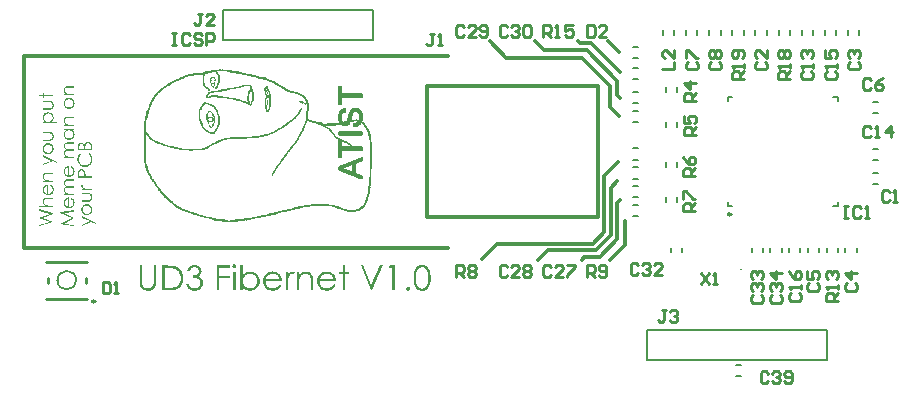
<source format=gto>
%FSTAX23Y23*%
%MOIN*%
%SFA1B1*%

%IPPOS*%
%ADD10C,0.009843*%
%ADD11C,0.007874*%
%ADD12C,0.003937*%
%ADD13C,0.011811*%
%ADD14C,0.010000*%
%LNboard-1*%
%LPD*%
G36*
X0286Y05102D02*
X02875D01*
Y05101*
X02881*
Y051*
X02885*
Y051*
X02889*
Y05099*
X02893*
Y05098*
X02897*
Y05097*
X02902*
Y05096*
X02907*
Y05096*
X02912*
Y05095*
X02917*
Y05093*
X02922*
Y05092*
X02925*
Y05092*
X02929*
Y05091*
X02933*
Y0509*
X02937*
Y05089*
X0294*
Y05088*
X02942*
Y05088*
X02947*
Y05087*
X02952*
Y05086*
X02956*
Y05085*
X02959*
Y05084*
X02962*
Y05084*
X02966*
Y05083*
X02969*
Y05082*
X02971*
Y05081*
X02974*
Y0508*
X02978*
Y0508*
X02981*
Y05079*
X02983*
Y05078*
X02986*
Y05077*
X02994*
Y05076*
X02999*
Y05076*
X03002*
Y05075*
X03004*
Y05073*
X03006*
Y05072*
X03009*
Y05072*
X03011*
Y05071*
X03013*
Y0507*
X03014*
Y05069*
X03016*
Y05068*
X03018*
Y05068*
X0302*
Y05067*
X03022*
Y05066*
X03024*
Y05065*
X03026*
Y05064*
X03029*
Y05064*
X0303*
Y05063*
X03032*
Y05062*
X03033*
Y05061*
X03034*
Y0506*
X03036*
Y0506*
X03038*
Y05059*
X03038*
Y05058*
X0304*
Y05057*
X03042*
Y05056*
X03042*
Y05056*
X03044*
Y05054*
X03045*
Y05053*
X03046*
Y05052*
X03049*
Y05052*
X0305*
Y05051*
X03052*
Y0505*
X03053*
Y05049*
X03054*
Y05048*
X03056*
Y05048*
X03058*
Y05047*
X03058*
Y05046*
X0306*
Y05045*
X03062*
Y05044*
X03063*
Y05044*
X03065*
Y05043*
X03066*
Y05042*
X03068*
Y05041*
X03069*
Y0504*
X0307*
Y0504*
X03071*
Y05039*
X03073*
Y05038*
X03074*
Y05037*
X03075*
Y05036*
X03077*
Y05036*
X03078*
Y05034*
X0308*
Y05033*
X03082*
Y05032*
X03084*
Y05032*
X03088*
Y05031*
X03092*
Y0503*
X03096*
Y05029*
X03099*
Y05028*
X03103*
Y05028*
X03106*
Y05027*
X03109*
Y05026*
X0311*
Y05025*
X03112*
Y05024*
X03114*
Y05024*
X03116*
Y05023*
X03118*
Y05022*
X0312*
Y05021*
X03122*
Y0502*
X03123*
Y0502*
X03125*
Y05019*
X03126*
Y05018*
X03129*
Y05017*
X0313*
Y05016*
X0313*
Y05016*
X03131*
Y05014*
X03132*
Y05013*
X03133*
Y05012*
X03134*
Y05012*
X03134*
Y05011*
X03135*
Y0501*
X03136*
Y05008*
X03137*
Y05007*
X03138*
Y05006*
X03138*
Y05005*
X03139*
Y05003*
X0314*
Y05003*
X03141*
Y05001*
X03142*
Y04999*
X03142*
Y04998*
X03143*
Y04996*
X03144*
Y04993*
X03145*
Y0499*
X03146*
Y04963*
X03145*
Y04964*
X03144*
Y04951*
X03143*
Y04939*
X03144*
Y04938*
X03146*
Y04937*
X03146*
Y04935*
X0315*
Y04935*
X03151*
Y04934*
X03154*
Y04933*
X03156*
Y04932*
X03159*
Y04931*
X03162*
Y04931*
X03166*
Y0493*
X03169*
Y04929*
X03172*
Y04928*
X03174*
Y04927*
X03178*
Y04928*
X03182*
Y04927*
X03185*
Y04927*
X03186*
Y04926*
X03189*
Y04925*
X0319*
Y04924*
X0319*
Y04923*
X03191*
Y04923*
X03192*
Y04922*
X03194*
Y04921*
X0321*
Y04922*
X03208*
Y04923*
X03238*
Y04924*
X03242*
Y04925*
X03245*
Y04924*
X03248*
Y04925*
X03247*
Y04927*
X03246*
Y04929*
X03246*
Y04931*
X03245*
Y04935*
X03244*
Y04951*
X03245*
Y04955*
X03246*
Y04957*
X03246*
Y04959*
X03247*
Y04961*
X03248*
Y04963*
X03249*
Y04963*
X0325*
Y04965*
X0325*
Y04966*
X03251*
Y04967*
X03252*
Y04967*
X03253*
Y04968*
X03254*
Y04969*
X03254*
Y0497*
X03256*
Y04971*
X03258*
Y04971*
X03259*
Y04972*
X03261*
Y04973*
X03264*
Y04974*
X0327*
Y04973*
X0327*
Y0496*
X0327*
Y04959*
X03266*
Y04959*
X03263*
Y04958*
X03262*
Y04957*
X03261*
Y04956*
X0326*
Y04955*
X03259*
Y04954*
X03258*
Y04952*
X03258*
Y04951*
X03257*
Y04946*
X03256*
Y0494*
X03257*
Y04935*
X03258*
Y04933*
X03258*
Y04932*
X03259*
Y04931*
X0326*
Y0493*
X03261*
Y04929*
X03262*
Y0493*
X03264*
Y04931*
X03268*
Y04931*
X0327*
Y04932*
X03273*
Y04933*
X03274*
Y04935*
X03274*
Y04938*
X03275*
Y04941*
X03276*
Y04944*
X03277*
Y04947*
X03278*
Y04951*
X03278*
Y04954*
X03279*
Y04956*
X0328*
Y04959*
X03281*
Y04961*
X03282*
Y04963*
X03282*
Y04964*
X03283*
Y04966*
X03284*
Y04967*
X03285*
Y04968*
X03286*
Y04969*
X03286*
Y0497*
X03287*
Y04971*
X03288*
Y04971*
X0329*
Y04972*
X0329*
Y04973*
X03292*
Y04974*
X03294*
Y04975*
X03297*
Y04975*
X03307*
Y04975*
X0331*
Y04974*
X03312*
Y04973*
X03314*
Y04972*
X03314*
Y04971*
X03316*
Y04971*
X03317*
Y0497*
X03318*
Y04969*
X03318*
Y04968*
X03319*
Y04967*
X0332*
Y04967*
X03321*
Y04965*
X03322*
Y04964*
X03322*
Y04963*
X03323*
Y04961*
X03324*
Y04959*
X03325*
Y04956*
X03326*
Y04953*
X03326*
Y04935*
X03326*
Y04932*
X03325*
Y04929*
X03326*
Y04928*
X03326*
Y04927*
X03328*
Y04927*
X03329*
Y04926*
X0333*
Y04925*
X03331*
Y04923*
X03332*
Y04923*
X03333*
Y04922*
X03334*
Y04921*
X03334*
Y04919*
X03335*
Y04919*
X03336*
Y04918*
X03337*
Y04915*
X03338*
Y04914*
X03338*
Y04913*
X03339*
Y04911*
X0334*
Y04911*
X03341*
Y04909*
X03342*
Y04908*
X03342*
Y04907*
X03343*
Y04905*
X03344*
Y04903*
X03345*
Y04903*
X03346*
Y049*
X03346*
Y04899*
X03348*
Y04896*
X03349*
Y04895*
X0335*
Y04892*
X0335*
Y04889*
X03351*
Y04886*
X03352*
Y04882*
X03353*
Y04876*
X03354*
Y04871*
X03354*
Y04866*
X03355*
Y0486*
X03356*
Y04771*
X03355*
Y04745*
X03354*
Y04719*
X03354*
Y04718*
X03353*
Y04715*
X03351*
Y04712*
X03352*
Y04707*
X03351*
Y04703*
X0335*
Y04698*
X0335*
Y04693*
X03349*
Y04686*
X03348*
Y04682*
X03346*
Y04679*
X03346*
Y04676*
X03345*
Y04675*
X03344*
Y04671*
X03343*
Y04669*
X03342*
Y04667*
X03342*
Y04664*
X03341*
Y0466*
X0334*
Y04659*
X03339*
Y04657*
X03338*
Y04655*
X03338*
Y04653*
X03337*
Y04651*
X03336*
Y0465*
X03335*
Y04648*
X03334*
Y04647*
X03334*
Y04646*
X03333*
Y04645*
X03332*
Y04644*
X03331*
Y04643*
X0333*
Y04643*
X03329*
Y04642*
X03326*
Y0464*
X03326*
Y04639*
X03324*
Y04639*
X03323*
Y04638*
X03322*
Y04637*
X03321*
Y04636*
X0332*
Y04635*
X03319*
Y04635*
X03318*
Y04634*
X03318*
Y04633*
X03317*
Y04632*
X03315*
Y04631*
X03314*
Y04631*
X0331*
Y0463*
X03304*
Y04629*
X03301*
Y04628*
X03297*
Y04627*
X03282*
Y04628*
X03277*
Y04629*
X03273*
Y0463*
X0327*
Y04631*
X03268*
Y04631*
X03265*
Y04632*
X03262*
Y04633*
X0326*
Y04634*
X03257*
Y04635*
X03254*
Y04635*
X03252*
Y04636*
X0325*
Y04637*
X03248*
Y04638*
X03246*
Y04639*
X03242*
Y04639*
X03239*
Y0464*
X03238*
Y04642*
X03235*
Y04643*
X03233*
Y04643*
X0323*
Y04644*
X03226*
Y04645*
X03222*
Y04646*
X03215*
Y04647*
X03216*
Y04647*
X03214*
Y04647*
X03205*
Y04647*
X03199*
Y04648*
X03195*
Y04649*
X03186*
Y04648*
X03186*
Y04649*
X03181*
Y04648*
X0318*
Y04649*
X03179*
Y04648*
X03178*
Y04649*
X03174*
Y04648*
X03165*
Y04647*
X03161*
Y04647*
X03155*
Y04646*
X0315*
Y04645*
X03144*
Y04644*
X03136*
Y04643*
X03131*
Y04643*
X03128*
Y04642*
X03122*
Y0464*
X03118*
Y04639*
X03114*
Y04639*
X03111*
Y04638*
X03108*
Y04637*
X03104*
Y04636*
X03101*
Y04635*
X03098*
Y04635*
X03094*
Y04634*
X0309*
Y04633*
X03086*
Y04632*
X03082*
Y04631*
X03079*
Y04631*
X03075*
Y0463*
X03073*
Y04629*
X03069*
Y04628*
X03064*
Y04627*
X03061*
Y04627*
X03058*
Y04626*
X03055*
Y04625*
X03052*
Y04624*
X03048*
Y04623*
X03045*
Y04623*
X03042*
Y04621*
X03039*
Y0462*
X03036*
Y04619*
X03034*
Y04619*
X0303*
Y04618*
X03028*
Y04617*
X03023*
Y04616*
X03019*
Y04615*
X03016*
Y04615*
X03012*
Y04614*
X03006*
Y04613*
X03003*
Y04612*
X03*
Y04611*
X02997*
Y04611*
X02993*
Y0461*
X02988*
Y04609*
X02983*
Y04608*
X02982*
Y04609*
X0298*
Y04607*
X02977*
Y04608*
X02976*
Y04607*
X02974*
Y04607*
X02973*
Y04606*
X02968*
Y04605*
X02966*
Y04604*
X02963*
Y04605*
X02962*
Y04603*
X02958*
Y04603*
X02954*
Y04603*
X02952*
Y04601*
X02947*
Y046*
X02945*
Y04601*
X02941*
Y04599*
X02937*
Y046*
X02933*
Y04599*
X02932*
Y04599*
X02929*
Y04598*
X02925*
Y04599*
X0292*
Y04598*
X02922*
Y04597*
X02915*
Y04596*
X02909*
Y04595*
X02901*
Y04595*
X02893*
Y04594*
X02872*
Y04595*
X02868*
Y04595*
X02857*
Y04596*
X02849*
Y04597*
X02845*
Y04598*
X02839*
Y04599*
X02833*
Y04599*
X0283*
Y046*
X02829*
Y04601*
X02828*
Y046*
X02827*
Y04601*
X02824*
Y04603*
X02821*
Y04604*
X02819*
Y04605*
X02817*
Y04606*
X02816*
Y04605*
X02815*
Y04606*
X02809*
Y04607*
X02805*
Y04607*
X02804*
Y04608*
X028*
Y04609*
X02797*
Y0461*
X02795*
Y04611*
X02792*
Y04611*
X02789*
Y04612*
X02784*
Y04613*
X02781*
Y04614*
X0278*
Y04615*
X02777*
Y04615*
X02775*
Y04616*
X02772*
Y04617*
X02769*
Y04618*
X02765*
Y04619*
X02764*
Y04619*
X0276*
Y0462*
X02757*
Y04621*
X02756*
Y0462*
X02755*
Y04623*
X02753*
Y04623*
X02751*
Y04624*
X02749*
Y04623*
X02748*
Y04625*
X02745*
Y04626*
X02744*
Y04627*
X02739*
Y04627*
X02737*
Y04628*
X02735*
Y0463*
X02734*
Y04629*
X02733*
Y0463*
X02731*
Y04631*
X02729*
Y04631*
X02727*
Y04632*
X02724*
Y04633*
X02722*
Y04634*
X02721*
Y04635*
X02719*
Y04635*
X02717*
Y04636*
X02716*
Y04637*
X02713*
Y04638*
X02712*
Y04639*
X0271*
Y04639*
X02709*
Y0464*
X02707*
Y04642*
X02705*
Y04643*
X02704*
Y04643*
X02703*
Y04644*
X02702*
Y04645*
X02701*
Y04646*
X027*
Y04647*
X02699*
Y04647*
X02698*
Y04648*
X02697*
Y04649*
X02697*
Y0465*
X02695*
Y04651*
X02694*
Y04651*
X02693*
Y04652*
X02693*
Y04653*
X02691*
Y04654*
X0269*
Y04655*
X02689*
Y04655*
X02689*
Y04656*
X02687*
Y04657*
X02685*
Y04658*
X02685*
Y04659*
X02683*
Y04659*
X02682*
Y0466*
X02681*
Y04662*
X02681*
Y04663*
X0268*
Y04663*
X02679*
Y04664*
X02678*
Y04665*
X02677*
Y04666*
X02677*
Y04667*
X02676*
Y04667*
X02675*
Y04668*
X02674*
Y04669*
X02673*
Y0467*
X02673*
Y04671*
X02672*
Y04671*
X02671*
Y04672*
X0267*
Y04673*
X02669*
Y04674*
X02669*
Y04675*
X02667*
Y04675*
X02665*
Y04677*
X02665*
Y04678*
X02664*
Y04679*
X02663*
Y0468*
X02662*
Y04682*
X02661*
Y04683*
X02661*
Y04683*
X0266*
Y04684*
X02659*
Y04685*
X02658*
Y04686*
X02657*
Y04687*
X02657*
Y04687*
X02656*
Y04688*
X02655*
Y04689*
X02654*
Y0469*
X02653*
Y04691*
X02653*
Y04691*
X02652*
Y04692*
X02651*
Y04693*
X0265*
Y04695*
X02649*
Y04695*
X02649*
Y04697*
X02648*
Y04698*
X02647*
Y04699*
X02645*
Y04702*
X02645*
Y04703*
X02644*
Y04704*
X02643*
Y04705*
X02642*
Y04706*
X02641*
Y04707*
X02641*
Y04707*
X0264*
Y04709*
X02639*
Y0471*
X02638*
Y04711*
X02637*
Y04711*
X02637*
Y04712*
X02636*
Y04714*
X02635*
Y04715*
X02634*
Y04716*
X02633*
Y04718*
X02633*
Y04719*
X02632*
Y04721*
X02631*
Y04723*
X0263*
Y04723*
X02629*
Y04724*
X02629*
Y04726*
X02628*
Y04727*
X02627*
Y04727*
X02625*
Y04729*
X02625*
Y0473*
X02624*
Y04731*
X02623*
Y04732*
X02622*
Y04733*
X02621*
Y04735*
X02621*
Y04736*
X0262*
Y04737*
X02619*
Y04739*
X02618*
Y04741*
X02617*
Y04743*
X02617*
Y04744*
X02616*
Y04746*
X02615*
Y04747*
X02614*
Y04749*
X02613*
Y04751*
X02613*
Y04751*
X02612*
Y04752*
X02611*
Y04754*
X0261*
Y04755*
X02609*
Y04756*
X02609*
Y04759*
X02608*
Y04761*
X02607*
Y04763*
X02605*
Y04766*
X02605*
Y04768*
X02604*
Y04771*
X02603*
Y04773*
X02602*
Y04775*
X02601*
Y04779*
X02601*
Y04783*
X026*
Y04787*
X02599*
Y04792*
X02598*
Y04815*
X02597*
Y04825*
X02597*
Y0485*
X02597*
Y04881*
X02598*
Y04919*
X02597*
Y04926*
X02598*
Y04931*
X02599*
Y04937*
X026*
Y0494*
X02601*
Y04943*
X02601*
Y04946*
X02602*
Y04949*
X02603*
Y04953*
X02604*
Y04957*
X02605*
Y04959*
X02605*
Y04963*
X02607*
Y04965*
X02608*
Y04967*
X02609*
Y0497*
X02609*
Y04971*
X0261*
Y04973*
X02611*
Y04975*
X02612*
Y04978*
X02613*
Y04979*
X02613*
Y04981*
X02614*
Y04983*
X02615*
Y04986*
X02616*
Y04988*
X02617*
Y04991*
X02617*
Y04992*
X02618*
Y04995*
X02619*
Y04997*
X0262*
Y04999*
X02621*
Y04999*
X02621*
Y05001*
X02622*
Y05003*
X02623*
Y05004*
X02624*
Y05006*
X02625*
Y05007*
X02625*
Y05009*
X02627*
Y0501*
X02628*
Y05011*
X02629*
Y05012*
X02629*
Y05013*
X0263*
Y05014*
X02631*
Y05016*
X02632*
Y05017*
X02633*
Y05018*
X02633*
Y05019*
X02634*
Y0502*
X02635*
Y0502*
X02636*
Y05021*
X02637*
Y05022*
X02637*
Y05024*
X02638*
Y05024*
X02639*
Y05025*
X0264*
Y05026*
X02641*
Y05027*
X02641*
Y05028*
X02642*
Y05028*
X02643*
Y05029*
X02644*
Y0503*
X02645*
Y05031*
X02645*
Y05032*
X02647*
Y05032*
X02648*
Y05033*
X02649*
Y05034*
X02649*
Y05036*
X0265*
Y05036*
X02652*
Y05037*
X02653*
Y05038*
X02653*
Y05039*
X02655*
Y0504*
X02656*
Y0504*
X02657*
Y05041*
X02658*
Y05042*
X02659*
Y05043*
X0266*
Y05044*
X02661*
Y05044*
X02662*
Y05045*
X02663*
Y05046*
X02664*
Y05047*
X02665*
Y05048*
X02667*
Y05048*
X02668*
Y05049*
X02669*
Y0505*
X0267*
Y05051*
X02671*
Y05052*
X02673*
Y05052*
X02674*
Y05053*
X02676*
Y05054*
X02677*
Y05056*
X02679*
Y05056*
X02681*
Y05057*
X02681*
Y05058*
X02683*
Y05059*
X02684*
Y0506*
X02685*
Y0506*
X02687*
Y05061*
X02689*
Y05062*
X0269*
Y05063*
X02692*
Y05064*
X02693*
Y05064*
X02694*
Y05065*
X02696*
Y05066*
X02697*
Y05067*
X02699*
Y05068*
X02701*
Y05068*
X02704*
Y05069*
X02705*
Y0507*
X02709*
Y05071*
X02711*
Y05072*
X02713*
Y05072*
X02714*
Y05073*
X02716*
Y05075*
X02717*
Y05076*
X02719*
Y05076*
X02721*
Y05077*
X02722*
Y05078*
X02725*
Y05079*
X02727*
Y0508*
X02729*
Y0508*
X02731*
Y05081*
X02733*
Y05082*
X02735*
Y05083*
X02737*
Y05084*
X02739*
Y05084*
X02741*
Y05085*
X02744*
Y05086*
X02747*
Y05087*
X02749*
Y05088*
X02752*
Y05088*
X02755*
Y05089*
X02759*
Y0509*
X02771*
Y05091*
X02788*
Y05092*
X02792*
Y05092*
X02795*
Y05093*
X02797*
Y05095*
X028*
Y05096*
X02804*
Y05096*
X02808*
Y05097*
X02813*
Y05098*
X02817*
Y05099*
X0282*
Y051*
X02825*
Y051*
X02832*
Y05101*
X02837*
Y05102*
X02847*
Y05103*
X02855*
Y05102*
X02856*
Y05103*
X0286*
Y05102*
G37*
G36*
X03256Y05048D02*
X03257D01*
Y05023*
X03325*
Y05022*
X03326*
Y05009*
X03325*
Y05008*
X03257*
Y04983*
X03256*
Y04983*
X03246*
Y04983*
X03245*
Y05048*
X03246*
Y05048*
X03256*
Y05048*
G37*
G36*
X02744Y04625D02*
X02743D01*
Y04626*
X02744*
Y04625*
G37*
G36*
X0276Y04619D02*
X02759D01*
Y04619*
X0276*
Y04619*
G37*
G36*
X02898Y04453D02*
X02899Y04453D01*
X029Y04453*
X02901Y04452*
X02901Y04452*
X02902Y04451*
X02902Y04451*
X02902Y04451*
X02903Y0445*
X02903Y0445*
X02903Y04449*
X02904Y04448*
X02904Y04448*
X02904Y04447*
Y04447*
Y04446*
X02904Y04446*
X02904Y04445*
X02904Y04444*
X02903Y04444*
X02903Y04443*
X02902Y04442*
X02902Y04442*
X02902Y04442*
X02901Y04442*
X02901Y04441*
X029Y04441*
X02899Y04441*
X02898Y0444*
X02898Y0444*
X02897*
X02897Y0444*
X02896Y04441*
X02895Y04441*
X02894Y04441*
X02894Y04441*
X02893Y04442*
X02893Y04442*
X02893Y04443*
X02892Y04443*
X02892Y04443*
X02892Y04444*
X02891Y04445*
X02891Y04446*
X02891Y04447*
Y04447*
Y04447*
X02891Y04448*
X02891Y04448*
X02891Y04449*
X02892Y0445*
X02892Y0445*
X02893Y04451*
X02893Y04451*
X02893Y04451*
X02894Y04452*
X02894Y04452*
X02895Y04453*
X02896Y04453*
X02897Y04453*
X02898Y04453*
X02898*
X02898Y04453*
G37*
G36*
X03094Y04429D02*
X03095Y04429D01*
X03096Y04429*
X03097Y04429*
X03099Y04428*
X031Y04427*
X03096Y04421*
X03096Y04421*
X03095Y04421*
X03095Y04421*
X03094Y04421*
X03093Y04422*
X03092Y04422*
X03091*
X0309Y04422*
X03089Y04421*
X03088Y04421*
X03087Y04421*
X03085Y0442*
X03084Y04419*
X03084Y04418*
X03083Y04418*
X03083Y04417*
X03082Y04416*
X03081Y04415*
X0308Y04413*
X03079Y04411*
X03078Y04408*
Y04408*
X03078Y04408*
Y04408*
X03078Y04407*
X03078Y04407*
X03078Y04406*
X03078Y04405*
X03078Y04404*
X03078Y04403*
X03077Y04401*
X03077Y04399*
X03077Y04397*
X03077Y04395*
Y04393*
X03077Y0439*
Y04387*
Y04367*
X03069*
Y04428*
X03077*
Y04419*
X03077Y04419*
X03077Y04419*
X03078Y0442*
X03078Y04421*
X03079Y04422*
X0308Y04423*
X03082Y04425*
X03083Y04426*
X03084Y04427*
X03085Y04427*
X03085Y04427*
X03086Y04428*
X03087Y04428*
X03088Y04429*
X0309Y04429*
X03091Y04429*
X03093Y0443*
X03093*
X03094Y04429*
G37*
G36*
X03139D02*
X03139D01*
X0314Y04429*
X03142Y04429*
X03144Y04429*
X03146Y04428*
X03148Y04427*
X0315Y04426*
X0315*
X0315Y04426*
X0315Y04426*
X03151Y04425*
X03152Y04425*
X03153Y04423*
X03154Y04422*
X03155Y04421*
X03157Y04419*
X03158Y04417*
Y04416*
X03158Y04416*
X03158Y04416*
X03158Y04415*
X03158Y04415*
X03158Y04414*
X03159Y04413*
X03159Y04412*
X03159Y04411*
X03159Y04409*
X0316Y04408*
X0316Y04406*
X0316Y04404*
X0316Y04403*
X0316Y044*
Y04398*
Y04367*
X03152*
Y04396*
Y04396*
Y04396*
Y04397*
Y04398*
Y04398*
Y04399*
X03152Y04402*
X03152Y04404*
X03152Y04406*
X03152Y04407*
X03152Y04408*
X03152Y04409*
X03151Y0441*
Y0441*
X03151Y0441*
X03151Y04411*
X03151Y04411*
X03151Y04412*
X0315Y04413*
X0315Y04415*
X03149Y04416*
X03147Y04418*
X03146Y04419*
X03146Y04419*
X03145Y0442*
X03145Y0442*
X03143Y04421*
X03142Y04421*
X0314Y04422*
X03138Y04422*
X03136Y04422*
X03135*
X03135Y04422*
X03134*
X03133Y04422*
X03132Y04422*
X0313Y04421*
X03128Y0442*
X03126Y0442*
X03125Y04419*
X03124Y04418*
X03123Y04417*
X03123Y04417*
X03123Y04417*
X03123Y04417*
X03122Y04417*
X03122Y04416*
X03121Y04416*
X0312Y04414*
X03119Y04412*
X03118Y0441*
X03117Y04408*
X03116Y04406*
Y04406*
Y04406*
X03116Y04405*
X03115Y04405*
X03115Y04404*
Y04404*
X03115Y04403*
X03115Y04402*
X03115Y04401*
X03115Y044*
X03115Y04398*
X03115Y04397*
X03115Y04395*
Y04393*
X03115Y04391*
Y04389*
Y04367*
X03107*
Y04428*
X03115*
Y04417*
X03115Y04417*
X03115Y04417*
X03115Y04417*
X03115Y04418*
X03116Y04419*
X03118Y04421*
X03119Y04422*
X03121Y04424*
X03123Y04425*
X03125Y04426*
X03125*
X03125Y04426*
X03126Y04427*
X03126Y04427*
X03127Y04427*
X03127Y04427*
X03129Y04428*
X03131Y04429*
X03133Y04429*
X03135Y04429*
X03138Y0443*
X03138*
X03139Y04429*
G37*
G36*
X03356Y04367D02*
X03354D01*
X03319Y0445*
X03328*
X03355Y04385*
X03383Y0445*
X03392*
X03356Y04367*
G37*
G36*
X02767Y04452D02*
X02767Y04451D01*
X02769Y04451*
X02771Y04451*
X02773Y0445*
X02775Y0445*
X02777Y04449*
X02777*
X02777Y04449*
X02778Y04448*
X02778Y04448*
X02779Y04447*
X0278Y04447*
X02782Y04445*
X02783Y04444*
X02784Y04442*
X02786Y04441*
Y04441*
X02786Y0444*
X02786Y0444*
X02786Y0444*
X02787Y04439*
X02787Y04437*
X02788Y04436*
X02788Y04434*
X02789Y04432*
X02789Y0443*
Y0443*
Y0443*
X02789Y04429*
X02789Y04428*
X02789Y04428*
X02788Y04426*
X02788Y04425*
X02787Y04424*
X02787Y04423*
X02786Y04421*
X02785Y0442*
X02784Y04419*
X02783Y04417*
X02782Y04416*
X0278Y04414*
X02778Y04413*
X02778*
X02778Y04413*
X02779Y04413*
X02779Y04413*
X0278Y04412*
X02782Y04411*
X02783Y0441*
X02785Y04409*
X02786Y04408*
X02788Y04406*
X02788Y04406*
X02788Y04406*
X02788Y04405*
X02789Y04405*
X02789Y04404*
X0279Y04404*
X0279Y04403*
X02791Y04402*
X02791Y04401*
X02792Y044*
X02793Y04397*
X02793Y04396*
X02793Y04394*
X02793Y04393*
X02793Y04391*
Y04391*
Y04391*
Y04391*
X02793Y0439*
Y04389*
X02793Y04389*
X02793Y04388*
X02793Y04387*
X02793Y04385*
X02792Y04383*
X02791Y0438*
X0279Y04378*
Y04378*
X02789Y04378*
X02789Y04377*
X02789Y04377*
X02789Y04376*
X02788Y04376*
X02787Y04374*
X02786Y04373*
X02784Y04371*
X02782Y04369*
X02779Y04368*
X02779*
X02779Y04368*
X02779Y04368*
X02778Y04367*
X02778Y04367*
X02777Y04367*
X02776Y04367*
X02775Y04366*
X02773Y04366*
X02771Y04365*
X02768Y04365*
X02765Y04365*
X02764*
X02763Y04365*
X02762Y04365*
X02761Y04365*
X0276Y04365*
X02759Y04365*
X02756Y04366*
X02755Y04367*
X02753Y04367*
X02752Y04368*
X0275Y04369*
X02749Y0437*
X02747Y04371*
X02747Y04371*
X02747Y04371*
X02747Y04371*
X02746Y04372*
X02746Y04372*
X02745Y04373*
X02744Y04374*
X02743Y04375*
X02743Y04376*
X02742Y04378*
X02741Y04379*
X0274Y04381*
X0274Y04383*
X02739Y04385*
X02738Y04387*
X02738Y04389*
X02746*
Y04389*
X02746Y04388*
X02746Y04388*
X02746Y04387*
X02747Y04387*
X02747Y04386*
X02748Y04384*
X02748Y04382*
X0275Y0438*
X02751Y04379*
X02751Y04378*
X02752Y04377*
X02752*
X02752Y04377*
X02753Y04377*
X02753Y04376*
X02754Y04376*
X02754Y04376*
X02755Y04375*
X02756Y04375*
X02758Y04374*
X0276Y04373*
X02762Y04373*
X02764Y04373*
X02765Y04373*
X02766*
X02767Y04373*
X02767Y04373*
X02768Y04373*
X02769Y04373*
X0277Y04373*
X02773Y04374*
X02775Y04375*
X02776Y04375*
X02777Y04376*
X02779Y04377*
X0278Y04378*
X0278Y04378*
X0278Y04378*
X0278Y04378*
X0278Y04379*
X02781Y04379*
X02781Y0438*
X02782Y04381*
X02782Y04382*
X02783Y04383*
X02784Y04386*
X02785Y04387*
X02785Y04388*
X02785Y04389*
X02785Y04391*
Y04391*
Y04391*
Y04391*
Y04391*
X02785Y04392*
X02785Y04394*
X02785Y04395*
X02784Y04397*
X02783Y04398*
X02782Y044*
Y044*
X02782Y044*
X02782Y044*
X02781Y04401*
X0278Y04402*
X02779Y04403*
X02778Y04404*
X02777Y04405*
X02775Y04406*
X02775*
X02775Y04406*
X02775Y04406*
X02774Y04406*
X02774Y04407*
X02773Y04407*
X02772Y04407*
X02772Y04407*
X02771Y04407*
X0277Y04408*
X02769Y04408*
X02767Y04408*
X02766Y04408*
X02764Y04408*
X02763Y04409*
X02761Y04409*
Y04416*
X02762*
X02763Y04417*
X02764Y04417*
X02766Y04417*
X02768Y04417*
X02769Y04418*
X02771Y04418*
X02771*
X02771Y04418*
X02772Y04419*
X02773Y04419*
X02774Y0442*
X02775Y0442*
X02776Y04421*
X02777Y04422*
X02778Y04423*
X02778Y04424*
X02778Y04424*
X02779Y04425*
X02779Y04425*
X0278Y04427*
X0278Y04428*
X0278Y04429*
X0278Y0443*
Y0443*
Y04431*
Y04431*
X0278Y04431*
X0278Y04432*
X0278Y04434*
X02779Y04435*
X02778Y04436*
X02777Y04438*
X02777Y04439*
X02776Y0444*
Y0444*
X02776Y0444*
X02775Y0444*
X02774Y04441*
X02773Y04442*
X02771Y04442*
X02769Y04443*
X02767Y04443*
X02765Y04444*
X02764*
X02763Y04443*
X02762Y04443*
X0276Y04443*
X02759Y04442*
X02757Y04442*
X02756Y04441*
X02756Y04441*
X02755Y0444*
X02754Y04439*
X02754Y04438*
X02752Y04437*
X02751Y04435*
X0275Y04433*
X0275Y04432*
X02749Y0443*
X02741*
Y0443*
X02741Y04431*
X02741Y04431*
X02741Y04432*
X02741Y04433*
X02742Y04434*
X02742Y04435*
X02743Y04436*
X02744Y04439*
X02745Y04441*
X02747Y04444*
X02748Y04445*
X0275Y04446*
X0275Y04446*
X0275Y04446*
X0275Y04447*
X02751Y04447*
X02751Y04447*
X02752Y04448*
X02753Y04448*
X02754Y04449*
X02755Y04449*
X02756Y0445*
X02759Y04451*
X0276Y04451*
X02762Y04451*
X02763Y04452*
X02765Y04452*
X02766*
X02767Y04452*
G37*
G36*
X02637Y04399D02*
Y04399D01*
Y04399*
Y04398*
Y04398*
X02637Y04397*
Y04396*
X02637Y04394*
X02637Y04393*
X02637Y0439*
X02637Y04387*
X02636Y04384*
X02636Y04383*
X02635Y04381*
Y04381*
X02635Y04381*
X02635Y04381*
X02635Y0438*
X02635Y0438*
X02634Y04379*
X02633Y04377*
X02632Y04376*
X02631Y04374*
X02629Y04372*
X02628Y04371*
X02627Y0437*
X02626Y04369*
X02626Y04369*
X02626Y04369*
X02625Y04369*
X02625Y04368*
X02624Y04368*
X02623Y04367*
X02622Y04367*
X02621Y04367*
X0262Y04366*
X02619Y04366*
X02617Y04365*
X02614Y04365*
X02613Y04365*
X02611Y04365*
X0261*
X02609Y04365*
X02608Y04365*
X02607Y04365*
X02606Y04365*
X02605Y04365*
X02602Y04366*
X02599Y04367*
X02598Y04367*
X02596Y04368*
X02595Y04368*
X02594Y04369*
X02593Y04369*
X02593Y04369*
X02593Y0437*
X02592Y0437*
X02592Y04371*
X02591Y04371*
X0259Y04372*
X0259Y04373*
X02588Y04374*
X02587Y04377*
X02585Y04379*
X02584Y0438*
X02584Y04382*
Y04382*
X02584Y04382*
Y04382*
X02584Y04383*
X02584Y04383*
X02583Y04384*
X02583Y04385*
X02583Y04386*
X02583Y04387*
X02583Y04388*
X02583Y0439*
X02583Y04391*
X02583Y04393*
Y04395*
X02583Y04397*
Y04399*
Y0445*
X02591*
Y04399*
Y04399*
Y04399*
Y04399*
Y04398*
Y04397*
Y04397*
Y04395*
X02591Y04393*
Y04391*
X02591Y0439*
Y04389*
X02591Y04389*
Y04388*
Y04388*
Y04388*
X02591Y04388*
X02591Y04387*
X02592Y04385*
X02592Y04384*
X02593Y04383*
X02593Y04381*
X02594Y0438*
X02594Y0438*
X02594Y0438*
X02595Y04379*
X02596Y04378*
X02597Y04377*
X02598Y04376*
X02599Y04375*
X02601Y04375*
X02601*
X02601Y04375*
X02601Y04374*
X02602Y04374*
X02603Y04374*
X02604Y04374*
X02605Y04373*
X02607Y04373*
X02609Y04373*
X0261Y04372*
X02611*
X02612Y04373*
X02613Y04373*
X02614Y04373*
X02615Y04373*
X02617Y04374*
X02618Y04374*
X02618Y04374*
X02619Y04374*
X02619Y04375*
X0262Y04375*
X02621Y04376*
X02622Y04377*
X02624Y04378*
X02624Y04379*
X02625Y04379*
X02625Y0438*
X02625Y0438*
X02626Y04381*
X02627Y04382*
X02627Y04383*
X02628Y04385*
X02628Y04386*
Y04387*
X02628Y04387*
X02628Y04388*
X02629Y04388*
X02629Y04389*
X02629Y04389*
Y0439*
X02629Y04391*
X02629Y04392*
X02629Y04393*
Y04395*
X02629Y04396*
Y04398*
Y04399*
Y0445*
X02637*
Y04399*
G37*
G36*
X03434Y04367D02*
X03425D01*
Y04441*
X03412*
X03417Y0445*
X03434*
Y04367*
G37*
G36*
X03267Y04428D02*
X0328D01*
Y04421*
X03267*
Y04367*
X03259*
Y04421*
X03248*
Y04428*
X03259*
Y04451*
X03267*
Y04428*
G37*
G36*
X02902Y04367D02*
X02894D01*
Y04428*
X02902*
Y04367*
G37*
G36*
X02882Y04441D02*
X02848D01*
Y04415*
X02882*
Y04407*
X02848*
Y04367*
X0284*
Y0445*
X02882*
Y04441*
G37*
G36*
X0268Y04449D02*
X02681Y04449D01*
X02683Y04449*
X02685Y04449*
X02688Y04449*
X0269Y04449*
X02694Y04448*
X02696Y04448*
X02699Y04448*
X027Y04447*
X02702Y04447*
X02702*
X02703Y04446*
X02703Y04446*
X02704Y04446*
X02705Y04445*
X02706Y04445*
X02708Y04444*
X02709Y04443*
X0271Y04442*
X02712Y04441*
X02714Y0444*
X02715Y04439*
X02717Y04437*
X02718Y04436*
X0272Y04434*
X02721Y04432*
X02721Y04432*
X02721Y04431*
X02722Y04431*
X02722Y0443*
X02723Y04429*
X02723Y04428*
X02724Y04426*
X02724Y04425*
X02725Y04423*
X02726Y04421*
X02726Y04419*
X02727Y04417*
X02727Y04415*
X02728Y04412*
X02728Y0441*
X02728Y04407*
Y04407*
Y04406*
Y04406*
X02728Y04405*
X02728Y04404*
X02728Y04403*
X02727Y04401*
X02727Y044*
X02727Y04398*
X02726Y04396*
X02726Y04394*
X02726Y04393*
X02725Y04391*
X02724Y04389*
X02723Y04387*
X02722Y04385*
X02722Y04385*
X02722Y04385*
X02722Y04384*
X02721Y04384*
X02721Y04383*
X0272Y04382*
X02719Y04381*
X02719Y0438*
X02718Y04379*
X02717Y04378*
X02714Y04375*
X02711Y04373*
X0271Y04372*
X02708Y04371*
X02708*
X02708Y04371*
X02708Y04371*
X02707Y0437*
X02706Y0437*
X02705Y0437*
X02704Y04369*
X02702Y04369*
X02701Y04368*
X02699Y04368*
X02697Y04368*
X02695Y04367*
X02692Y04367*
X0269Y04367*
X02687Y04367*
X02684Y04367*
X02658*
Y0445*
X02678*
X0268Y04449*
G37*
G36*
X03478Y04379D02*
X03479Y04379D01*
X0348Y04379*
X03481Y04378*
X03481Y04378*
X03482Y04377*
X03482Y04377*
X03482Y04377*
X03483Y04376*
X03483Y04376*
X03484Y04375*
X03484Y04374*
X03484Y04373*
X03484Y04372*
Y04372*
Y04372*
X03484Y04371*
X03484Y0437*
X03484Y0437*
X03483Y04369*
X03483Y04368*
X03482Y04367*
X03482Y04367*
X03482Y04367*
X03481Y04366*
X03481Y04366*
X0348Y04366*
X03479Y04365*
X03478Y04365*
X03477Y04365*
X03477*
X03476Y04365*
X03476Y04365*
X03475Y04366*
X03474Y04366*
X03473Y04366*
X03472Y04367*
X03472Y04367*
X03472Y04367*
X03472Y04368*
X03471Y04368*
X03471Y04369*
X03471Y0437*
X03471Y04371*
X0347Y04372*
Y04372*
Y04373*
X03471Y04373*
X03471Y04374*
X03471Y04375*
X03471Y04375*
X03472Y04376*
X03472Y04377*
X03473Y04377*
X03473Y04377*
X03473Y04378*
X03474Y04378*
X03475Y04378*
X03475Y04379*
X03476Y04379*
X03477Y04379*
X03478*
X03478Y04379*
G37*
G36*
X03207Y04429D02*
X03208Y04429D01*
X0321Y04429*
X03211Y04429*
X03213Y04429*
X03215Y04428*
X03217Y04427*
X03219Y04427*
X03221Y04426*
X03223Y04424*
X03225Y04423*
X03227Y04421*
X03229Y0442*
X03231Y04418*
X03231Y04417*
X03231Y04417*
X03231Y04417*
X03232Y04416*
X03232Y04415*
X03233Y04414*
X03234Y04413*
X03234Y04412*
X03235Y0441*
X03235Y04409*
X03236Y04407*
X03237Y04405*
X03237Y04403*
X03237Y04401*
X03238Y04399*
X03238Y04397*
X03182*
Y04397*
Y04396*
X03182Y04396*
Y04395*
X03183Y04394*
X03183Y04393*
X03183Y04392*
X03183Y04391*
X03184Y04388*
X03185Y04386*
X03185Y04385*
X03186Y04383*
X03187Y04382*
X03188Y0438*
X03189Y04379*
X03189Y04379*
X03189Y04379*
X0319Y04378*
X0319Y04378*
X03191Y04378*
X03192Y04377*
X03193Y04376*
X03194Y04376*
X03195Y04375*
X03196Y04374*
X03197Y04374*
X03199Y04373*
X032Y04373*
X03202Y04373*
X03204Y04372*
X03205Y04372*
X03206*
X03207Y04372*
X03208Y04373*
X0321Y04373*
X03211Y04373*
X03213Y04373*
X03215Y04374*
X03215*
X03215Y04374*
X03215Y04374*
X03216Y04375*
X03217Y04375*
X03218Y04376*
X0322Y04376*
X03221Y04377*
X03222Y04378*
X03222Y04378*
X03223Y04379*
X03223Y04379*
X03224Y0438*
X03225Y04382*
X03226Y04383*
X03228Y04385*
X03229Y04387*
X03236Y04383*
Y04383*
X03235Y04383*
X03235Y04383*
X03235Y04382*
X03235Y04382*
X03234Y04381*
X03233Y0438*
X03232Y04378*
X03231Y04376*
X0323Y04375*
X03228Y04373*
X03228Y04373*
X03227Y04372*
X03226Y04372*
X03225Y04371*
X03224Y0437*
X03222Y04369*
X0322Y04368*
X03218Y04367*
X03218*
X03218Y04367*
X03218Y04367*
X03217Y04367*
X03217Y04367*
X03216Y04366*
X03215Y04366*
X03213Y04366*
X03211Y04365*
X03209Y04365*
X03206Y04365*
X03206*
X03205Y04365*
X03204Y04365*
X03202Y04365*
X03201Y04366*
X03199Y04366*
X03198Y04366*
X03196Y04367*
X03194Y04367*
X03192Y04368*
X0319Y04369*
X03188Y0437*
X03186Y04372*
X03184Y04373*
X03183Y04375*
X03182Y04375*
X03182Y04375*
X03182Y04376*
X03181Y04377*
X03181Y04378*
X0318Y04379*
X03179Y0438*
X03178Y04381*
X03178Y04383*
X03177Y04385*
X03176Y04386*
X03176Y04388*
X03175Y0439*
X03175Y04393*
X03174Y04395*
X03174Y04397*
Y04397*
Y04398*
X03174Y04398*
Y04399*
X03174Y044*
X03175Y04401*
X03175Y04403*
X03175Y04404*
X03175Y04406*
X03176Y04407*
X03176Y04409*
X03177Y04411*
X03178Y04413*
X03179Y04414*
X0318Y04416*
X03181Y04418*
X03181Y04418*
X03182Y04418*
X03182Y04419*
X03183Y0442*
X03184Y04421*
X03185Y04422*
X03186Y04423*
X03188Y04424*
X03189Y04425*
X03191Y04426*
X03193Y04427*
X03195Y04428*
X03198Y04428*
X032Y04429*
X03203Y04429*
X03206Y0443*
X03206*
X03207Y04429*
G37*
G36*
X03027D02*
X03028Y04429D01*
X03029Y04429*
X03031Y04429*
X03032Y04429*
X03034Y04428*
X03036Y04427*
X03038Y04427*
X0304Y04426*
X03043Y04424*
X03045Y04423*
X03047Y04421*
X03049Y0442*
X0305Y04418*
X0305Y04417*
X03051Y04417*
X03051Y04417*
X03051Y04416*
X03052Y04415*
X03052Y04414*
X03053Y04413*
X03054Y04412*
X03054Y0441*
X03055Y04409*
X03056Y04407*
X03056Y04405*
X03057Y04403*
X03057Y04401*
X03057Y04399*
X03057Y04397*
X03002*
Y04397*
Y04396*
X03002Y04396*
Y04395*
X03002Y04394*
X03002Y04393*
X03003Y04392*
X03003Y04391*
X03004Y04388*
X03004Y04386*
X03005Y04385*
X03006Y04383*
X03006Y04382*
X03008Y0438*
X03009Y04379*
X03009Y04379*
X03009Y04379*
X03009Y04378*
X0301Y04378*
X03011Y04378*
X03011Y04377*
X03012Y04376*
X03013Y04376*
X03014Y04375*
X03016Y04374*
X03017Y04374*
X03018Y04373*
X0302Y04373*
X03022Y04373*
X03023Y04372*
X03025Y04372*
X03026*
X03027Y04372*
X03028Y04373*
X03029Y04373*
X03031Y04373*
X03033Y04373*
X03034Y04374*
X03034*
X03034Y04374*
X03035Y04374*
X03036Y04375*
X03037Y04375*
X03038Y04376*
X03039Y04376*
X03041Y04377*
X03042Y04378*
X03042Y04378*
X03042Y04379*
X03043Y04379*
X03044Y0438*
X03045Y04382*
X03046Y04383*
X03047Y04385*
X03049Y04387*
X03055Y04383*
Y04383*
X03055Y04383*
X03055Y04383*
X03055Y04382*
X03054Y04382*
X03054Y04381*
X03053Y0438*
X03052Y04378*
X03051Y04376*
X03049Y04375*
X03048Y04373*
X03047Y04373*
X03047Y04372*
X03046Y04372*
X03045Y04371*
X03043Y0437*
X03042Y04369*
X0304Y04368*
X03038Y04367*
X03038*
X03038Y04367*
X03037Y04367*
X03037Y04367*
X03037Y04367*
X03036Y04366*
X03034Y04366*
X03033Y04366*
X03031Y04365*
X03028Y04365*
X03026Y04365*
X03025*
X03024Y04365*
X03023Y04365*
X03022Y04365*
X03021Y04366*
X03019Y04366*
X03017Y04366*
X03015Y04367*
X03013Y04367*
X03011Y04368*
X03009Y04369*
X03008Y0437*
X03006Y04372*
X03004Y04373*
X03002Y04375*
X03002Y04375*
X03002Y04375*
X03001Y04376*
X03001Y04377*
X03Y04378*
X03Y04379*
X02999Y0438*
X02998Y04381*
X02997Y04383*
X02996Y04385*
X02996Y04386*
X02995Y04388*
X02995Y0439*
X02994Y04393*
X02994Y04395*
X02994Y04397*
Y04397*
Y04398*
X02994Y04398*
Y04399*
X02994Y044*
X02994Y04401*
X02994Y04403*
X02995Y04404*
X02995Y04406*
X02995Y04407*
X02996Y04409*
X02997Y04411*
X02998Y04413*
X02999Y04414*
X03Y04416*
X03001Y04418*
X03001Y04418*
X03001Y04418*
X03002Y04419*
X03003Y0442*
X03004Y04421*
X03005Y04422*
X03006Y04423*
X03007Y04424*
X03009Y04425*
X03011Y04426*
X03013Y04427*
X03015Y04428*
X03017Y04428*
X0302Y04429*
X03023Y04429*
X03025Y0443*
X03026*
X03027Y04429*
G37*
G36*
X02926Y04417D02*
X02926Y04417D01*
X02926Y04418*
X02927Y04418*
X02927Y04418*
X02928Y04419*
X0293Y04421*
X02931Y04422*
X02933Y04424*
X02935Y04425*
X02937Y04426*
X02937*
X02938Y04427*
X02938Y04427*
X02938Y04427*
X02939Y04427*
X0294Y04427*
X0294Y04428*
X02941Y04428*
X02943Y04429*
X02946Y04429*
X02948Y04429*
X02951Y0443*
X02951*
X02952Y04429*
X02953Y04429*
X02954Y04429*
X02955Y04429*
X02957Y04429*
X02958Y04428*
X0296Y04428*
X02962Y04427*
X02964Y04426*
X02966Y04425*
X02968Y04424*
X02969Y04423*
X02971Y04422*
X02973Y0442*
X02973Y0442*
X02974Y0442*
X02974Y04419*
X02975Y04418*
X02975Y04417*
X02976Y04416*
X02977Y04415*
X02978Y04414*
X02979Y04412*
X02979Y0441*
X0298Y04408*
X02981Y04406*
X02982Y04404*
X02982Y04402*
X02982Y044*
X02982Y04397*
Y04397*
Y04397*
X02982Y04396*
Y04395*
X02982Y04394*
X02982Y04392*
X02982Y04391*
X02981Y04389*
X02981Y04388*
X0298Y04386*
X02979Y04384*
X02978Y04382*
X02977Y0438*
X02976Y04378*
X02975Y04376*
X02973Y04374*
X02973Y04374*
X02973Y04374*
X02972Y04374*
X02971Y04373*
X0297Y04372*
X02969Y04371*
X02968Y04371*
X02967Y0437*
X02965Y04369*
X02963Y04368*
X02962Y04367*
X0296Y04367*
X02958Y04366*
X02955Y04365*
X02953Y04365*
X02951Y04365*
X0295*
X02949Y04365*
X02949*
X02948Y04365*
X02947Y04365*
X02946Y04365*
X02944Y04366*
X02942Y04366*
X02939Y04367*
X02937Y04368*
X02937*
X02937Y04368*
X02936Y04369*
X02936Y04369*
X02935Y04369*
X02935Y0437*
X02933Y04371*
X02932Y04372*
X0293Y04374*
X02928Y04376*
X02926Y04378*
Y04367*
X02918*
Y04452*
X02926*
Y04417*
G37*
G36*
X03525Y04452D02*
X03526D01*
X03526Y04451*
X03527Y04451*
X03528Y04451*
X03531Y04451*
X03533Y0445*
X03534Y04449*
X03536Y04449*
X03537Y04448*
X03538Y04447*
X03538Y04447*
X03538Y04447*
X03539Y04447*
X03539Y04446*
X0354Y04446*
X0354Y04445*
X03541Y04444*
X03542Y04443*
X03543Y04443*
X03543Y04442*
X03544Y0444*
X03545Y04439*
X03546Y04438*
X03547Y04436*
X03548Y04435*
X03548Y04433*
Y04433*
X03549Y04433*
X03549Y04432*
X03549Y04431*
X03549Y0443*
X0355Y04429*
X0355Y04428*
X0355Y04426*
X03551Y04425*
X03551Y04423*
X03551Y04421*
X03552Y04419*
X03552Y04416*
X03552Y04414*
X03552Y04411*
Y04408*
Y04408*
Y04407*
Y04406*
X03552Y04405*
Y04404*
X03552Y04403*
X03552Y04401*
X03552Y04399*
X03552Y04397*
X03551Y04395*
X03551Y04391*
X0355Y04387*
X03549Y04385*
X03548Y04383*
Y04383*
X03548Y04383*
X03548Y04382*
X03548Y04382*
X03547Y04381*
X03547Y0438*
X03546Y04378*
X03544Y04376*
X03543Y04373*
X0354Y04371*
X03539Y0437*
X03538Y04369*
X03538Y04369*
X03538Y04369*
X03537Y04369*
X03537Y04368*
X03536Y04368*
X03536Y04368*
X03535Y04367*
X03534Y04367*
X03532Y04366*
X03529Y04365*
X03526Y04365*
X03525Y04365*
X03523Y04365*
X03523*
X03522Y04365*
X03521*
X03521Y04365*
X0352Y04365*
X03519Y04365*
X03516Y04366*
X03514Y04366*
X03512Y04368*
X0351Y04368*
X03509Y04369*
X03509Y04369*
X03509Y04369*
X03508Y04369*
X03508Y0437*
X03508Y0437*
X03507Y04371*
X03506Y04372*
X03505Y04372*
X03505Y04373*
X03504Y04374*
X03503Y04375*
X03502Y04377*
X03501Y04378*
X03501Y0438*
X035Y04381*
X03499Y04383*
Y04383*
X03499Y04383*
X03499Y04384*
X03499Y04384*
X03498Y04385*
X03498Y04386*
X03498Y04388*
X03497Y04389*
X03497Y04391*
X03497Y04393*
X03496Y04395*
X03496Y04397*
X03496Y044*
X03496Y04402*
X03496Y04405*
Y04408*
Y04408*
Y04408*
Y04409*
Y0441*
X03496Y04411*
Y04412*
X03496Y04414*
X03496Y04415*
X03496Y04417*
X03496Y04419*
X03496Y04421*
X03497Y04426*
X03497Y04428*
X03498Y0443*
X03498Y04432*
X03499Y04433*
Y04434*
X03499Y04434*
X03499Y04434*
X035Y04435*
X035Y04436*
X035Y04436*
X03502Y04438*
X03503Y04441*
X03505Y04443*
X03507Y04445*
X03508Y04446*
X03509Y04447*
X03509Y04447*
X03509Y04447*
X0351Y04447*
X0351Y04448*
X03511Y04448*
X03511Y04449*
X03512Y04449*
X03513Y04449*
X03515Y0445*
X03518Y04451*
X03521Y04451*
X03522Y04452*
X03523Y04452*
X03524*
X03525Y04452*
G37*
G36*
X02365Y05042D02*
X02348D01*
X02348*
X02348*
X02347*
X02347*
X02347*
X02346*
X02345Y05042*
X02343Y05042*
X02342Y05042*
X02341Y05042*
X02341Y05042*
X0234Y05042*
X0234Y05042*
X0234*
X0234Y05042*
X0234Y05042*
X02339Y05042*
X02339Y05042*
X02338Y05041*
X02337Y05041*
X02336Y0504*
X02335Y0504*
X02335Y05039*
X02335Y05039*
X02334Y05039*
X02334Y05038*
X02334Y05037*
X02333Y05037*
X02333Y05036*
X02333Y05034*
X02333Y05033*
Y05033*
X02333Y05032*
Y05032*
X02333Y05032*
X02333Y05031*
X02334Y0503*
X02334Y05028*
X02334Y05028*
X02335Y05027*
X02335Y05026*
X02336Y05026*
X02336Y05026*
X02336Y05026*
X02336Y05025*
X02336Y05025*
X02336Y05025*
X02337Y05025*
X02338Y05024*
X02339Y05023*
X0234Y05023*
X02341Y05022*
X02342Y05022*
X02342*
X02343*
X02343Y05021*
X02343Y05021*
X02343Y05021*
X02344*
X02344Y05021*
X02345Y05021*
X02345Y05021*
X02346Y05021*
X02347Y05021*
X02347Y05021*
X02348Y05021*
X02349*
X02351Y05021*
X02352*
X02365*
Y05016*
X0233*
Y05021*
X02336*
X02336Y05021*
X02336Y05021*
X02336Y05021*
X02335Y05021*
X02335Y05022*
X02334Y05023*
X02333Y05024*
X02332Y05025*
X02331Y05026*
X02331Y05027*
Y05027*
X02331Y05027*
X0233Y05027*
X0233Y05027*
X0233Y05028*
X0233Y05028*
X0233Y05029*
X02329Y0503*
X02329Y05031*
X02329Y05033*
X02329Y05034*
Y05034*
X02329Y05035*
Y05035*
X02329Y05035*
X02329Y05036*
X02329Y05037*
X0233Y05039*
X0233Y0504*
X02331Y05041*
Y05041*
X02331Y05041*
X02331Y05041*
X02331Y05041*
X02332Y05042*
X02332Y05043*
X02333Y05043*
X02334Y05044*
X02335Y05045*
X02336Y05046*
X02336*
X02336Y05046*
X02337Y05046*
X02337Y05046*
X02337Y05046*
X02338Y05046*
X02338Y05046*
X02339Y05046*
X02339Y05046*
X0234Y05046*
X02341Y05047*
X02342Y05047*
X02343Y05047*
X02344Y05047*
X02345Y05047*
X02347*
X02365*
Y05042*
G37*
G36*
X02264Y05017D02*
X02295D01*
Y05013*
X02264*
Y05006*
X0226*
Y05013*
X02247*
Y05017*
X0226*
Y05024*
X02264*
Y05017*
G37*
G36*
X02348Y05008D02*
X02349D01*
X02349Y05008*
X0235Y05008*
X02351Y05008*
X02352Y05007*
X02353Y05007*
X02354Y05007*
X02355Y05006*
X02356Y05006*
X02357Y05005*
X02358Y05005*
X02359Y05004*
X0236Y05003*
X0236Y05003*
X0236Y05003*
X02361Y05002*
X02361Y05002*
X02361Y05002*
X02362Y05001*
X02362Y05*
X02363Y04999*
X02363Y04998*
X02364Y04997*
X02364Y04996*
X02365Y04995*
X02365Y04994*
X02365Y04993*
X02366Y04991*
X02366Y0499*
Y04989*
X02366Y04989*
X02365Y04988*
X02365Y04988*
X02365Y04987*
X02365Y04986*
X02365Y04985*
X02365Y04984*
X02364Y04983*
X02364Y04982*
X02363Y04981*
X02363Y0498*
X02362Y04979*
X02361Y04978*
X0236Y04977*
X0236Y04976*
X0236Y04976*
X0236Y04976*
X02359Y04976*
X02359Y04975*
X02358Y04975*
X02357Y04974*
X02356Y04974*
X02356Y04974*
X02355Y04973*
X02354Y04973*
X02352Y04972*
X02351Y04972*
X0235Y04972*
X02349Y04972*
X02347Y04971*
X02347*
X02347*
X02347Y04972*
X02346*
X02345Y04972*
X02345Y04972*
X02344Y04972*
X02343Y04972*
X02342Y04972*
X02341Y04973*
X0234Y04973*
X02339Y04973*
X02338Y04974*
X02337Y04975*
X02336Y04975*
X02335Y04976*
X02335Y04976*
X02334Y04977*
X02334Y04977*
X02334Y04977*
X02333Y04978*
X02333Y04978*
X02332Y04979*
X02332Y0498*
X02331Y04981*
X02331Y04982*
X0233Y04983*
X0233Y04984*
X02329Y04986*
X02329Y04987*
X02329Y04988*
X02329Y0499*
Y0499*
X02329Y04991*
X02329Y04991*
X02329Y04992*
X02329Y04993*
X02329Y04993*
X0233Y04994*
X0233Y04995*
X0233Y04997*
X02331Y04998*
X02331Y04999*
X02332Y05*
X02333Y05001*
X02334Y05002*
X02335Y05003*
X02335Y05003*
X02335Y05003*
X02335Y05004*
X02336Y05004*
X02336Y05004*
X02337Y05005*
X02337Y05005*
X02338Y05006*
X02339Y05006*
X0234Y05007*
X02341Y05007*
X02342Y05007*
X02343Y05008*
X02345Y05008*
X02346Y05008*
X02347Y05008*
X02347*
X02348*
X02348Y05008*
G37*
G36*
X02279Y04999D02*
X0228Y04999D01*
X0228Y04999*
X02281Y04998*
X02283Y04998*
X02285Y04998*
X02287Y04998*
X02287Y04997*
X02288Y04997*
X02288*
X02288Y04997*
X02288Y04997*
X02289Y04997*
X02289Y04996*
X02289Y04996*
X0229Y04996*
X02291Y04995*
X02292Y04994*
X02293Y04993*
X02294Y04992*
Y04992*
X02294Y04992*
X02294Y04992*
X02294Y04991*
X02294Y04991*
X02294Y0499*
X02295Y0499*
X02295Y04989*
X02295Y04989*
X02295Y04988*
X02295Y04988*
X02296Y04987*
X02296Y04985*
X02296Y04983*
Y04983*
X02296Y04982*
Y04982*
X02296Y04982*
X02296Y04981*
X02296Y0498*
X02295Y04979*
X02295Y04978*
X02295Y04976*
X02294Y04975*
Y04975*
X02294Y04975*
X02294Y04974*
X02293Y04974*
X02293Y04974*
X02292Y04973*
X02291Y04972*
X0229Y04971*
X02289Y0497*
X02288Y0497*
X02288*
X02288Y0497*
X02288Y04969*
X02287Y04969*
X02287Y04969*
X02286Y04969*
X02286Y04969*
X02285Y04969*
X02284Y04969*
X02284Y04969*
X02283Y04968*
X02282Y04968*
X02281Y04968*
X02279Y04968*
X02278Y04968*
X02277*
X0226*
Y04973*
X02276*
X02276*
X02277*
X02277*
X02277*
X02278*
X02278Y04973*
X02279*
X0228*
X02281Y04973*
X02282Y04973*
X02283Y04973*
X02284Y04973*
X02284Y04973*
X02285Y04973*
X02285*
X02285Y04973*
X02285Y04973*
X02285Y04973*
X02286Y04974*
X02286Y04974*
X02287Y04974*
X02288Y04975*
X02289Y04976*
X0229Y04977*
Y04977*
X0229Y04977*
X0229Y04977*
X0229Y04977*
X0229Y04978*
X02291Y04979*
X02291Y0498*
X02291Y04981*
X02291Y04982*
X02292Y04983*
Y04984*
X02291Y04984*
Y04984*
X02291Y04985*
X02291Y04986*
X02291Y04987*
X02291Y04988*
X0229Y04989*
X0229Y0499*
Y0499*
X0229Y0499*
X02289Y0499*
X02289Y04991*
X02288Y04991*
X02288Y04992*
X02287Y04992*
X02286Y04993*
X02285Y04993*
X02285Y04993*
X02285*
X02285Y04993*
X02284Y04994*
X02284Y04994*
X02284Y04994*
X02283Y04994*
X02283Y04994*
X02282Y04994*
X02281Y04994*
X0228Y04994*
X0228Y04994*
X02279*
X02278Y04994*
X02276*
X0226*
Y04999*
X02277*
X02277*
X02277*
X02278*
X02278*
X02279Y04999*
G37*
G36*
X02278Y0496D02*
X02279D01*
X02279Y0496*
X0228Y0496*
X02281Y0496*
X02282Y04959*
X02283Y04959*
X02284Y04959*
X02285Y04958*
X02286Y04958*
X02287Y04957*
X02288Y04957*
X0229Y04956*
X02291Y04955*
X02291Y04955*
X02291Y04955*
X02291Y04954*
X02291Y04954*
X02292Y04953*
X02292Y04953*
X02293Y04952*
X02293Y04951*
X02294Y0495*
X02294Y04949*
X02295Y04948*
X02295Y04947*
X02295Y04946*
X02296Y04945*
X02296Y04944*
X02296Y04942*
Y04942*
X02296Y04941*
Y04941*
X02296Y04941*
X02296Y0494*
X02296Y0494*
X02295Y04938*
X02295Y04937*
X02295Y04936*
X02294Y04934*
Y04934*
X02294Y04934*
X02294Y04934*
X02294Y04934*
X02294Y04934*
X02293Y04933*
X02293Y04932*
X02292Y04931*
X02291Y0493*
X0229Y04929*
X02289Y04928*
X02308*
Y04924*
X0226*
Y04928*
X02266*
X02266Y04928*
X02266Y04928*
X02266Y04928*
X02266Y04929*
X02265Y04929*
X02264Y0493*
X02263Y04931*
X02263Y04932*
X02262Y04933*
X02261Y04934*
Y04934*
X02261Y04934*
X02261Y04935*
X02261Y04935*
X02261Y04935*
X0226Y04936*
X0226Y04936*
X0226Y04937*
X0226Y04938*
X02259Y04939*
X02259Y0494*
X02259Y04942*
Y04942*
X02259Y04943*
X02259Y04943*
X02259Y04944*
X02259Y04945*
X0226Y04945*
X0226Y04946*
X0226Y04947*
X0226Y04948*
X02261Y04949*
X02261Y04951*
X02262Y04952*
X02263Y04953*
X02264Y04954*
X02265Y04955*
X02265Y04955*
X02265Y04955*
X02265Y04955*
X02265Y04956*
X02266Y04956*
X02267Y04956*
X02267Y04957*
X02268Y04957*
X02269Y04958*
X0227Y04958*
X02271Y04959*
X02272Y04959*
X02273Y0496*
X02275Y0496*
X02276Y0496*
X02277Y0496*
X02278*
X02278*
X02278Y0496*
G37*
G36*
X02365Y04941D02*
X02348D01*
X02348*
X02348*
X02347*
X02347*
X02347*
X02346*
X02345Y04941*
X02343Y04941*
X02342Y0494*
X02341Y0494*
X02341Y0494*
X0234Y0494*
X0234Y0494*
X0234*
X0234Y0494*
X0234Y0494*
X02339Y0494*
X02339Y0494*
X02338Y0494*
X02337Y04939*
X02336Y04939*
X02335Y04938*
X02335Y04937*
X02335Y04937*
X02334Y04937*
X02334Y04936*
X02334Y04936*
X02333Y04935*
X02333Y04934*
X02333Y04933*
X02333Y04931*
Y04931*
X02333Y04931*
Y0493*
X02333Y0493*
X02333Y04929*
X02334Y04928*
X02334Y04927*
X02334Y04926*
X02335Y04925*
X02335Y04925*
X02336Y04924*
X02336Y04924*
X02336Y04924*
X02336Y04924*
X02336Y04924*
X02336Y04923*
X02337Y04923*
X02338Y04922*
X02339Y04922*
X0234Y04921*
X02341Y0492*
X02342Y0492*
X02342*
X02343*
X02343Y0492*
X02343Y0492*
X02343Y0492*
X02344*
X02344Y0492*
X02345Y04919*
X02345Y04919*
X02346Y04919*
X02347Y04919*
X02347Y04919*
X02348Y04919*
X02349*
X02351Y04919*
X02352*
X02365*
Y04915*
X0233*
Y04919*
X02336*
X02336Y04919*
X02336Y04919*
X02336Y04919*
X02335Y0492*
X02335Y0492*
X02334Y04921*
X02333Y04922*
X02332Y04923*
X02331Y04924*
X02331Y04925*
Y04925*
X02331Y04925*
X0233Y04925*
X0233Y04926*
X0233Y04926*
X0233Y04926*
X0233Y04927*
X02329Y04928*
X02329Y0493*
X02329Y04931*
X02329Y04932*
Y04933*
X02329Y04933*
Y04933*
X02329Y04934*
X02329Y04935*
X02329Y04936*
X0233Y04937*
X0233Y04938*
X02331Y04939*
Y04939*
X02331Y04939*
X02331Y04939*
X02331Y0494*
X02332Y0494*
X02332Y04941*
X02333Y04942*
X02334Y04942*
X02335Y04943*
X02336Y04944*
X02336*
X02336Y04944*
X02337Y04944*
X02337Y04944*
X02337Y04944*
X02338Y04944*
X02338Y04944*
X02339Y04945*
X02339Y04945*
X0234Y04945*
X02341Y04945*
X02342Y04945*
X02343Y04945*
X02344Y04945*
X02345Y04945*
X02347*
X02365*
Y04941*
G37*
G36*
Y049D02*
X02359D01*
X02359Y049*
X02359Y049*
X02359Y049*
X02359Y04899*
X0236Y04899*
X02361Y04898*
X02362Y04897*
X02362Y04896*
X02363Y04895*
X02364Y04894*
Y04894*
X02364Y04893*
X02364Y04893*
X02364Y04893*
X02364Y04893*
X02364Y04892*
X02365Y04892*
X02365Y04891*
X02365Y0489*
X02365Y04889*
X02366Y04887*
X02366Y04886*
Y04886*
X02366Y04885*
X02365Y04885*
X02365Y04884*
X02365Y04883*
X02365Y04882*
X02365Y04881*
X02365Y04881*
X02364Y0488*
X02364Y04878*
X02363Y04877*
X02363Y04876*
X02362Y04875*
X02361Y04874*
X0236Y04873*
X0236Y04873*
X0236Y04873*
X0236Y04873*
X02359Y04872*
X02359Y04872*
X02358Y04872*
X02357Y04871*
X02357Y04871*
X02356Y0487*
X02355Y0487*
X02354Y04869*
X02352Y04869*
X02351Y04868*
X0235Y04868*
X02349Y04868*
X02347Y04868*
X02347*
X02347*
X02346Y04868*
X02346Y04868*
X02345Y04868*
X02344Y04868*
X02344Y04868*
X02343Y04869*
X02342Y04869*
X02341Y04869*
X0234Y0487*
X02338Y0487*
X02337Y04871*
X02336Y04872*
X02335Y04872*
X02334Y04873*
X02334Y04873*
X02334Y04873*
X02334Y04874*
X02333Y04874*
X02333Y04875*
X02333Y04875*
X02332Y04876*
X02331Y04877*
X02331Y04878*
X0233Y04879*
X0233Y0488*
X0233Y04881*
X02329Y04882*
X02329Y04883*
X02329Y04885*
X02329Y04886*
Y04887*
X02329Y04887*
X02329Y04888*
X02329Y04888*
X02329Y04889*
X02329Y0489*
X0233Y04891*
X0233Y04892*
X02331Y04894*
Y04894*
X02331Y04894*
X02331Y04894*
X02331Y04894*
X02331Y04895*
X02331Y04895*
X02332Y04896*
X02333Y04897*
X02334Y04898*
X02335Y04899*
X02336Y049*
X0233*
Y04904*
X02365*
Y049*
G37*
G36*
X02279Y04895D02*
X0228Y04895D01*
X0228Y04895*
X02281Y04895*
X02283Y04895*
X02285Y04894*
X02287Y04894*
X02287Y04894*
X02288Y04894*
X02288*
X02288Y04893*
X02288Y04893*
X02289Y04893*
X02289Y04893*
X02289Y04893*
X0229Y04892*
X02291Y04891*
X02292Y04891*
X02293Y0489*
X02294Y04888*
Y04888*
X02294Y04888*
X02294Y04888*
X02294Y04888*
X02294Y04887*
X02294Y04887*
X02295Y04887*
X02295Y04886*
X02295Y04885*
X02295Y04885*
X02295Y04884*
X02296Y04883*
X02296Y04882*
X02296Y0488*
Y04879*
X02296Y04879*
Y04879*
X02296Y04878*
X02296Y04878*
X02296Y04877*
X02295Y04875*
X02295Y04874*
X02295Y04873*
X02294Y04871*
Y04871*
X02294Y04871*
X02294Y04871*
X02293Y04871*
X02293Y0487*
X02292Y04869*
X02291Y04868*
X0229Y04868*
X02289Y04867*
X02288Y04866*
X02288*
X02288Y04866*
X02288Y04866*
X02287Y04866*
X02287Y04866*
X02286Y04866*
X02286Y04865*
X02285Y04865*
X02284Y04865*
X02284Y04865*
X02283Y04865*
X02282Y04865*
X02281Y04865*
X02279Y04865*
X02278Y04865*
X02277*
X0226*
Y04869*
X02276*
X02276*
X02277*
X02277*
X02277*
X02278*
X02278Y04869*
X02279*
X0228*
X02281Y04869*
X02282Y04869*
X02283Y04869*
X02284Y04869*
X02284Y0487*
X02285Y0487*
X02285*
X02285Y0487*
X02285Y0487*
X02285Y0487*
X02286Y0487*
X02286Y0487*
X02287Y04871*
X02288Y04872*
X02289Y04872*
X0229Y04873*
Y04873*
X0229Y04873*
X0229Y04874*
X0229Y04874*
X0229Y04874*
X02291Y04875*
X02291Y04876*
X02291Y04877*
X02291Y04878*
X02292Y0488*
Y0488*
X02291Y04881*
Y04881*
X02291Y04881*
X02291Y04882*
X02291Y04883*
X02291Y04884*
X0229Y04885*
X0229Y04886*
Y04886*
X0229Y04886*
X02289Y04887*
X02289Y04887*
X02288Y04888*
X02288Y04888*
X02287Y04889*
X02286Y04889*
X02285Y0489*
X02285Y0489*
X02285*
X02285Y0489*
X02284Y0489*
X02284Y0489*
X02284Y0489*
X02283Y0489*
X02283Y0489*
X02282Y0489*
X02281Y0489*
X0228Y04891*
X0228Y04891*
X02279*
X02278Y04891*
X02276*
X0226*
Y04895*
X02277*
X02277*
X02277*
X02278*
X02278*
X02279Y04895*
G37*
G36*
X02411Y04862D02*
X02412Y04862D01*
X02412Y04862*
X02413Y04862*
X02413Y04862*
X02414Y04861*
X02415Y04861*
X02416Y04861*
X02417Y0486*
X02417Y0486*
X02418Y04859*
X02419Y04859*
X0242Y04858*
X0242Y04858*
X0242Y04858*
X0242Y04858*
X0242Y04857*
X02421Y04857*
X02421Y04856*
X02421Y04856*
X02422Y04855*
X02422Y04854*
X02422Y04853*
X02423Y04853*
X02423Y04851*
X02423Y0485*
X02424Y04849*
X02424Y04848*
X02424Y04847*
Y04834*
X02376*
Y04844*
X02376Y04845*
Y04845*
X02376Y04846*
X02376Y04846*
X02377Y04848*
X02377Y04849*
X02377Y0485*
X02377Y04851*
X02378Y04852*
Y04852*
X02378Y04852*
X02378Y04852*
X02378Y04852*
X02378Y04853*
X02379Y04853*
X02379Y04854*
X0238Y04855*
X02381Y04856*
X02382Y04857*
X02382*
X02382Y04857*
X02382Y04857*
X02382Y04857*
X02383Y04857*
X02384Y04857*
X02384Y04858*
X02386Y04858*
X02387Y04858*
X02388Y04858*
X02388*
X02388*
X02388*
X02388*
X02389Y04858*
X0239Y04858*
X02391Y04858*
X02392Y04858*
X02393Y04857*
X02394Y04857*
X02394*
X02394Y04857*
X02394Y04856*
X02395Y04856*
X02395Y04856*
X02396Y04855*
X02397Y04854*
X02397Y04853*
X02398Y04852*
Y04852*
X02398Y04852*
X02398Y04853*
X02398Y04853*
X02398Y04853*
X02398Y04853*
X02399Y04854*
X02399Y04855*
X024Y04856*
X024Y04857*
X02401Y04858*
X02401Y04858*
X02401Y04858*
X02401Y04859*
X02402Y04859*
X02403Y0486*
X02403Y0486*
X02404Y04861*
X02405Y04861*
X02405Y04861*
X02405Y04861*
X02406Y04861*
X02406Y04862*
X02407Y04862*
X02408Y04862*
X02409Y04862*
X0241Y04862*
X0241*
X0241*
X02411*
X02411Y04862*
G37*
G36*
X02278Y04857D02*
X02279D01*
X02279Y04857*
X0228Y04856*
X02281Y04856*
X02282Y04856*
X02283Y04856*
X02284Y04856*
X02285Y04855*
X02286Y04855*
X02287Y04854*
X02288Y04853*
X02289Y04853*
X0229Y04852*
X0229Y04852*
X02291Y04851*
X02291Y04851*
X02291Y04851*
X02292Y0485*
X02292Y0485*
X02293Y04849*
X02293Y04848*
X02294Y04847*
X02294Y04846*
X02295Y04845*
X02295Y04844*
X02295Y04843*
X02296Y04841*
X02296Y0484*
X02296Y04838*
Y04838*
X02296Y04838*
X02296Y04837*
X02296Y04836*
X02296Y04836*
X02295Y04835*
X02295Y04834*
X02295Y04833*
X02295Y04832*
X02294Y04831*
X02294Y0483*
X02293Y04828*
X02292Y04827*
X02291Y04826*
X0229Y04825*
X0229Y04825*
X0229Y04825*
X0229Y04825*
X02289Y04824*
X02289Y04824*
X02288Y04824*
X02288Y04823*
X02287Y04823*
X02286Y04822*
X02285Y04822*
X02284Y04821*
X02283Y04821*
X02282Y04821*
X0228Y0482*
X02279Y0482*
X02278Y0482*
X02277*
X02277*
X02277Y0482*
X02276*
X02276Y0482*
X02275Y0482*
X02274Y04821*
X02273Y04821*
X02272Y04821*
X02271Y04821*
X0227Y04822*
X02269Y04822*
X02268Y04823*
X02267Y04823*
X02266Y04824*
X02265Y04825*
X02265Y04825*
X02265Y04825*
X02264Y04826*
X02264Y04826*
X02264Y04826*
X02263Y04827*
X02263Y04828*
X02262Y04829*
X02261Y0483*
X02261Y04831*
X0226Y04832*
X0226Y04833*
X0226Y04834*
X02259Y04836*
X02259Y04837*
X02259Y04838*
Y04839*
X02259Y04839*
X02259Y0484*
X02259Y0484*
X02259Y04841*
X0226Y04842*
X0226Y04843*
X0226Y04844*
X02261Y04845*
X02261Y04846*
X02262Y04848*
X02262Y04849*
X02263Y0485*
X02264Y04851*
X02265Y04852*
X02265Y04852*
X02265Y04852*
X02266Y04852*
X02266Y04853*
X02266Y04853*
X02267Y04853*
X02268Y04854*
X02269Y04854*
X02269Y04855*
X0227Y04855*
X02271Y04856*
X02273Y04856*
X02274Y04856*
X02275Y04857*
X02276Y04857*
X02278Y04857*
X02278*
X02278*
X02278Y04857*
G37*
G36*
X02365Y04855D02*
X02346D01*
X02346*
X02345*
X02345*
X02345*
X02344*
X02344Y04855*
X02343Y04855*
X02341Y04855*
X0234Y04855*
X02339Y04855*
X02339Y04855*
X02338Y04855*
X02338Y04855*
X02338Y04855*
X02338Y04854*
X02337Y04854*
X02337Y04854*
X02336Y04854*
X02336Y04853*
X02335Y04853*
X02334Y04852*
X02334Y04852*
X02334Y04852*
X02334Y04851*
X02334Y04851*
X02334Y0485*
X02333Y04849*
X02333Y04848*
X02333Y04847*
Y04847*
X02333Y04847*
X02333Y04846*
X02333Y04845*
X02334Y04844*
X02334Y04843*
X02334Y04842*
X02335Y04841*
Y04841*
X02335Y04841*
X02335Y04841*
X02336Y0484*
X02336Y0484*
X02337Y04839*
X02338Y04838*
X02339Y04838*
X0234Y04837*
X0234*
X0234Y04837*
X02341Y04837*
X02341Y04837*
X02341Y04837*
X02342Y04837*
X02342Y04837*
X02343Y04837*
X02344Y04837*
X02344Y04836*
X02345Y04836*
X02346Y04836*
X02347Y04836*
X02348Y04836*
X0235Y04836*
X02351*
X02365*
Y04832*
X02347*
X02347*
X02347*
X02346*
X02346*
X02345*
X02345Y04831*
X02344*
X02343Y04831*
X02342Y04831*
X02341Y04831*
X0234Y04831*
X02339Y04831*
X02339Y04831*
X02338Y04831*
X02338Y04831*
X02338Y04831*
X02337Y0483*
X02337Y0483*
X02336Y0483*
X02336Y04829*
X02335Y04829*
X02335Y04828*
X02335Y04828*
X02334Y04828*
X02334Y04827*
X02334Y04827*
X02334Y04826*
X02333Y04825*
X02333Y04824*
X02333Y04823*
Y04823*
X02333Y04823*
X02333Y04822*
X02333Y04821*
X02334Y04821*
X02334Y0482*
X02334Y04818*
X02335Y04817*
Y04817*
X02335Y04817*
X02335Y04817*
X02336Y04817*
X02336Y04816*
X02337Y04815*
X02338Y04815*
X02339Y04814*
X0234Y04813*
X0234*
X0234Y04813*
X0234Y04813*
X02341Y04813*
X02341Y04813*
X02342Y04813*
X02342Y04813*
X02343Y04813*
X02343Y04813*
X02344Y04813*
X02345Y04812*
X02346Y04812*
X02347Y04812*
X02348Y04812*
X02349Y04812*
X0235*
X02365*
Y04808*
X0233*
Y04812*
X02336*
X02336Y04812*
X02336Y04812*
X02335Y04812*
X02335Y04813*
X02335Y04813*
X02334Y04814*
X02333Y04814*
X02332Y04815*
X02332Y04816*
X02331Y04817*
Y04817*
X02331Y04817*
X02331Y04817*
X02331Y04818*
X0233Y04818*
X0233Y04818*
X0233Y04819*
X02329Y0482*
X02329Y04821*
X02329Y04823*
X02329Y04824*
Y04825*
X02329Y04825*
X02329Y04826*
X02329Y04826*
X02329Y04827*
X0233Y04828*
X0233Y04829*
X0233Y04829*
X0233Y04829*
X0233Y0483*
X02331Y0483*
X02331Y04831*
X02331Y04832*
X02332Y04832*
X02333Y04833*
X02333Y04833*
X02333Y04833*
X02333Y04833*
X02334Y04834*
X02334Y04834*
X02335Y04834*
X02336Y04835*
X02337Y04835*
X02337Y04835*
X02337Y04835*
X02337Y04835*
X02337Y04836*
X02336Y04836*
X02336Y04836*
X02335Y04837*
X02334Y04838*
X02333Y04839*
X02332Y0484*
X02331Y04841*
Y04841*
X02331Y04841*
X02331Y04841*
X02331Y04841*
X0233Y04842*
X0233Y04842*
X0233Y04843*
X0233Y04844*
X02329Y04845*
X02329Y04847*
X02329Y04848*
Y04849*
X02329Y04849*
X02329Y04849*
X02329Y0485*
X02329Y04851*
X0233Y04852*
X0233Y04853*
X02331Y04855*
Y04855*
X02331Y04855*
X02331Y04855*
X02331Y04855*
X02332Y04856*
X02333Y04857*
X02334Y04857*
X02335Y04858*
X02336Y04859*
X02336*
X02336Y04859*
X02336Y04859*
X02336Y04859*
X02337Y04859*
X02337Y04859*
X02338Y04859*
X02338Y04859*
X02339Y04859*
X0234Y0486*
X0234Y0486*
X02341Y0486*
X02342Y0486*
X02343Y0486*
X02344Y0486*
X02346*
X02365*
Y04855*
G37*
G36*
X02308Y04795D02*
Y0479D01*
X02292Y04797*
X0226Y04783*
Y04787*
X02287Y04799*
X0226Y04811*
Y04816*
X02308Y04795*
G37*
G36*
X02415Y04824D02*
X02416Y04824D01*
X02416Y04824*
X02416Y04824*
X02417Y04823*
X02417Y04823*
X02417Y04822*
X02418Y04822*
X02419Y04821*
X02419Y0482*
X0242Y0482*
X0242Y04819*
X02421Y04817*
X02422Y04815*
Y04815*
X02423Y04815*
X02423Y04815*
X02423Y04814*
X02423Y04814*
X02423Y04813*
X02423Y04813*
X02424Y04812*
X02424Y04811*
X02424Y0481*
X02424Y04809*
X02424Y04808*
X02425Y04806*
X02425Y04805*
X02425Y04803*
Y04803*
X02425Y04803*
Y04802*
X02425Y04801*
X02425Y048*
X02424Y04799*
X02424Y04798*
X02424Y04796*
X02423Y04795*
X02423Y04793*
X02422Y04792*
X02421Y0479*
X0242Y04788*
X02419Y04787*
X02418Y04785*
X02417Y04784*
X02417Y04784*
X02416Y04784*
X02416Y04783*
X02415Y04783*
X02415Y04782*
X02414Y04782*
X02413Y04781*
X02412Y04781*
X02411Y0478*
X02409Y0478*
X02408Y04779*
X02407Y04779*
X02405Y04778*
X02403Y04778*
X02402Y04778*
X024Y04778*
X024*
X024*
X02399*
X02399*
X02399Y04778*
X02398Y04778*
X02397Y04778*
X02396Y04778*
X02395Y04778*
X02394Y04779*
X02392Y04779*
X02391Y0478*
X02389Y0478*
X02388Y04781*
X02386Y04782*
X02385Y04783*
X02384Y04784*
X02382Y04785*
X02382Y04785*
X02382Y04785*
X02382Y04786*
X02381Y04786*
X02381Y04787*
X0238Y04788*
X02379Y04789*
X02379Y0479*
X02378Y04791*
X02377Y04793*
X02377Y04794*
X02376Y04796*
X02376Y04798*
X02375Y04799*
X02375Y04801*
X02375Y04803*
Y04804*
X02375Y04805*
Y04805*
X02375Y04806*
X02375Y04807*
X02375Y04807*
X02376Y04808*
X02376Y04809*
X02376Y04811*
X02377Y04813*
X02377Y04814*
X02378Y04815*
X02378Y04815*
X02378Y04816*
X02378Y04816*
X02378Y04816*
X02378Y04817*
X02379Y04817*
X02379Y04818*
X0238Y04818*
X0238Y04819*
X02381Y0482*
X02382Y04821*
X02383Y04823*
X02385Y04824*
X02388Y0482*
X02388Y0482*
X02388Y0482*
X02387Y0482*
X02387Y0482*
X02387Y0482*
X02386Y04819*
X02386Y04819*
X02386Y04818*
X02385Y04817*
X02384Y04816*
X02383Y04815*
X02382Y04813*
Y04813*
X02382Y04813*
X02382Y04813*
X02381Y04812*
X02381Y04812*
X02381Y04811*
X02381Y04811*
X02381Y0481*
X02381Y04809*
X0238Y04809*
X0238Y04807*
X0238Y04805*
X0238Y04803*
Y04803*
X0238Y04802*
Y04802*
X0238Y04801*
X0238Y04801*
X0238Y048*
X0238Y04799*
X0238Y04798*
X02381Y04797*
X02381Y04796*
X02381Y04795*
X02382Y04794*
X02382Y04793*
X02382Y04793*
X02383Y04793*
X02383Y04792*
X02383Y04792*
X02383Y04792*
X02383Y04791*
X02384Y04791*
X02384Y0479*
X02385Y04789*
X02387Y04788*
X02388Y04787*
X0239Y04785*
X0239Y04785*
X0239Y04785*
X0239Y04785*
X02391Y04785*
X02391Y04785*
X02392Y04785*
X02392Y04784*
X02393Y04784*
X02393Y04784*
X02394Y04784*
X02395Y04783*
X02396Y04783*
X02398Y04783*
X02399Y04783*
X024Y04783*
X024*
X024*
X02401Y04783*
X02402Y04783*
X02402Y04783*
X02403Y04783*
X02404Y04783*
X02405Y04784*
X02406Y04784*
X02407Y04784*
X02409Y04785*
X0241Y04785*
X02411Y04786*
X02412Y04787*
X02414Y04788*
X02415Y04789*
X02415Y04789*
X02415Y04789*
X02415Y04789*
X02416Y0479*
X02416Y0479*
X02416Y04791*
X02417Y04792*
X02418Y04793*
X02418Y04794*
X02419Y04795*
X02419Y04796*
X02419Y04798*
X0242Y04799*
X0242Y04801*
X0242Y04802*
X0242Y04804*
Y04804*
X0242Y04805*
X0242Y04805*
X0242Y04806*
X0242Y04807*
X0242Y04808*
X02419Y0481*
X02419Y04811*
X02418Y04812*
X02418Y04814*
X02417Y04815*
X02416Y04816*
X02415Y04818*
X02414Y04819*
X02413Y0482*
X02415Y04824*
X02415Y04824*
G37*
G36*
X02348Y04749D02*
X02348D01*
X02348*
X02348Y04749*
X02349*
X02349Y0475*
X0235Y0475*
X0235Y0475*
X02351Y0475*
X02353Y0475*
X02353Y04751*
X02354Y04751*
X02355Y04751*
X02356Y04752*
X02357Y04753*
X02358Y04753*
X02358Y04753*
X02358Y04753*
X02358Y04754*
X02358Y04754*
X02358Y04754*
X02359Y04755*
X02359Y04755*
X02359Y04756*
X0236Y04757*
X0236Y04757*
X02361Y04758*
X02361Y04759*
X02361Y0476*
X02361Y04761*
X02361Y04762*
X02361Y04763*
Y04763*
X02361Y04764*
X02361Y04764*
X02361Y04765*
X02361Y04766*
X02361Y04767*
X02361Y04768*
Y04768*
X0236Y04768*
X0236Y04768*
X0236Y04769*
X0236Y04769*
X0236Y0477*
X02359Y04771*
X02359Y04771*
X02358Y04772*
X02358Y04772*
X02358Y04772*
X02357Y04773*
X02357Y04773*
X02356Y04774*
X02355Y04775*
X02354Y04775*
X02353Y04776*
X02355Y0478*
X02355*
X02355Y0478*
X02355Y0478*
X02356Y0478*
X02356Y04779*
X02356Y04779*
X02357Y04779*
X02358Y04778*
X02359Y04777*
X0236Y04776*
X02361Y04775*
X02361Y04775*
X02361Y04775*
X02362Y04775*
X02362Y04774*
X02363Y04773*
X02363Y04772*
X02364Y04771*
X02364Y0477*
Y0477*
X02365Y0477*
X02365Y0477*
X02365Y04769*
X02365Y04769*
X02365Y04769*
X02365Y04768*
X02365Y04767*
X02365Y04766*
X02366Y04764*
X02366Y04763*
Y04763*
X02366Y04762*
X02365Y04762*
X02365Y04761*
X02365Y0476*
X02365Y04759*
X02365Y04758*
X02365Y04757*
X02364Y04756*
X02364Y04755*
X02363Y04754*
X02363Y04753*
X02362Y04751*
X02361Y0475*
X0236Y0475*
X0236Y04749*
X0236Y04749*
X02359Y04749*
X02359Y04749*
X02359Y04748*
X02358Y04748*
X02357Y04748*
X02356Y04747*
X02355Y04747*
X02354Y04746*
X02353Y04746*
X02352Y04745*
X02351Y04745*
X0235Y04745*
X02349Y04745*
X02347Y04745*
X02347*
X02347*
X02347Y04745*
X02346*
X02346Y04745*
X02345Y04745*
X02344Y04745*
X02343Y04745*
X02342Y04745*
X02341Y04746*
X0234Y04746*
X02339Y04746*
X02338Y04747*
X02337Y04747*
X02336Y04748*
X02335Y04749*
X02335Y04749*
X02335Y04749*
X02335Y04749*
X02334Y0475*
X02334Y0475*
X02333Y04751*
X02333Y04752*
X02332Y04753*
X02332Y04753*
X02331Y04754*
X0233Y04756*
X0233Y04757*
X02329Y04758*
X02329Y0476*
X02329Y04761*
X02329Y04763*
Y04763*
X02329Y04764*
X02329Y04764*
X02329Y04765*
X02329Y04766*
X02329Y04767*
X0233Y04768*
X0233Y04769*
X0233Y0477*
X02331Y04771*
X02332Y04773*
X02332Y04774*
X02333Y04775*
X02334Y04776*
X02336Y04777*
X02336Y04777*
X02336Y04777*
X02336Y04777*
X02336Y04778*
X02337Y04778*
X02337Y04778*
X02338Y04779*
X02339Y04779*
X0234Y04779*
X02341Y0478*
X02342Y0478*
X02343Y0478*
X02344Y04781*
X02345Y04781*
X02346Y04781*
X02348Y04781*
Y04749*
G37*
G36*
X0239Y0477D02*
X0239D01*
X02391Y0477*
X02391Y0477*
X02392Y0477*
X02393Y0477*
X02394Y04769*
X02395Y04769*
X02396Y04768*
X02397Y04768*
X02397Y04768*
X02397Y04768*
X02397Y04768*
X02397Y04768*
X02398Y04767*
X02398Y04767*
X02398Y04766*
X02399Y04765*
X024Y04764*
X024Y04763*
X02401Y04761*
Y04761*
X02401Y04761*
Y04761*
X02401Y0476*
X02401Y0476*
X02401Y0476*
X02401Y04759*
X02401Y04758*
X02401Y04758*
X02401Y04757*
X02401Y04756*
X02402Y04755*
X02402Y04753*
Y04752*
X02402Y04751*
Y04746*
X02424*
Y04741*
X02376*
Y04752*
X02376Y04753*
Y04754*
X02376Y04755*
X02376Y04757*
X02377Y04758*
X02377Y04759*
X02377Y0476*
X02377Y04761*
X02377Y04761*
Y04761*
X02377Y04761*
X02377Y04762*
X02377Y04762*
X02377Y04762*
X02377Y04763*
X02378Y04764*
X02378Y04765*
X02379Y04766*
X0238Y04767*
X02381Y04768*
X02381Y04768*
X02381Y04768*
X02381Y04768*
X02382Y04768*
X02382Y04768*
X02382Y04769*
X02383Y04769*
X02383Y04769*
X02384Y04769*
X02384Y0477*
X02386Y0477*
X02387Y0477*
X02388Y0477*
X02389Y0477*
X02389*
X02389*
X02389*
X0239Y0477*
G37*
G36*
X02295Y04754D02*
X02278D01*
X02278*
X02278*
X02278*
X02277*
X02277*
X02276*
X02275Y04754*
X02274Y04754*
X02272Y04754*
X02272Y04754*
X02271Y04754*
X02271Y04754*
X0227Y04754*
X0227*
X0227Y04753*
X0227Y04753*
X0227Y04753*
X02269Y04753*
X02268Y04753*
X02267Y04752*
X02267Y04752*
X02266Y04751*
X02265Y04751*
X02265Y0475*
X02265Y0475*
X02265Y0475*
X02264Y04749*
X02264Y04748*
X02264Y04747*
X02263Y04746*
X02263Y04745*
Y04744*
X02263Y04744*
Y04744*
X02263Y04743*
X02264Y04742*
X02264Y04741*
X02264Y0474*
X02265Y04739*
X02265Y04739*
X02265Y04738*
X02266Y04737*
X02266Y04737*
X02266Y04737*
X02266Y04737*
X02266Y04737*
X02267Y04737*
X02267Y04736*
X02268Y04736*
X02269Y04735*
X0227Y04734*
X02271Y04734*
X02273Y04733*
X02273*
X02273*
X02273Y04733*
X02273Y04733*
X02274Y04733*
X02274*
X02274Y04733*
X02275Y04733*
X02275Y04733*
X02276Y04733*
X02277Y04733*
X02278Y04733*
X02279Y04733*
X0228*
X02281Y04732*
X02282*
X02295*
Y04728*
X0226*
Y04732*
X02266*
X02266Y04733*
X02266Y04733*
X02266Y04733*
X02266Y04733*
X02265Y04734*
X02264Y04734*
X02263Y04735*
X02262Y04736*
X02262Y04737*
X02261Y04738*
Y04738*
X02261Y04739*
X02261Y04739*
X02261Y04739*
X0226Y04739*
X0226Y0474*
X0226Y04741*
X0226Y04742*
X02259Y04743*
X02259Y04744*
X02259Y04746*
Y04746*
X02259Y04746*
Y04747*
X02259Y04747*
X02259Y04748*
X0226Y04749*
X0226Y0475*
X0226Y04751*
X02261Y04753*
Y04753*
X02261Y04753*
X02261Y04753*
X02261Y04753*
X02262Y04754*
X02263Y04754*
X02263Y04755*
X02264Y04756*
X02265Y04756*
X02267Y04757*
X02267*
X02267Y04757*
X02267Y04757*
X02267Y04757*
X02268Y04757*
X02268Y04758*
X02268Y04758*
X02269Y04758*
X0227Y04758*
X02271Y04758*
X02271Y04758*
X02272Y04758*
X02273Y04758*
X02274Y04758*
X02276Y04759*
X02277*
X02295*
Y04754*
G37*
G36*
X02393Y04716D02*
X02393Y04716D01*
X02393Y04715*
X02393Y04715*
X02392Y04715*
X02392Y04714*
X02392Y04714*
Y04713*
X02392Y04713*
X02392Y04712*
X02393Y04711*
X02393Y0471*
X02393Y0471*
X02394Y04709*
X02394Y04709*
X02394Y04709*
X02395Y04708*
X02395Y04708*
X02396Y04707*
X02397Y04707*
X02398Y04706*
X024Y04706*
X024*
X024Y04706*
X024*
X024Y04706*
X02401Y04706*
X02401Y04705*
X02402Y04705*
X02402Y04705*
X02403Y04705*
X02404Y04705*
X02405Y04705*
X02406Y04705*
X02407Y04705*
X02409*
X0241Y04705*
X02412*
X02424*
Y047*
X02389*
Y04705*
X02394*
X02394Y04705*
X02393Y04705*
X02393Y04705*
X02393Y04706*
X02392Y04706*
X02391Y04707*
X02391Y04708*
X0239Y04708*
X02389Y04709*
X02389Y04709*
X02389Y0471*
X02389Y0471*
X02389Y04711*
X02388Y04711*
X02388Y04712*
X02388Y04713*
X02388Y04714*
Y04714*
X02388Y04715*
X02388Y04715*
X02388Y04716*
X02388Y04717*
X02389Y04717*
X02389Y04718*
X02393Y04716*
G37*
G36*
X02365Y04732D02*
X02346D01*
X02346*
X02345*
X02345*
X02345*
X02344*
X02344Y04732*
X02343Y04732*
X02341Y04732*
X0234Y04732*
X02339Y04732*
X02339Y04732*
X02338Y04732*
X02338Y04732*
X02338Y04731*
X02338Y04731*
X02337Y04731*
X02337Y04731*
X02336Y0473*
X02336Y0473*
X02335Y04729*
X02334Y04729*
X02334Y04729*
X02334Y04728*
X02334Y04728*
X02334Y04727*
X02334Y04727*
X02333Y04726*
X02333Y04725*
X02333Y04724*
Y04724*
X02333Y04724*
X02333Y04723*
X02333Y04722*
X02334Y04721*
X02334Y0472*
X02334Y04719*
X02335Y04718*
Y04718*
X02335Y04718*
X02335Y04718*
X02336Y04717*
X02336Y04717*
X02337Y04716*
X02338Y04715*
X02339Y04715*
X0234Y04714*
X0234*
X0234Y04714*
X02341Y04714*
X02341Y04714*
X02341Y04714*
X02342Y04714*
X02342Y04714*
X02343Y04714*
X02344Y04713*
X02344Y04713*
X02345Y04713*
X02346Y04713*
X02347Y04713*
X02348Y04713*
X0235Y04713*
X02351*
X02365*
Y04708*
X02347*
X02347*
X02347*
X02346*
X02346*
X02345*
X02345Y04708*
X02344*
X02343Y04708*
X02342Y04708*
X02341Y04708*
X0234Y04708*
X02339Y04708*
X02339Y04708*
X02338Y04708*
X02338Y04708*
X02338Y04707*
X02337Y04707*
X02337Y04707*
X02336Y04707*
X02336Y04706*
X02335Y04706*
X02335Y04705*
X02335Y04705*
X02334Y04705*
X02334Y04704*
X02334Y04704*
X02334Y04703*
X02333Y04702*
X02333Y04701*
X02333Y047*
Y047*
X02333Y047*
X02333Y04699*
X02333Y04698*
X02334Y04697*
X02334Y04696*
X02334Y04695*
X02335Y04694*
Y04694*
X02335Y04694*
X02335Y04694*
X02336Y04693*
X02336Y04693*
X02337Y04692*
X02338Y04691*
X02339Y04691*
X0234Y0469*
X0234*
X0234Y0469*
X0234Y0469*
X02341Y0469*
X02341Y0469*
X02342Y0469*
X02342Y0469*
X02343Y0469*
X02343Y0469*
X02344Y04689*
X02345Y04689*
X02346Y04689*
X02347Y04689*
X02348Y04689*
X02349Y04689*
X0235*
X02365*
Y04684*
X0233*
Y04689*
X02336*
X02336Y04689*
X02336Y04689*
X02335Y04689*
X02335Y04689*
X02335Y0469*
X02334Y04691*
X02333Y04691*
X02332Y04692*
X02332Y04693*
X02331Y04694*
Y04694*
X02331Y04694*
X02331Y04694*
X02331Y04694*
X0233Y04695*
X0233Y04695*
X0233Y04696*
X02329Y04697*
X02329Y04698*
X02329Y047*
X02329Y04701*
Y04701*
X02329Y04702*
X02329Y04703*
X02329Y04703*
X02329Y04704*
X0233Y04705*
X0233Y04706*
X0233Y04706*
X0233Y04706*
X0233Y04707*
X02331Y04707*
X02331Y04708*
X02331Y04708*
X02332Y04709*
X02333Y0471*
X02333Y0471*
X02333Y0471*
X02333Y0471*
X02334Y0471*
X02334Y04711*
X02335Y04711*
X02336Y04712*
X02337Y04712*
X02337Y04712*
X02337Y04712*
X02337Y04712*
X02337Y04713*
X02336Y04713*
X02336Y04713*
X02335Y04714*
X02334Y04714*
X02333Y04715*
X02332Y04717*
X02331Y04718*
Y04718*
X02331Y04718*
X02331Y04718*
X02331Y04718*
X0233Y04719*
X0233Y04719*
X0233Y0472*
X0233Y04721*
X02329Y04722*
X02329Y04724*
X02329Y04725*
Y04726*
X02329Y04726*
X02329Y04726*
X02329Y04727*
X02329Y04728*
X0233Y04729*
X0233Y0473*
X02331Y04731*
Y04731*
X02331Y04732*
X02331Y04732*
X02331Y04732*
X02332Y04733*
X02333Y04734*
X02334Y04734*
X02335Y04735*
X02336Y04736*
X02336*
X02336Y04736*
X02336Y04736*
X02336Y04736*
X02337Y04736*
X02337Y04736*
X02338Y04736*
X02338Y04736*
X02339Y04736*
X0234Y04736*
X0234Y04737*
X02341Y04737*
X02342Y04737*
X02343Y04737*
X02344Y04737*
X02346*
X02365*
Y04732*
G37*
G36*
X02278Y04688D02*
X02278D01*
X02278*
X02278Y04688*
X02279*
X02279Y04688*
X0228Y04688*
X02281Y04688*
X02281Y04689*
X02283Y04689*
X02284Y04689*
X02285Y0469*
X02285Y0469*
X02286Y04691*
X02287Y04691*
X02288Y04692*
X02288Y04692*
X02288Y04692*
X02288Y04692*
X02288Y04693*
X02289Y04693*
X02289Y04693*
X02289Y04694*
X0229Y04694*
X0229Y04695*
X02291Y04696*
X02291Y04697*
X02291Y04697*
X02291Y04698*
X02292Y04699*
X02292Y047*
X02292Y04701*
Y04702*
X02292Y04702*
X02292Y04703*
X02292Y04704*
X02291Y04705*
X02291Y04706*
X02291Y04706*
Y04707*
X02291Y04707*
X02291Y04707*
X0229Y04707*
X0229Y04708*
X0229Y04709*
X02289Y04709*
X02289Y0471*
X02288Y04711*
X02288Y04711*
X02288Y04711*
X02288Y04711*
X02287Y04712*
X02286Y04713*
X02286Y04713*
X02285Y04714*
X02283Y04715*
X02285Y04718*
X02285*
X02286Y04718*
X02286Y04718*
X02286Y04718*
X02286Y04718*
X02287Y04718*
X02288Y04717*
X02288Y04717*
X02289Y04716*
X0229Y04715*
X02291Y04714*
X02291Y04714*
X02292Y04714*
X02292Y04713*
X02293Y04713*
X02293Y04712*
X02294Y04711*
X02294Y0471*
X02295Y04709*
Y04709*
X02295Y04708*
X02295Y04708*
X02295Y04708*
X02295Y04708*
X02295Y04707*
X02295Y04707*
X02296Y04706*
X02296Y04704*
X02296Y04703*
X02296Y04702*
Y04701*
X02296Y04701*
X02296Y047*
X02296Y047*
X02296Y04699*
X02295Y04698*
X02295Y04697*
X02295Y04696*
X02295Y04695*
X02294Y04693*
X02294Y04692*
X02293Y04691*
X02292Y0469*
X02291Y04689*
X0229Y04688*
X0229Y04688*
X0229Y04688*
X0229Y04688*
X02289Y04687*
X02289Y04687*
X02288Y04687*
X02287Y04686*
X02287Y04686*
X02286Y04685*
X02285Y04685*
X02284Y04684*
X02283Y04684*
X02281Y04684*
X0228Y04684*
X02279Y04683*
X02278Y04683*
X02278*
X02277*
X02277Y04683*
X02276*
X02276Y04683*
X02275Y04684*
X02274Y04684*
X02274Y04684*
X02273Y04684*
X02272Y04684*
X02271Y04685*
X0227Y04685*
X02269Y04686*
X02268Y04686*
X02267Y04687*
X02266Y04687*
X02266Y04688*
X02265Y04688*
X02265Y04688*
X02265Y04688*
X02264Y04689*
X02264Y0469*
X02263Y0469*
X02262Y04691*
X02262Y04692*
X02261Y04693*
X02261Y04694*
X0226Y04696*
X0226Y04697*
X02259Y04698*
X02259Y047*
X02259Y04701*
Y04702*
X02259Y04702*
X02259Y04703*
X02259Y04704*
X02259Y04704*
X0226Y04705*
X0226Y04707*
X0226Y04708*
X02261Y04709*
X02261Y0471*
X02262Y04711*
X02263Y04712*
X02264Y04714*
X02265Y04715*
X02266Y04716*
X02266Y04716*
X02266Y04716*
X02266Y04716*
X02267Y04716*
X02267Y04717*
X02268Y04717*
X02268Y04717*
X02269Y04718*
X0227Y04718*
X02271Y04718*
X02272Y04719*
X02273Y04719*
X02274Y04719*
X02275Y04719*
X02277Y0472*
X02278Y0472*
Y04688*
G37*
G36*
X02408Y04692D02*
X02408Y04692D01*
X02409Y04692*
X0241Y04692*
X02412Y04692*
X02413Y04691*
X02415Y04691*
X02416Y04691*
X02417Y0469*
X02417*
X02417Y0469*
X02417Y0469*
X02417Y0469*
X02418Y0469*
X02418Y0469*
X02419Y04689*
X0242Y04688*
X02421Y04687*
X02422Y04686*
X02422Y04685*
Y04685*
X02423Y04685*
X02423Y04685*
X02423Y04685*
X02423Y04684*
X02423Y04684*
X02423Y04683*
X02424Y04683*
X02424Y04682*
X02424Y04682*
X02424Y04681*
X02424Y0468*
X02424Y04678*
X02425Y04677*
Y04676*
X02424Y04676*
Y04675*
X02424Y04675*
X02424Y04674*
X02424Y04674*
X02424Y04672*
X02424Y04671*
X02423Y04669*
X02422Y04668*
Y04668*
X02422Y04668*
X02422Y04668*
X02422Y04668*
X02422Y04667*
X02421Y04666*
X0242Y04665*
X02419Y04664*
X02418Y04664*
X02417Y04663*
X02417*
X02417Y04663*
X02416Y04663*
X02416Y04663*
X02416Y04663*
X02415Y04662*
X02415Y04662*
X02414Y04662*
X02413Y04662*
X02412Y04662*
X02411Y04662*
X0241Y04662*
X02409Y04661*
X02408Y04661*
X02407Y04661*
X02405*
X02389*
Y04666*
X02405*
X02405*
X02405*
X02406*
X02406*
X02406*
X02407Y04666*
X02408*
X02408*
X0241Y04666*
X02411Y04666*
X02412Y04666*
X02412Y04666*
X02413Y04666*
X02413Y04666*
X02413*
X02413Y04666*
X02414Y04667*
X02414Y04667*
X02414Y04667*
X02415Y04667*
X02416Y04668*
X02417Y04668*
X02418Y04669*
X02418Y0467*
Y0467*
X02418Y0467*
X02418Y0467*
X02419Y04671*
X02419Y04671*
X02419Y04672*
X0242Y04673*
X0242Y04674*
X0242Y04675*
X0242Y04677*
Y04677*
X0242Y04677*
Y04678*
X0242Y04678*
X0242Y04679*
X0242Y0468*
X02419Y04681*
X02419Y04682*
X02418Y04683*
Y04683*
X02418Y04683*
X02418Y04683*
X02418Y04684*
X02417Y04684*
X02416Y04685*
X02416Y04686*
X02415Y04686*
X02414Y04687*
X02414Y04687*
X02413*
X02413Y04687*
X02413Y04687*
X02413Y04687*
X02412Y04687*
X02412Y04687*
X02411Y04687*
X02411Y04687*
X0241Y04687*
X02409Y04687*
X02408Y04687*
X02407*
X02406Y04687*
X02405*
X02389*
Y04692*
X02406*
X02406*
X02406*
X02407*
X02407*
X02408Y04692*
G37*
G36*
X02295Y04671D02*
X02278D01*
X02278*
X02278*
X02278*
X02277*
X02277*
X02276*
X02275Y04671*
X02274Y04671*
X02272Y04671*
X02272Y04671*
X02271Y04671*
X02271Y0467*
X0227Y0467*
X0227*
X0227Y0467*
X0227Y0467*
X0227Y0467*
X02269Y0467*
X02268Y0467*
X02267Y04669*
X02267Y04669*
X02266Y04668*
X02265Y04667*
X02265Y04667*
X02265Y04667*
X02265Y04666*
X02264Y04666*
X02264Y04665*
X02264Y04664*
X02263Y04663*
X02263Y04662*
Y04661*
X02263Y04661*
Y0466*
X02263Y0466*
X02264Y04659*
X02264Y04658*
X02264Y04657*
X02265Y04656*
X02265Y04655*
X02265Y04655*
X02266Y04654*
X02266Y04654*
X02266Y04654*
X02266Y04654*
X02266Y04654*
X02267Y04653*
X02267Y04653*
X02268Y04652*
X02269Y04652*
X0227Y04651*
X02271Y0465*
X02273Y0465*
X02273*
X02273*
X02273Y0465*
X02273Y0465*
X02274Y0465*
X02274*
X02274Y0465*
X02275Y0465*
X02275Y0465*
X02276Y0465*
X02277Y04649*
X02278Y04649*
X02279Y04649*
X0228*
X02281Y04649*
X02282*
X02295*
Y04645*
X02246*
Y04649*
X02266*
X02266Y04649*
X02266Y04649*
X02266Y0465*
X02266Y0465*
X02265Y0465*
X02264Y04651*
X02263Y04652*
X02262Y04653*
X02262Y04654*
X02261Y04655*
Y04655*
X02261Y04656*
X02261Y04656*
X02261Y04656*
X0226Y04656*
X0226Y04657*
X0226Y04657*
X0226Y04659*
X02259Y0466*
X02259Y04661*
X02259Y04662*
Y04663*
X02259Y04663*
Y04663*
X02259Y04664*
X02259Y04665*
X0226Y04666*
X0226Y04667*
X0226Y04668*
X02261Y04669*
Y04669*
X02261Y04669*
X02261Y0467*
X02261Y0467*
X02262Y0467*
X02263Y04671*
X02263Y04672*
X02264Y04673*
X02265Y04673*
X02267Y04674*
X02267*
X02267Y04674*
X02267Y04674*
X02267Y04674*
X02268Y04674*
X02268Y04674*
X02268Y04675*
X02269Y04675*
X0227Y04675*
X02271Y04675*
X02271Y04675*
X02272Y04675*
X02273Y04675*
X02274Y04675*
X02276Y04675*
X02277*
X02295*
Y04671*
G37*
G36*
X02348Y04645D02*
X02348D01*
X02348*
X02348Y04645*
X02349*
X02349Y04645*
X0235Y04645*
X0235Y04645*
X02351Y04645*
X02353Y04646*
X02353Y04646*
X02354Y04646*
X02355Y04647*
X02356Y04647*
X02357Y04648*
X02358Y04648*
X02358Y04648*
X02358Y04649*
X02358Y04649*
X02358Y04649*
X02358Y04649*
X02359Y0465*
X02359Y0465*
X02359Y04651*
X0236Y04652*
X0236Y04652*
X02361Y04653*
X02361Y04654*
X02361Y04655*
X02361Y04656*
X02361Y04657*
X02361Y04658*
Y04658*
X02361Y04659*
X02361Y04659*
X02361Y0466*
X02361Y04661*
X02361Y04662*
X02361Y04663*
Y04663*
X0236Y04663*
X0236Y04663*
X0236Y04664*
X0236Y04665*
X0236Y04665*
X02359Y04666*
X02359Y04667*
X02358Y04667*
X02358Y04667*
X02358Y04668*
X02357Y04668*
X02357Y04668*
X02356Y04669*
X02355Y0467*
X02354Y0467*
X02353Y04671*
X02355Y04675*
X02355*
X02355Y04675*
X02355Y04675*
X02356Y04675*
X02356Y04675*
X02356Y04674*
X02357Y04674*
X02358Y04673*
X02359Y04672*
X0236Y04672*
X02361Y04671*
X02361Y04671*
X02361Y0467*
X02362Y0467*
X02362Y04669*
X02363Y04668*
X02363Y04667*
X02364Y04666*
X02364Y04665*
Y04665*
X02365Y04665*
X02365Y04665*
X02365Y04665*
X02365Y04664*
X02365Y04664*
X02365Y04663*
X02365Y04662*
X02365Y04661*
X02366Y0466*
X02366Y04658*
Y04658*
X02366Y04657*
X02365Y04657*
X02365Y04656*
X02365Y04655*
X02365Y04654*
X02365Y04653*
X02365Y04652*
X02364Y04651*
X02364Y0465*
X02363Y04649*
X02363Y04648*
X02362Y04647*
X02361Y04646*
X0236Y04645*
X0236Y04645*
X0236Y04644*
X02359Y04644*
X02359Y04644*
X02359Y04644*
X02358Y04643*
X02357Y04643*
X02356Y04642*
X02355Y04642*
X02354Y04641*
X02353Y04641*
X02352Y04641*
X02351Y0464*
X0235Y0464*
X02349Y0464*
X02347Y0464*
X02347*
X02347*
X02347Y0464*
X02346*
X02346Y0464*
X02345Y0464*
X02344Y0464*
X02343Y0464*
X02342Y04641*
X02341Y04641*
X0234Y04641*
X02339Y04642*
X02338Y04642*
X02337Y04643*
X02336Y04643*
X02335Y04644*
X02335Y04644*
X02335Y04644*
X02335Y04645*
X02334Y04645*
X02334Y04645*
X02333Y04646*
X02333Y04647*
X02332Y04648*
X02332Y04649*
X02331Y0465*
X0233Y04651*
X0233Y04652*
X02329Y04653*
X02329Y04655*
X02329Y04656*
X02329Y04658*
Y04658*
X02329Y04659*
X02329Y04659*
X02329Y0466*
X02329Y04661*
X02329Y04662*
X0233Y04663*
X0233Y04664*
X0233Y04665*
X02331Y04667*
X02332Y04668*
X02332Y04669*
X02333Y0467*
X02334Y04671*
X02336Y04672*
X02336Y04672*
X02336Y04672*
X02336Y04673*
X02336Y04673*
X02337Y04673*
X02337Y04673*
X02338Y04674*
X02339Y04674*
X0234Y04675*
X02341Y04675*
X02342Y04675*
X02343Y04675*
X02344Y04676*
X02345Y04676*
X02346Y04676*
X02348Y04676*
Y04645*
G37*
G36*
X02407Y04653D02*
X02408D01*
X02408Y04653*
X02409Y04653*
X0241Y04653*
X02411Y04653*
X02412Y04653*
X02413Y04652*
X02414Y04652*
X02415Y04651*
X02416Y04651*
X02417Y0465*
X02418Y04649*
X02419Y04648*
X02419Y04648*
X02419Y04648*
X0242Y04648*
X0242Y04647*
X0242Y04647*
X02421Y04646*
X02421Y04646*
X02422Y04645*
X02422Y04644*
X02423Y04643*
X02423Y04642*
X02424Y04641*
X02424Y04639*
X02424Y04638*
X02424Y04637*
X02425Y04635*
Y04635*
X02424Y04634*
X02424Y04634*
X02424Y04633*
X02424Y04632*
X02424Y04632*
X02424Y04631*
X02424Y0463*
X02423Y04628*
X02423Y04627*
X02422Y04626*
X02422Y04625*
X02421Y04624*
X0242Y04623*
X02419Y04622*
X02419Y04622*
X02419Y04622*
X02419Y04622*
X02418Y04621*
X02418Y04621*
X02417Y0462*
X02416Y0462*
X02415Y0462*
X02415Y04619*
X02414Y04619*
X02412Y04618*
X02411Y04618*
X0241Y04617*
X02409Y04617*
X02408Y04617*
X02406Y04617*
X02406*
X02406*
X02406Y04617*
X02405*
X02404Y04617*
X02404Y04617*
X02403Y04617*
X02402Y04618*
X02401Y04618*
X024Y04618*
X02399Y04619*
X02398Y04619*
X02397Y0462*
X02396Y0462*
X02395Y04621*
X02394Y04622*
X02394Y04622*
X02393Y04622*
X02393Y04622*
X02393Y04623*
X02392Y04623*
X02392Y04624*
X02391Y04625*
X02391Y04625*
X0239Y04626*
X0239Y04627*
X02389Y04629*
X02389Y0463*
X02388Y04631*
X02388Y04632*
X02388Y04634*
X02388Y04635*
Y04636*
X02388Y04636*
X02388Y04637*
X02388Y04637*
X02388Y04638*
X02388Y04639*
X02388Y0464*
X02389Y04641*
X02389Y04642*
X0239Y04643*
X0239Y04644*
X02391Y04645*
X02392Y04647*
X02393Y04648*
X02394Y04649*
X02394Y04649*
X02394Y04649*
X02394Y04649*
X02395Y04649*
X02395Y0465*
X02396Y0465*
X02396Y04651*
X02397Y04651*
X02398Y04652*
X02399Y04652*
X024Y04652*
X02401Y04653*
X02402Y04653*
X02404Y04653*
X02405Y04653*
X02406Y04654*
X02406*
X02407*
X02407Y04653*
G37*
G36*
X02437Y04592D02*
Y04587D01*
X02421Y04594*
X02389Y0458*
Y04584*
X02416Y04596*
X02389Y04608*
Y04613*
X02437Y04592*
G37*
G36*
X02365Y04628D02*
X02331Y04624D01*
X02365Y04607*
Y04606*
X02331Y04589*
X02365Y04584*
Y0458*
X02317Y04586*
Y04587*
X02356Y04606*
X02317Y04625*
Y04626*
X02365Y04633*
Y04628*
G37*
G36*
X02295Y04623D02*
Y04622D01*
X02259Y04608*
X02295Y04594*
Y04593*
X02248Y0458*
Y04584*
X02282Y04594*
X02248Y04608*
Y04609*
X02282Y04622*
X02248Y04632*
Y04637*
X02295Y04623*
G37*
%LNboard-2*%
%LPC*%
G36*
X02862Y05096D02*
X02845D01*
Y05096*
X02841*
Y05093*
X02842*
Y05092*
X02843*
Y05091*
X02844*
Y05089*
X02845*
Y05088*
X02845*
Y05087*
X02847*
Y05085*
X02848*
Y05083*
X02849*
Y0508*
X02849*
Y0506*
X02849*
Y05057*
X02848*
Y05052*
X02847*
Y05051*
X02845*
Y05048*
X02845*
Y05046*
X02844*
Y05044*
X02843*
Y05043*
X02842*
Y05042*
X02841*
Y0504*
X02841*
Y0504*
X0284*
Y05039*
X02839*
Y05038*
X02838*
Y05037*
X02837*
Y05036*
X02835*
Y05037*
X02834*
Y05038*
X02833*
Y0504*
X02834*
Y05041*
X02835*
Y05043*
X02837*
Y05044*
X02837*
Y05045*
X02838*
Y05047*
X02839*
Y05048*
X0284*
Y05051*
X02841*
Y05052*
X02841*
Y05056*
X02842*
Y05059*
X02843*
Y05063*
X02844*
Y05077*
X02843*
Y05081*
X02842*
Y05083*
X02841*
Y05085*
X02841*
Y05086*
X0284*
Y05088*
X02839*
Y05088*
X02838*
Y05089*
X02837*
Y0509*
X02837*
Y05092*
X02836*
Y05093*
X02834*
Y05095*
X02832*
Y05093*
X02825*
Y05092*
X02821*
Y05092*
X02817*
Y05091*
X02813*
Y0509*
X02809*
Y05089*
X02805*
Y05088*
X02802*
Y05088*
X02801*
Y05087*
X02801*
Y05086*
X028*
Y05084*
X02799*
Y05082*
X02798*
Y0508*
X02797*
Y05077*
X02797*
Y05076*
X02797*
Y05076*
X02797*
Y05065*
X02797*
Y0506*
X02798*
Y05057*
X02799*
Y05053*
X028*
Y05052*
X02801*
Y0505*
X02801*
Y05048*
X02802*
Y05048*
X02803*
Y05047*
X02804*
Y05046*
X02805*
Y05045*
X02805*
Y05044*
X02807*
Y05044*
X02809*
Y05043*
X02809*
Y05042*
X0281*
Y05041*
X02811*
Y0504*
X02812*
Y0504*
X02813*
Y05039*
X02813*
Y05038*
X02814*
Y05037*
X02816*
Y05036*
X02817*
Y05034*
X02817*
Y05032*
X02817*
Y05032*
X02816*
Y05031*
X02814*
Y05032*
X02812*
Y05032*
X0281*
Y05033*
X02809*
Y05034*
X02809*
Y05036*
X02808*
Y05036*
X02807*
Y05037*
X02805*
Y05038*
X02805*
Y05039*
X02804*
Y0504*
X02803*
Y0504*
X02801*
Y05041*
X02801*
Y05042*
X028*
Y05043*
X02799*
Y05044*
X02798*
Y05044*
X02797*
Y05046*
X02797*
Y05047*
X02796*
Y05048*
X02795*
Y05051*
X02794*
Y05053*
X02793*
Y05057*
X02793*
Y0506*
X02792*
Y05081*
X02793*
Y05083*
X02793*
Y05086*
X02792*
Y05085*
X02788*
Y05084*
X02784*
Y05084*
X02778*
Y05083*
X02776*
Y05084*
X02775*
Y05083*
X02763*
Y05082*
X02755*
Y05081*
X02751*
Y0508*
X02748*
Y0508*
X02745*
Y05079*
X02742*
Y05078*
X0274*
Y05077*
X02738*
Y05076*
X02736*
Y05076*
X02734*
Y05075*
X02732*
Y05073*
X0273*
Y05072*
X02729*
Y05072*
X02725*
Y05071*
X02724*
Y0507*
X02721*
Y05069*
X0272*
Y05068*
X02718*
Y05068*
X02717*
Y05067*
X02715*
Y05066*
X02713*
Y05065*
X02712*
Y05064*
X02709*
Y05064*
X02708*
Y05063*
X02704*
Y05062*
X02702*
Y05061*
X027*
Y0506*
X02699*
Y0506*
X02697*
Y05059*
X02696*
Y05058*
X02694*
Y05057*
X02693*
Y05056*
X02691*
Y05056*
X0269*
Y05054*
X02689*
Y05053*
X02688*
Y05052*
X02685*
Y05052*
X02685*
Y05051*
X02683*
Y0505*
X02682*
Y05049*
X02681*
Y05048*
X02679*
Y05048*
X02677*
Y05047*
X02676*
Y05046*
X02675*
Y05045*
X02673*
Y05044*
X02672*
Y05044*
X02671*
Y05043*
X0267*
Y05042*
X02669*
Y05041*
X02668*
Y0504*
X02667*
Y0504*
X02665*
Y05039*
X02665*
Y05038*
X02663*
Y05037*
X02662*
Y05036*
X02661*
Y05036*
X0266*
Y05034*
X02659*
Y05033*
X02658*
Y05032*
X02657*
Y05032*
X02656*
Y05031*
X02655*
Y0503*
X02654*
Y05029*
X02653*
Y05028*
X02653*
Y05028*
X02652*
Y05027*
X02651*
Y05026*
X0265*
Y05025*
X02649*
Y05024*
X02647*
Y05023*
X02645*
Y05022*
X02645*
Y05021*
X02644*
Y0502*
X02643*
Y05019*
X02642*
Y05018*
X02641*
Y05017*
X02641*
Y05016*
X0264*
Y05016*
X02639*
Y05014*
X02638*
Y05012*
X02637*
Y05012*
X02637*
Y05011*
X02636*
Y0501*
X02635*
Y05008*
X02634*
Y05007*
X02633*
Y05007*
X02633*
Y05006*
X02632*
Y05004*
X02631*
Y05003*
X0263*
Y05001*
X02629*
Y04999*
X02629*
Y04998*
X02628*
Y04997*
X02627*
Y04995*
X02625*
Y04993*
X02625*
Y04991*
X02624*
Y04989*
X02623*
Y04987*
X02622*
Y04984*
X02621*
Y04983*
X02621*
Y0498*
X0262*
Y04979*
X02619*
Y04977*
X02618*
Y04973*
X02617*
Y04971*
X02617*
Y0497*
X02616*
Y04968*
X02615*
Y04967*
X02614*
Y04964*
X02613*
Y04962*
X02613*
Y04959*
X02612*
Y04955*
X02611*
Y04952*
X0261*
Y04949*
X02609*
Y04945*
X02609*
Y04942*
X02608*
Y04939*
X02607*
Y04935*
X02605*
Y04927*
X02605*
Y04925*
X02604*
Y04919*
X02605*
Y04911*
X02604*
Y04911*
X02605*
Y04898*
X02605*
Y04894*
X02607*
Y04892*
X02608*
Y04891*
X02609*
Y0489*
X02609*
Y04888*
X0261*
Y04887*
X02611*
Y04887*
X02612*
Y04885*
X02613*
Y04884*
X02613*
Y04883*
X02614*
Y04883*
X02615*
Y04882*
X02616*
Y0488*
X02617*
Y04879*
X02618*
Y04879*
X02619*
Y04876*
X02621*
Y04875*
X02621*
Y04875*
X02622*
Y04874*
X02623*
Y04873*
X02624*
Y04872*
X02625*
Y04871*
X02625*
Y04871*
X02627*
Y0487*
X02628*
Y04869*
X02629*
Y04868*
X02629*
Y04867*
X02631*
Y04867*
X02632*
Y04866*
X02633*
Y04865*
X02635*
Y04864*
X02637*
Y04863*
X02638*
Y04863*
X02642*
Y04862*
X02644*
Y04861*
X02647*
Y0486*
X02649*
Y04859*
X02652*
Y04859*
X02655*
Y04857*
X02657*
Y04856*
X02659*
Y04855*
X02661*
Y04855*
X02663*
Y04854*
X02664*
Y04853*
X02668*
Y04852*
X0267*
Y04851*
X02673*
Y04851*
X02675*
Y0485*
X02677*
Y04849*
X02678*
Y04848*
X02682*
Y04847*
X02685*
Y04847*
X02692*
Y04846*
X02697*
Y04845*
X027*
Y04844*
X02703*
Y04843*
X02705*
Y04843*
X02709*
Y04842*
X02715*
Y04841*
X02718*
Y0484*
X02725*
Y04839*
X02735*
Y04839*
X02736*
Y04839*
X02737*
Y04839*
X0275*
Y04837*
X02757*
Y04839*
X02778*
Y04839*
X02789*
Y0484*
X02793*
Y04841*
X02797*
Y04842*
X02799*
Y04843*
X02801*
Y04843*
X02803*
Y04844*
X02805*
Y04845*
X02807*
Y04846*
X02809*
Y04847*
X0281*
Y04847*
X02811*
Y04848*
X02813*
Y04849*
X02814*
Y0485*
X02815*
Y04851*
X02816*
Y04851*
X02817*
Y04852*
X02819*
Y04854*
X02821*
Y04855*
X02822*
Y04855*
X02824*
Y04856*
X02825*
Y04857*
X02829*
Y04859*
X02831*
Y04859*
X02833*
Y0486*
X02834*
Y04861*
X02836*
Y04862*
X02838*
Y04863*
X0284*
Y04863*
X02842*
Y04864*
X02844*
Y04865*
X02845*
Y04866*
X02848*
Y04867*
X02849*
Y04867*
X02851*
Y04868*
X02853*
Y04869*
X02855*
Y0487*
X02857*
Y04871*
X02861*
Y04871*
X02863*
Y04872*
X02865*
Y04873*
X02869*
Y04874*
X02873*
Y04875*
X02878*
Y04875*
X02884*
Y04876*
X02905*
Y04878*
X02905*
Y04876*
X02916*
Y04878*
X02917*
Y04876*
X02919*
Y04878*
X02933*
Y04879*
X02941*
Y04879*
X02958*
Y0488*
X02966*
Y04881*
X02974*
Y04882*
X02982*
Y04883*
X02986*
Y04883*
X02993*
Y04884*
X02995*
Y04885*
X02998*
Y04886*
X03003*
Y04887*
X03006*
Y04887*
X03009*
Y04888*
X03011*
Y04889*
X03013*
Y0489*
X03014*
Y04891*
X03016*
Y04891*
X03018*
Y04892*
X0302*
Y04893*
X03022*
Y04894*
X03024*
Y04895*
X03026*
Y04895*
X03029*
Y04896*
X0303*
Y04898*
X03032*
Y04899*
X03034*
Y04899*
X03035*
Y049*
X03037*
Y04901*
X03038*
Y04902*
X03039*
Y04903*
X0304*
Y04903*
X03041*
Y04904*
X03042*
Y04905*
X03044*
Y04906*
X03046*
Y04907*
X03046*
Y04907*
X03049*
Y04908*
X0305*
Y04909*
X03052*
Y0491*
X03053*
Y04911*
X03054*
Y04911*
X03056*
Y04912*
X03057*
Y04913*
X03058*
Y04914*
X03058*
Y04915*
X0306*
Y04915*
X03061*
Y04916*
X03062*
Y04918*
X03063*
Y04919*
X03065*
Y04919*
X03066*
Y0492*
X03068*
Y04921*
X03069*
Y04922*
X0307*
Y04923*
X03071*
Y04923*
X03073*
Y04924*
X03074*
Y04925*
X03075*
Y04926*
X03076*
Y04927*
X03077*
Y04927*
X03078*
Y04928*
X0308*
Y04929*
X03081*
Y0493*
X03082*
Y04931*
X03083*
Y04931*
X03084*
Y04932*
X03085*
Y04933*
X03086*
Y04934*
X03086*
Y04935*
X03089*
Y04935*
X0309*
Y04937*
X0309*
Y04938*
X03091*
Y04939*
X03092*
Y04939*
X03094*
Y04941*
X03094*
Y04942*
X03096*
Y04943*
X03097*
Y04943*
X03098*
Y04944*
X03098*
Y04945*
X03099*
Y04946*
X031*
Y04947*
X03101*
Y04948*
X03102*
Y0495*
X03103*
Y04951*
X03104*
Y04951*
X03105*
Y04952*
X03106*
Y04953*
X03106*
Y04954*
X03108*
Y04955*
X03109*
Y04957*
X0311*
Y04958*
X0311*
Y04959*
X03111*
Y0496*
X03112*
Y04962*
X03113*
Y04963*
X03114*
Y04965*
X03114*
Y04966*
X03115*
Y04967*
X03116*
Y04968*
X03117*
Y0497*
X03118*
Y04971*
X03118*
Y04972*
X03119*
Y04974*
X0312*
Y04975*
X03123*
Y04974*
X03124*
Y0497*
X03123*
Y04969*
X03122*
Y04967*
X03122*
Y04966*
X03121*
Y04964*
X0312*
Y04963*
X03119*
Y04962*
X03118*
Y0496*
X03118*
Y04959*
X03117*
Y04958*
X03116*
Y04955*
X03115*
Y04955*
X03114*
Y04953*
X03114*
Y04952*
X03113*
Y04951*
X03112*
Y04951*
X03111*
Y0495*
X0311*
Y04948*
X0311*
Y04947*
X03109*
Y04947*
X03108*
Y04946*
X03106*
Y04945*
X03106*
Y04944*
X03105*
Y04943*
X03104*
Y04943*
X03103*
Y04942*
X03102*
Y04941*
X03102*
Y04939*
X03101*
Y04939*
X03099*
Y04938*
X03098*
Y04937*
X03098*
Y04935*
X03097*
Y04935*
X03096*
Y04934*
X03095*
Y04933*
X03094*
Y04932*
X03094*
Y04931*
X03092*
Y04931*
X03091*
Y0493*
X0309*
Y04929*
X0309*
Y04928*
X03089*
Y04927*
X03086*
Y04927*
X03086*
Y04926*
X03085*
Y04925*
X03083*
Y04924*
X03082*
Y04923*
X03081*
Y04923*
X0308*
Y04922*
X03078*
Y04921*
X03078*
Y0492*
X03076*
Y04919*
X03075*
Y04919*
X03074*
Y04918*
X03073*
Y04916*
X03072*
Y04915*
X0307*
Y04915*
X03069*
Y04914*
X03068*
Y04913*
X03066*
Y04912*
X03065*
Y04911*
X03063*
Y04911*
X03062*
Y0491*
X03062*
Y04909*
X03061*
Y04908*
X03059*
Y04907*
X03058*
Y04907*
X03057*
Y04906*
X03056*
Y04905*
X03054*
Y04904*
X03053*
Y04903*
X03051*
Y04903*
X0305*
Y04902*
X03049*
Y04901*
X03046*
Y049*
X03045*
Y04899*
X03044*
Y04899*
X03043*
Y04898*
X03042*
Y04896*
X0304*
Y04895*
X03039*
Y04895*
X03038*
Y04894*
X03036*
Y04893*
X03034*
Y04892*
X03033*
Y04891*
X03031*
Y04891*
X03029*
Y0489*
X03026*
Y04889*
X03025*
Y04888*
X03023*
Y04887*
X03022*
Y04887*
X03019*
Y04886*
X03017*
Y04885*
X03015*
Y04884*
X03014*
Y04883*
X03011*
Y04883*
X0301*
Y04882*
X03006*
Y04881*
X03002*
Y0488*
X02998*
Y04879*
X02995*
Y04879*
X02991*
Y04878*
X02985*
Y04876*
X02979*
Y04875*
X02973*
Y04875*
X02962*
Y04874*
X02957*
Y04873*
X0294*
Y04872*
X02923*
Y04871*
X02889*
Y04871*
X02881*
Y0487*
X02875*
Y04869*
X02871*
Y04868*
X02869*
Y04867*
X02865*
Y04867*
X02862*
Y04866*
X0286*
Y04865*
X02857*
Y04864*
X02855*
Y04863*
X02853*
Y04863*
X02852*
Y04862*
X0285*
Y04861*
X02849*
Y0486*
X02847*
Y04859*
X02845*
Y04859*
X02842*
Y04857*
X02841*
Y04856*
X02839*
Y04855*
X02837*
Y04855*
X02834*
Y04854*
X02833*
Y04853*
X02831*
Y04852*
X02829*
Y04851*
X02827*
Y04851*
X02825*
Y0485*
X02823*
Y04849*
X02822*
Y04848*
X02821*
Y04847*
X0282*
Y04847*
X02819*
Y04846*
X02818*
Y04845*
X02817*
Y04844*
X02815*
Y04843*
X02814*
Y04843*
X02813*
Y04842*
X02811*
Y04841*
X02809*
Y0484*
X02809*
Y04839*
X02807*
Y04839*
X02804*
Y04837*
X02801*
Y04836*
X028*
Y04835*
X02797*
Y04835*
X02793*
Y04834*
X02787*
Y04833*
X02761*
Y04832*
X02748*
Y04833*
X02734*
Y04834*
X02733*
Y04833*
X02729*
Y04834*
X02721*
Y04835*
X02717*
Y04835*
X02712*
Y04836*
X02708*
Y04837*
X02703*
Y04839*
X02701*
Y04839*
X02698*
Y0484*
X02693*
Y04841*
X02689*
Y04842*
X02685*
Y04843*
X02681*
Y04843*
X02677*
Y04844*
X02675*
Y04845*
X02673*
Y04846*
X0267*
Y04847*
X02669*
Y04847*
X02665*
Y04848*
X02663*
Y04849*
X02661*
Y0485*
X02659*
Y04851*
X02657*
Y04851*
X02655*
Y04852*
X02653*
Y04853*
X02651*
Y04854*
X02648*
Y04855*
X02644*
Y04855*
X02641*
Y04856*
X02639*
Y04857*
X02637*
Y04859*
X02636*
Y04859*
X02634*
Y0486*
X02632*
Y04861*
X0263*
Y04862*
X02629*
Y04863*
X02628*
Y04863*
X02627*
Y04864*
X02625*
Y04865*
X02624*
Y04866*
X02623*
Y04867*
X02621*
Y04867*
X02621*
Y04868*
X02619*
Y04869*
X02618*
Y0487*
X02617*
Y04871*
X02617*
Y04871*
X02616*
Y04872*
X02615*
Y04873*
X02614*
Y04874*
X02613*
Y04875*
X02613*
Y04875*
X02612*
Y04879*
X02611*
Y0488*
X0261*
Y04881*
X02607*
Y04883*
X02605*
Y04884*
X02605*
Y04882*
X02604*
Y0485*
X02603*
Y04826*
X02604*
Y04815*
X02605*
Y04793*
X02605*
Y04787*
X02607*
Y04783*
X02608*
Y0478*
X02609*
Y04776*
X02609*
Y04774*
X0261*
Y04771*
X02611*
Y04769*
X02612*
Y04767*
X02613*
Y04764*
X02613*
Y04763*
X02614*
Y0476*
X02615*
Y04758*
X02616*
Y04757*
X02617*
Y04755*
X02617*
Y04755*
X02618*
Y04754*
X02619*
Y04752*
X0262*
Y04751*
X02621*
Y04749*
X02621*
Y04747*
X02622*
Y04746*
X02623*
Y04744*
X02624*
Y04743*
X02625*
Y04741*
X02625*
Y04739*
X02627*
Y04738*
X02628*
Y04736*
X02629*
Y04735*
X02629*
Y04734*
X0263*
Y04733*
X02631*
Y04731*
X02632*
Y04731*
X02633*
Y0473*
X02633*
Y04728*
X02634*
Y04727*
X02635*
Y04726*
X02636*
Y04725*
X02637*
Y04724*
X02637*
Y04722*
X02638*
Y04721*
X02639*
Y04719*
X0264*
Y04717*
X02641*
Y04716*
X02641*
Y04715*
X02642*
Y04715*
X02643*
Y04714*
X02644*
Y04712*
X02645*
Y04711*
X02645*
Y04711*
X02648*
Y04709*
X02649*
Y04708*
X02649*
Y04707*
X0265*
Y04706*
X02651*
Y04704*
X02652*
Y04703*
X02653*
Y04702*
X02653*
Y04699*
X02654*
Y04699*
X02655*
Y04698*
X02656*
Y04696*
X02657*
Y04695*
X02658*
Y04694*
X0266*
Y04693*
X02661*
Y04691*
X02661*
Y04691*
X02662*
Y0469*
X02663*
Y04689*
X02664*
Y04688*
X02665*
Y04687*
X02665*
Y04687*
X02667*
Y04686*
X02668*
Y04685*
X02669*
Y04684*
X02669*
Y04683*
X0267*
Y04682*
X02671*
Y0468*
X02672*
Y04679*
X02673*
Y04679*
X02673*
Y04678*
X02675*
Y04676*
X02676*
Y04675*
X02677*
Y04675*
X02677*
Y04674*
X02678*
Y04673*
X02679*
Y04672*
X0268*
Y04671*
X02681*
Y04671*
X02681*
Y0467*
X02682*
Y04669*
X02683*
Y04668*
X02684*
Y04667*
X02685*
Y04667*
X02685*
Y04666*
X02687*
Y04665*
X02689*
Y04664*
X02689*
Y04663*
X0269*
Y04663*
X02692*
Y04662*
X02693*
Y0466*
X02693*
Y04659*
X02694*
Y04659*
X02696*
Y04658*
X02697*
Y04657*
X02697*
Y04656*
X02698*
Y04655*
X02699*
Y04655*
X027*
Y04654*
X02701*
Y04653*
X02702*
Y04652*
X02703*
Y04651*
X02704*
Y04651*
X02705*
Y0465*
X02707*
Y04649*
X02708*
Y04648*
X02709*
Y04647*
X0271*
Y04647*
X02712*
Y04646*
X02713*
Y04645*
X02715*
Y04644*
X02717*
Y04643*
X02718*
Y04643*
X0272*
Y04642*
X02721*
Y0464*
X02723*
Y04639*
X02725*
Y04639*
X02728*
Y04638*
X02729*
Y04637*
X02732*
Y04636*
X02734*
Y04635*
X02736*
Y04635*
X02737*
Y04634*
X0274*
Y04633*
X02742*
Y04632*
X02744*
Y04631*
X02745*
Y04631*
X02749*
Y0463*
X02751*
Y04629*
X02753*
Y04628*
X02756*
Y04627*
X02758*
Y04627*
X0276*
Y04626*
X02762*
Y04625*
X02765*
Y04624*
X02768*
Y04623*
X02771*
Y04623*
X02773*
Y04621*
X02777*
Y0462*
X02779*
Y04619*
X02781*
Y04619*
X02783*
Y04618*
X02787*
Y04617*
X02791*
Y04616*
X02793*
Y04615*
X02797*
Y04615*
X028*
Y04614*
X02802*
Y04613*
X02805*
Y04612*
X02809*
Y04611*
X02813*
Y04611*
X02818*
Y0461*
X02822*
Y04609*
X02824*
Y04608*
X02828*
Y04607*
X0283*
Y04607*
X02833*
Y04606*
X02838*
Y04605*
X02845*
Y04604*
X02849*
Y04603*
X02856*
Y04603*
X02868*
Y04601*
X02871*
Y046*
X02876*
Y04599*
X0288*
Y046*
X02881*
Y04599*
X02882*
Y046*
X02893*
Y04601*
X02901*
Y04603*
X02902*
Y04601*
X02903*
Y04603*
X02909*
Y04603*
X02915*
Y04604*
X02922*
Y04605*
X02929*
Y04606*
X02934*
Y04607*
X0294*
Y04607*
X02945*
Y04608*
X02953*
Y04609*
X02958*
Y0461*
X02962*
Y04611*
X02965*
Y04611*
X02969*
Y04612*
X02972*
Y04613*
X02976*
Y04614*
X02979*
Y04615*
X02983*
Y04615*
X02986*
Y04616*
X02992*
Y04617*
X02996*
Y04618*
X02999*
Y04619*
X03002*
Y04619*
X03006*
Y0462*
X03012*
Y04621*
X03015*
Y04623*
X03018*
Y04623*
X03022*
Y04624*
X03026*
Y04625*
X0303*
Y04626*
X03032*
Y04627*
X03035*
Y04627*
X03038*
Y04628*
X03041*
Y04629*
X03043*
Y0463*
X03048*
Y04631*
X03051*
Y04631*
X03054*
Y04632*
X03058*
Y04633*
X0306*
Y04634*
X03063*
Y04635*
X03068*
Y04635*
X03072*
Y04636*
X03074*
Y04637*
X03078*
Y04638*
X03082*
Y04639*
X03085*
Y04639*
X0309*
Y0464*
X03094*
Y04642*
X03098*
Y04643*
X031*
Y04643*
X03103*
Y04644*
X03106*
Y04645*
X0311*
Y04646*
X03114*
Y04647*
X03118*
Y04647*
X03122*
Y04648*
X03126*
Y04649*
X03131*
Y0465*
X03136*
Y04651*
X03144*
Y04651*
X0315*
Y04652*
X03154*
Y04653*
X03162*
Y04654*
X03202*
Y04653*
X03203*
Y04654*
X03204*
Y04653*
X03215*
Y04652*
X03222*
Y04651*
X03226*
Y04651*
X03231*
Y0465*
X03234*
Y04649*
X03236*
Y04648*
X03238*
Y04647*
X03241*
Y04647*
X03243*
Y04646*
X03246*
Y04645*
X03249*
Y04644*
X03251*
Y04643*
X03253*
Y04643*
X03255*
Y04642*
X03258*
Y0464*
X03261*
Y04639*
X03264*
Y04639*
X03266*
Y04638*
X03269*
Y04637*
X03271*
Y04636*
X03274*
Y04635*
X03278*
Y04635*
X03282*
Y04634*
X03297*
Y04635*
X033*
Y04635*
X03303*
Y04636*
X03308*
Y04637*
X03312*
Y04638*
X03313*
Y04639*
X03314*
Y04639*
X03315*
Y0464*
X03316*
Y04642*
X03317*
Y04643*
X03318*
Y04643*
X03318*
Y04644*
X03319*
Y04645*
X03321*
Y04646*
X03322*
Y04647*
X03323*
Y04647*
X03325*
Y04648*
X03326*
Y04649*
X03326*
Y0465*
X03328*
Y04651*
X03329*
Y04652*
X0333*
Y04653*
X0333*
Y04655*
X03331*
Y04656*
X03332*
Y04659*
X03333*
Y0466*
X03334*
Y04663*
X03334*
Y04665*
X03335*
Y04667*
X03336*
Y04671*
X03337*
Y04673*
X03338*
Y04676*
X03338*
Y04678*
X03339*
Y0468*
X0334*
Y04683*
X03341*
Y04687*
X03342*
Y04694*
X03342*
Y04699*
X03343*
Y04703*
X03344*
Y04709*
X03345*
Y04715*
X03346*
Y04722*
X03346*
Y04723*
X03348*
Y04745*
X03349*
Y04771*
X0335*
Y04828*
X0335*
Y04829*
X0335*
Y04859*
X03349*
Y04866*
X03348*
Y0487*
X03346*
Y04876*
X03346*
Y04881*
X03345*
Y04884*
X03344*
Y04888*
X03343*
Y04891*
X03342*
Y04893*
X03342*
Y04895*
X03341*
Y04896*
X0334*
Y04899*
X03339*
Y049*
X03338*
Y04902*
X03338*
Y04903*
X03337*
Y04905*
X03336*
Y04906*
X03335*
Y04907*
X03334*
Y04908*
X03334*
Y0491*
X03333*
Y04911*
X03332*
Y04912*
X03331*
Y04914*
X0333*
Y04915*
X0333*
Y04915*
X03329*
Y04918*
X03328*
Y04919*
X03326*
Y04919*
X03326*
Y0492*
X03325*
Y04921*
X03324*
Y04922*
X03323*
Y04923*
X03322*
Y04923*
X03322*
Y04923*
X03321*
Y04922*
X0332*
Y0492*
X03319*
Y04919*
X03318*
Y04919*
X03318*
Y04918*
X03317*
Y04917*
X03316*
Y04916*
X03314*
Y04915*
X03314*
Y04915*
X03312*
Y04914*
X0331*
Y04913*
X03309*
Y04912*
X03306*
Y04911*
X03304*
Y04911*
X03296*
Y04911*
X03295*
Y04924*
X03298*
Y04925*
X03302*
Y04926*
X03304*
Y04927*
X03306*
Y04927*
X03306*
Y04928*
X03308*
Y04929*
X03306*
Y0493*
X03296*
Y04929*
X03295*
Y0493*
X03294*
Y04929*
X03289*
Y04928*
X03286*
Y04927*
X03286*
Y04926*
X03285*
Y04924*
X03284*
Y04923*
X03283*
Y04922*
X03282*
Y0492*
X03282*
Y04919*
X03281*
Y04919*
X0328*
Y04918*
X03279*
Y04917*
X03278*
Y04916*
X03277*
Y04915*
X03275*
Y04915*
X03273*
Y04914*
X03261*
Y04915*
X03258*
Y04915*
X03257*
Y04916*
X03255*
Y04917*
X03254*
Y04918*
X03253*
Y04919*
X03252*
Y04919*
X0325*
Y04919*
X03244*
Y04918*
X03242*
Y04916*
X03237*
Y04915*
X03208*
Y04915*
X03203*
Y04913*
X03205*
Y04912*
X03206*
Y04911*
X03209*
Y04911*
X0321*
Y0491*
X03211*
Y04909*
X03213*
Y04908*
X03214*
Y04907*
X03215*
Y04907*
X03216*
Y04906*
X03217*
Y04905*
X03218*
Y04904*
X03219*
Y04903*
X0322*
Y04902*
X03221*
Y04901*
X03222*
Y049*
X03223*
Y04899*
X03224*
Y04898*
X03225*
Y04895*
X03226*
Y04895*
X03226*
Y04893*
X03228*
Y04892*
X03229*
Y04891*
X0323*
Y0489*
X0323*
Y04889*
X03231*
Y04888*
X03232*
Y04887*
X03233*
Y04886*
X03234*
Y04885*
X03234*
Y04883*
X03235*
Y04882*
X03236*
Y04881*
X03237*
Y0488*
X03238*
Y04879*
X03239*
Y04879*
X0324*
Y04878*
X03241*
Y04876*
X03242*
Y04875*
X03244*
Y04875*
X03246*
Y04874*
X03248*
Y04873*
X0325*
Y04872*
X03251*
Y04871*
X03256*
Y04871*
X03257*
Y04869*
X03258*
Y04868*
X03259*
Y04867*
X03261*
Y04867*
X03262*
Y04866*
X03265*
Y04865*
X03266*
Y04864*
X0327*
Y04863*
X03271*
Y04863*
X03274*
Y04862*
X03274*
Y04861*
X03276*
Y0486*
X03278*
Y04859*
X03279*
Y04857*
X03281*
Y04856*
X03282*
Y04855*
X03283*
Y04855*
X03284*
Y04854*
X03285*
Y04853*
X03286*
Y04852*
X03289*
Y04851*
X0329*
Y0485*
X0329*
Y04847*
X0329*
Y04846*
X03325*
Y04845*
X03326*
Y04832*
X03325*
Y04831*
X03257*
Y04807*
X03256*
Y04806*
X03246*
Y04807*
X03245*
Y04869*
X03243*
Y0487*
X03242*
Y04871*
X0324*
Y04871*
X03238*
Y04872*
X03238*
Y04873*
X03236*
Y04874*
X03235*
Y04875*
X03234*
Y04875*
X03233*
Y04878*
X03232*
Y04879*
X03231*
Y04879*
X0323*
Y04881*
X0323*
Y04882*
X03229*
Y04883*
X03228*
Y04884*
X03226*
Y04885*
X03226*
Y04886*
X03225*
Y04887*
X03224*
Y04888*
X03223*
Y0489*
X03222*
Y04891*
X03222*
Y04891*
X03221*
Y04893*
X0322*
Y04895*
X03219*
Y04895*
X03218*
Y04896*
X03218*
Y04898*
X03217*
Y04899*
X03216*
Y04899*
X03215*
Y049*
X03214*
Y04901*
X03214*
Y04902*
X03212*
Y04903*
X03211*
Y04903*
X0321*
Y04904*
X03209*
Y04905*
X03208*
Y04906*
X03206*
Y04907*
X03203*
Y04907*
X03202*
Y04908*
X03201*
Y04909*
X032*
Y0491*
X03198*
Y04911*
X03198*
Y04911*
X03196*
Y04912*
X03195*
Y04913*
X03194*
Y04914*
X03193*
Y04915*
X0319*
Y04915*
X03188*
Y04916*
X03185*
Y04918*
X03182*
Y04919*
X03181*
Y04919*
X03178*
Y0492*
X03176*
Y04921*
X03174*
Y04922*
X03171*
Y04923*
X03168*
Y04923*
X03165*
Y04924*
X03162*
Y04925*
X03158*
Y04926*
X03155*
Y04927*
X03152*
Y04927*
X0315*
Y04928*
X03148*
Y04929*
X03146*
Y0493*
X03143*
Y04931*
X03141*
Y04928*
X0314*
Y04926*
X03139*
Y04923*
X03138*
Y04922*
X03138*
Y0492*
X03137*
Y04919*
X03136*
Y04916*
X03135*
Y04915*
X03134*
Y04913*
X03134*
Y04911*
X03133*
Y04909*
X03132*
Y04907*
X03131*
Y04904*
X0313*
Y04902*
X0313*
Y049*
X03129*
Y04899*
X03128*
Y04896*
X03126*
Y04895*
X03126*
Y04893*
X03125*
Y04891*
X03124*
Y04891*
X03123*
Y04889*
X03122*
Y04887*
X03122*
Y04886*
X03121*
Y04885*
X0312*
Y04883*
X03119*
Y04882*
X03118*
Y04881*
X03118*
Y04879*
X03117*
Y04878*
X03116*
Y04876*
X03115*
Y04875*
X03114*
Y04872*
X03114*
Y04871*
X03113*
Y0487*
X03112*
Y04868*
X03111*
Y04867*
X0311*
Y04865*
X0311*
Y04864*
X03109*
Y04863*
X03108*
Y04861*
X03106*
Y04859*
X03106*
Y04859*
X03105*
Y04857*
X03104*
Y04855*
X03103*
Y04855*
X03102*
Y04854*
X03102*
Y04853*
X03101*
Y04852*
X031*
Y04851*
X03099*
Y0485*
X03098*
Y04849*
X03098*
Y04848*
X03097*
Y04847*
X03096*
Y04847*
X03095*
Y04845*
X03094*
Y04844*
X03094*
Y04843*
X03093*
Y04843*
X03092*
Y04841*
X03091*
Y0484*
X0309*
Y04839*
X0309*
Y04837*
X03089*
Y04836*
X03088*
Y04835*
X03086*
Y04835*
X03086*
Y04833*
X03085*
Y04832*
X03084*
Y04831*
X03083*
Y0483*
X03082*
Y04829*
X03082*
Y04828*
X03081*
Y04827*
X0308*
Y04827*
X03079*
Y04826*
X03078*
Y04825*
X03078*
Y04823*
X03077*
Y04823*
X03076*
Y04822*
X03075*
Y0482*
X03074*
Y04819*
X03074*
Y04818*
X03073*
Y04816*
X03072*
Y04815*
X03071*
Y04815*
X0307*
Y04814*
X0307*
Y04813*
X03069*
Y04811*
X03068*
Y0481*
X03066*
Y04809*
X03066*
Y04807*
X03065*
Y04807*
X03064*
Y04805*
X03063*
Y04804*
X03062*
Y04803*
X03062*
Y04802*
X03061*
Y04801*
X0306*
Y04799*
X03059*
Y04797*
X03058*
Y04796*
X03058*
Y04795*
X03057*
Y04794*
X03056*
Y04793*
X03055*
Y04792*
X03054*
Y04791*
X03054*
Y0479*
X03053*
Y04788*
X03052*
Y04787*
X03051*
Y04787*
X0305*
Y04786*
X0305*
Y04784*
X03049*
Y04783*
X03048*
Y04783*
X03046*
Y04781*
X03046*
Y0478*
X03045*
Y04779*
X03044*
Y04777*
X03043*
Y04776*
X03042*
Y04775*
X03042*
Y04773*
X03041*
Y04772*
X0304*
Y04771*
X03039*
Y0477*
X03038*
Y04769*
X03038*
Y04767*
X03037*
Y04766*
X03036*
Y04764*
X03035*
Y04763*
X03034*
Y04763*
X03034*
Y04761*
X03033*
Y04759*
X03032*
Y04757*
X0303*
Y04756*
X0303*
Y04755*
X03029*
Y04754*
X03028*
Y04752*
X03026*
Y04747*
X03026*
Y04749*
X03025*
Y0475*
X03024*
Y04751*
X03023*
Y04751*
X03022*
Y04754*
X03023*
Y04755*
X03024*
Y04757*
X03025*
Y04759*
X03026*
Y0476*
X03026*
Y04762*
X03028*
Y04763*
X03029*
Y04765*
X0303*
Y04766*
X0303*
Y04767*
X03031*
Y04769*
X03032*
Y0477*
X03033*
Y04771*
X03034*
Y04772*
X03034*
Y04774*
X03035*
Y04775*
X03036*
Y04776*
X03037*
Y04777*
X03038*
Y04779*
X03038*
Y0478*
X03039*
Y04782*
X0304*
Y04783*
X03041*
Y04784*
X03042*
Y04785*
X03042*
Y04787*
X03043*
Y04787*
X03044*
Y04788*
X03045*
Y04789*
X03046*
Y04791*
X03046*
Y04791*
X03048*
Y04792*
X03049*
Y04794*
X0305*
Y04795*
X0305*
Y04795*
X03051*
Y04797*
X03052*
Y04798*
X03053*
Y048*
X03054*
Y04801*
X03054*
Y04803*
X03055*
Y04803*
X03056*
Y04804*
X03057*
Y04806*
X03058*
Y04807*
X03058*
Y04808*
X03059*
Y04809*
X0306*
Y04811*
X03061*
Y04811*
X03062*
Y04812*
X03062*
Y04814*
X03063*
Y04815*
X03064*
Y04816*
X03065*
Y04818*
X03066*
Y04819*
X03066*
Y0482*
X03068*
Y04821*
X03069*
Y04823*
X0307*
Y04823*
X0307*
Y04824*
X03071*
Y04825*
X03072*
Y04827*
X03073*
Y04827*
X03074*
Y04828*
X03074*
Y0483*
X03075*
Y04831*
X03076*
Y04831*
X03077*
Y04832*
X03078*
Y04833*
X03078*
Y04834*
X03079*
Y04835*
X0308*
Y04836*
X03081*
Y04837*
X03082*
Y04839*
X03082*
Y0484*
X03083*
Y04841*
X03084*
Y04842*
X03085*
Y04843*
X03086*
Y04844*
X03086*
Y04845*
X03088*
Y04847*
X03089*
Y04847*
X0309*
Y04848*
X0309*
Y04849*
X03091*
Y0485*
X03092*
Y04851*
X03093*
Y04852*
X03094*
Y04853*
X03094*
Y04854*
X03095*
Y04855*
X03096*
Y04856*
X03097*
Y04857*
X03098*
Y04859*
X03098*
Y04859*
X03099*
Y0486*
X031*
Y04862*
X03101*
Y04863*
X03102*
Y04864*
X03102*
Y04866*
X03103*
Y04867*
X03104*
Y04867*
X03105*
Y04869*
X03106*
Y04871*
X03106*
Y04872*
X03108*
Y04874*
X03109*
Y04875*
X0311*
Y04878*
X0311*
Y04879*
X03111*
Y04881*
X03112*
Y04883*
X03113*
Y04884*
X03114*
Y04885*
X03114*
Y04887*
X03115*
Y04887*
X03116*
Y04889*
X03117*
Y04891*
X03118*
Y04891*
X03118*
Y04893*
X03119*
Y04895*
X0312*
Y04896*
X03121*
Y04899*
X03122*
Y049*
X03122*
Y04902*
X03123*
Y04903*
X03124*
Y04906*
X03125*
Y04907*
X03126*
Y0491*
X03126*
Y04912*
X03128*
Y04914*
X03129*
Y04915*
X0313*
Y04919*
X0313*
Y0492*
X03131*
Y04922*
X03132*
Y04923*
X03133*
Y04925*
X03134*
Y04927*
X03134*
Y04929*
X03135*
Y04932*
X03136*
Y04935*
X03137*
Y04951*
X03138*
Y04957*
X03138*
Y04964*
X03139*
Y04989*
X03138*
Y04991*
X03138*
Y04994*
X03137*
Y04996*
X03136*
Y04998*
X03135*
Y04999*
X03134*
Y05*
X03134*
Y05002*
X03133*
Y05003*
X03132*
Y05004*
X03131*
Y05005*
X0313*
Y05006*
X0313*
Y05007*
X03129*
Y05008*
X03128*
Y05009*
X03126*
Y0501*
X03126*
Y05011*
X03125*
Y05012*
X03123*
Y05012*
X03122*
Y05013*
X0312*
Y05014*
X03118*
Y05016*
X03117*
Y05016*
X03115*
Y05017*
X03114*
Y05018*
X0311*
Y05019*
X0311*
Y0502*
X03106*
Y0502*
X03105*
Y05021*
X03102*
Y05022*
X03099*
Y05023*
X03096*
Y05024*
X03092*
Y05024*
X03088*
Y05025*
X03083*
Y05026*
X03081*
Y05027*
X03079*
Y05028*
X03077*
Y05028*
X03075*
Y05029*
X03074*
Y0503*
X03073*
Y05031*
X03071*
Y05032*
X0307*
Y05032*
X03068*
Y05033*
X03066*
Y05034*
X03065*
Y05036*
X03064*
Y05036*
X03062*
Y05037*
X03062*
Y05038*
X0306*
Y05039*
X03058*
Y0504*
X03057*
Y0504*
X03055*
Y05041*
X03054*
Y05042*
X03053*
Y05043*
X03051*
Y05044*
X0305*
Y05044*
X03049*
Y05045*
X03046*
Y05046*
X03045*
Y05047*
X03043*
Y05048*
X03042*
Y05048*
X03041*
Y05049*
X03039*
Y0505*
X03038*
Y05051*
X03037*
Y05052*
X03036*
Y05052*
X03034*
Y05053*
X03033*
Y05054*
X03031*
Y05056*
X0303*
Y05056*
X03028*
Y05057*
X03026*
Y05058*
X03025*
Y05059*
X03022*
Y0506*
X03021*
Y0506*
X03019*
Y05061*
X03017*
Y05062*
X03015*
Y05063*
X03013*
Y05064*
X03011*
Y05064*
X0301*
Y05065*
X03008*
Y05066*
X03005*
Y05067*
X03002*
Y05068*
X03*
Y05068*
X02998*
Y05069*
X02994*
Y0507*
X02986*
Y05071*
X02983*
Y05072*
X0298*
Y05072*
X02977*
Y05073*
X02974*
Y05075*
X0297*
Y05076*
X02968*
Y05076*
X02964*
Y05077*
X02962*
Y05078*
X02958*
Y05079*
X02955*
Y0508*
X02952*
Y0508*
X02945*
Y05081*
X02942*
Y05082*
X02939*
Y05083*
X02936*
Y05084*
X02933*
Y05084*
X02929*
Y05085*
X02924*
Y05086*
X02921*
Y05087*
X02917*
Y05088*
X02912*
Y05088*
X02908*
Y05089*
X02902*
Y0509*
X02897*
Y05091*
X02893*
Y05092*
X02889*
Y05092*
X02885*
Y05093*
X02881*
Y05095*
X02875*
Y05096*
X02862*
Y05096*
G37*
G36*
X03306Y04961D02*
X03299D01*
Y0496*
X03298*
Y04959*
X03297*
Y04959*
X03296*
Y04958*
X03295*
Y04956*
X03294*
Y04955*
X03294*
Y04952*
X03293*
Y0495*
X03292*
Y04947*
X03291*
Y04943*
X0329*
Y0494*
X0329*
Y04937*
X03289*
Y04935*
X03288*
Y04934*
X0329*
Y04935*
X03295*
Y04935*
X03302*
Y04935*
X03303*
Y04937*
X03306*
Y04935*
X03313*
Y04938*
X03314*
Y04942*
X03314*
Y04947*
X03314*
Y04951*
X03313*
Y04954*
X03312*
Y04955*
X03311*
Y04956*
X0331*
Y04958*
X0331*
Y04959*
X03309*
Y04959*
X03307*
Y0496*
X03306*
Y04961*
G37*
G36*
X03258Y04863D02*
X03257D01*
Y04846*
X03286*
Y04847*
X03284*
Y04847*
X03283*
Y04848*
X03282*
Y04849*
X03282*
Y0485*
X0328*
Y04851*
X03279*
Y04851*
X03278*
Y04852*
X03278*
Y04853*
X03276*
Y04854*
X03275*
Y04855*
X03274*
Y04855*
X03273*
Y04856*
X03271*
Y04857*
X03269*
Y04859*
X03266*
Y04859*
X03264*
Y0486*
X03262*
Y04861*
X03261*
Y04862*
X03258*
Y04863*
G37*
G36*
X02675Y04441D02*
X02666D01*
Y04374*
X02678*
X0268Y04375*
X02681*
X02683Y04375*
X02685Y04375*
X02689Y04375*
X02693Y04375*
X02695Y04376*
X02696Y04376*
X02698Y04376*
X02699Y04377*
X02699*
X027Y04377*
X027Y04377*
X02701Y04377*
X02702Y04378*
X02702Y04378*
X02704Y04378*
X02705Y04379*
X02706Y0438*
X02707Y04381*
X02708Y04381*
X02709Y04382*
X02711Y04384*
X02712Y04385*
X02713Y04386*
X02714Y04387*
X02714Y04388*
X02714Y04388*
X02714Y04388*
X02715Y04389*
X02715Y0439*
X02716Y04391*
X02716Y04392*
X02717Y04393*
X02717Y04394*
X02718Y04396*
X02718Y04397*
X02719Y04399*
X02719Y04401*
X02719Y04403*
X02719Y04405*
X02719Y04407*
Y04407*
Y04407*
Y04408*
X02719Y04409*
X02719Y0441*
X02719Y04411*
X02719Y04412*
X02719Y04414*
X02718Y04416*
X02718Y04417*
X02717Y04419*
X02717Y04421*
X02716Y04422*
X02715Y04424*
X02715Y04426*
X02714Y04427*
X02713Y04428*
X02713Y04428*
X02713Y04428*
X02713Y04429*
X02712Y0443*
X02711Y0443*
X0271Y04431*
X02709Y04432*
X02708Y04433*
X02707Y04434*
X02706Y04435*
X02704Y04436*
X02703Y04437*
X02701Y04438*
X02699Y04438*
X02697Y04439*
X02697*
X02697Y04439*
X02696Y04439*
X02696Y04439*
X02695Y0444*
X02694Y0444*
X02693Y0444*
X02691Y0444*
X0269Y04441*
X02688Y04441*
X02686Y04441*
X02683Y04441*
X02681Y04441*
X02678Y04441*
X02675Y04441*
G37*
G36*
X03206Y04422D02*
X03205D01*
X03204Y04422*
X03204Y04422*
X03203Y04422*
X03202Y04421*
X032Y04421*
X03198Y04421*
X03197Y0442*
X03195Y04419*
X03194Y04419*
X03193Y04418*
X03191Y04417*
X0319Y04416*
X0319*
X0319Y04416*
X0319Y04416*
X03189Y04415*
X03189Y04415*
X03189Y04414*
X03188Y04414*
X03188Y04413*
X03187Y04412*
X03186Y04411*
X03186Y0441*
X03185Y04409*
X03185Y04408*
X03184Y04406*
X03184Y04405*
X03183Y04404*
X03229*
Y04404*
X03229Y04404*
X03229Y04404*
X03229Y04405*
X03228Y04406*
X03228Y04407*
X03227Y04409*
X03226Y0441*
X03225Y04412*
X03224Y04413*
X03224Y04414*
X03224Y04414*
X03223Y04415*
X03222Y04416*
X03221Y04417*
X0322Y04418*
X03218Y04419*
X03216Y0442*
X03216*
X03216Y0442*
X03216Y0442*
X03215Y0442*
X03214Y0442*
X03213Y04421*
X03212Y04421*
X0321Y04422*
X03208Y04422*
X03206Y04422*
G37*
G36*
X03025D02*
X03025D01*
X03024Y04422*
X03023Y04422*
X03022Y04422*
X03021Y04421*
X0302Y04421*
X03018Y04421*
X03016Y0442*
X03015Y04419*
X03014Y04419*
X03012Y04418*
X03011Y04417*
X0301Y04416*
X0301*
X0301Y04416*
X03009Y04416*
X03009Y04415*
X03009Y04415*
X03008Y04414*
X03008Y04414*
X03007Y04413*
X03007Y04412*
X03006Y04411*
X03005Y0441*
X03005Y04409*
X03004Y04408*
X03004Y04406*
X03003Y04405*
X03003Y04404*
X03049*
Y04404*
X03048Y04404*
X03048Y04404*
X03048Y04405*
X03048Y04406*
X03047Y04407*
X03047Y04409*
X03046Y0441*
X03045Y04412*
X03044Y04413*
X03044Y04414*
X03043Y04414*
X03043Y04415*
X03042Y04416*
X03041Y04417*
X03039Y04418*
X03038Y04419*
X03036Y0442*
X03036*
X03036Y0442*
X03035Y0442*
X03035Y0442*
X03034Y0442*
X03033Y04421*
X03031Y04421*
X03029Y04422*
X03027Y04422*
X03025Y04422*
G37*
G36*
X0295Y04422D02*
X0295D01*
X02949Y04422*
X02948*
X02948Y04422*
X02946Y04422*
X02944Y04421*
X02942Y04421*
X0294Y0442*
X02938Y04419*
X02938*
X02938Y04419*
X02937Y04419*
X02937Y04418*
X02936Y04418*
X02935Y04417*
X02933Y04415*
X02932Y04414*
X0293Y04412*
X02929Y0441*
Y0441*
X02929Y0441*
X02929Y0441*
X02928Y04409*
X02928Y04409*
X02928Y04408*
X02927Y04406*
X02927Y04405*
X02926Y04402*
X02926Y044*
X02926Y04398*
Y04397*
Y04397*
X02926Y04397*
Y04396*
X02926Y04395*
X02926Y04394*
X02926Y04393*
X02927Y04391*
X02927Y0439*
X02928Y04389*
X02928Y04387*
X02929Y04386*
X0293Y04384*
X0293Y04383*
X02932Y04381*
X02933Y0438*
X02933Y0438*
X02933Y0438*
X02933Y04379*
X02934Y04379*
X02935Y04378*
X02936Y04378*
X02937Y04377*
X02938Y04376*
X02939Y04376*
X0294Y04375*
X02941Y04374*
X02943Y04374*
X02945Y04373*
X02946Y04373*
X02948Y04373*
X0295Y04373*
X02951*
X02951Y04373*
X02952*
X02952Y04373*
X02954Y04373*
X02956Y04373*
X02958Y04374*
X0296Y04375*
X02962Y04376*
X02962*
X02963Y04376*
X02963Y04376*
X02963Y04376*
X02964Y04377*
X02965Y04378*
X02967Y0438*
X02968Y04381*
X0297Y04383*
X02971Y04385*
Y04385*
X02971Y04385*
X02971Y04386*
X02972Y04386*
X02972Y04386*
X02972Y04387*
X02973Y04389*
X02973Y04391*
X02974Y04393*
X02974Y04395*
X02974Y04397*
Y04397*
Y04398*
Y04398*
X02974Y04398*
Y04399*
X02974Y044*
X02974Y04401*
X02974Y04403*
X02973Y04405*
X02972Y04408*
X02971Y0441*
Y0441*
X02971Y0441*
X02971Y0441*
X02971Y04411*
X0297Y04412*
X02969Y04413*
X02967Y04415*
X02966Y04416*
X02964Y04418*
X02962Y04419*
X02962*
X02962Y04419*
X02962Y04419*
X02961Y04419*
X02961Y0442*
X0296Y0442*
X02959Y04421*
X02957Y04421*
X02955Y04422*
X02953Y04422*
X0295Y04422*
G37*
G36*
X03524Y04444D02*
X03523D01*
X03523Y04444*
X03522Y04444*
X0352Y04443*
X03519Y04443*
X03517Y04442*
X03515Y04441*
X03513Y0444*
X03513*
X03513Y0444*
X03512Y04439*
X03512Y04439*
X03511Y04437*
X03509Y04436*
X03508Y04434*
X03507Y04432*
X03506Y04429*
Y04429*
X03506Y04429*
X03506Y04428*
X03506Y04428*
X03505Y04427*
X03505Y04426*
X03505Y04425*
X03505Y04424*
X03504Y04422*
X03504Y04421*
X03504Y04419*
X03504Y04417*
X03504Y04415*
X03504Y04413*
X03503Y0441*
Y04408*
Y04408*
Y04407*
Y04407*
Y04406*
X03504Y04404*
Y04403*
X03504Y04402*
X03504Y044*
X03504Y04397*
X03504Y04393*
X03505Y04391*
X03505Y0439*
X03505Y04388*
X03506Y04387*
Y04386*
X03506Y04386*
X03506Y04386*
X03506Y04385*
X03507Y04385*
X03507Y04384*
X03508Y04383*
X03509Y04381*
X0351Y04379*
X03512Y04377*
X03513Y04376*
X03513*
X03513Y04375*
X03514Y04375*
X03514Y04375*
X03515Y04375*
X03516Y04374*
X03518Y04373*
X0352Y04373*
X03522Y04372*
X03524Y04372*
X03524*
X03525Y04372*
X03526Y04372*
X03527Y04373*
X03529Y04373*
X0353Y04374*
X03532Y04374*
X03534Y04376*
X03534*
X03534Y04376*
X03535Y04376*
X03536Y04377*
X03537Y04378*
X03538Y0438*
X03539Y04382*
X0354Y04384*
X03541Y04387*
Y04387*
X03541Y04387*
X03542Y04387*
X03542Y04388*
X03542Y04389*
X03542Y0439*
X03543Y04391*
X03543Y04393*
X03543Y04394*
X03544Y04396*
X03544Y04397*
X03544Y04399*
X03544Y04401*
X03544Y04403*
X03545Y04406*
Y04408*
Y04408*
Y04408*
Y04409*
Y0441*
X03544Y04411*
Y04412*
X03544Y04414*
X03544Y04415*
X03544Y04418*
X03543Y04422*
X03543Y04425*
X03542Y04427*
X03542Y04428*
Y04428*
X03542Y04429*
X03541Y04429*
X03541Y0443*
X03541Y0443*
X03541Y04431*
X0354Y04433*
X03539Y04435*
X03537Y04437*
X03536Y04439*
X03535Y04439*
X03534Y0444*
X03534*
X03534Y0444*
X03534Y04441*
X03533Y04441*
X03532Y04441*
X03531Y04442*
X03529Y04443*
X03528Y04443*
X03526Y04444*
X03524Y04444*
G37*
G36*
X02347Y05003D02*
X02347D01*
X02347*
X02347*
X02346Y05003*
X02346Y05003*
X02345Y05003*
X02345Y05003*
X02344Y05003*
X02343Y05003*
X02342Y05002*
X02342Y05002*
X02341Y05002*
X0234Y05001*
X02339Y05001*
X02338Y05*
X02337Y04999*
X02337Y04999*
X02337Y04999*
X02337Y04999*
X02337Y04999*
X02336Y04998*
X02336Y04998*
X02336Y04997*
X02335Y04997*
X02335Y04996*
X02335Y04995*
X02334Y04994*
X02334Y04994*
X02334Y04993*
X02333Y04992*
X02333Y04991*
X02333Y0499*
Y04989*
X02333Y04989*
X02333Y04988*
X02333Y04988*
X02334Y04987*
X02334Y04986*
X02334Y04986*
X02334Y04985*
X02335Y04984*
X02335Y04983*
X02335Y04983*
X02336Y04982*
X02337Y04981*
X02337Y0498*
X02337Y0498*
X02338Y0498*
X02338Y0498*
X02338Y0498*
X02339Y04979*
X02339Y04979*
X0234Y04978*
X0234Y04978*
X02341Y04978*
X02342Y04977*
X02342Y04977*
X02343Y04977*
X02344Y04976*
X02345Y04976*
X02346Y04976*
X02347Y04976*
X02347*
X02348*
X02348*
X02348Y04976*
X02348*
X02349Y04976*
X0235Y04976*
X02351Y04977*
X02352Y04977*
X02353Y04977*
X02354Y04978*
X02355*
X02355Y04978*
X02355Y04978*
X02355Y04978*
X02356Y04979*
X02356Y04979*
X02357Y0498*
X02358Y04981*
X02359Y04982*
X0236Y04983*
Y04983*
X0236Y04983*
X0236Y04983*
X0236Y04983*
X0236Y04984*
X0236Y04984*
X0236Y04985*
X02361Y04986*
X02361Y04987*
X02361Y04988*
X02361Y0499*
Y0499*
X02361Y0499*
Y04991*
X02361Y04991*
X02361Y04992*
X02361Y04993*
X02361Y04994*
X0236Y04995*
X0236Y04997*
Y04997*
X02359Y04997*
X02359Y04997*
X02359Y04997*
X02359Y04998*
X02358Y04998*
X02358Y04999*
X02357Y05*
X02356Y05001*
X02354Y05002*
X02354*
X02354Y05002*
X02354Y05002*
X02354Y05002*
X02354Y05002*
X02353Y05002*
X02352Y05002*
X02351Y05003*
X0235Y05003*
X02349Y05003*
X02347Y05003*
G37*
G36*
X02278Y04956D02*
X02278D01*
X02277*
X02277*
X02277Y04956*
X02277*
X02276Y04955*
X02275Y04955*
X02274Y04955*
X02273Y04955*
X02272Y04954*
X02271Y04954*
X0227*
X0227Y04954*
X0227Y04954*
X0227Y04953*
X02269Y04953*
X02269Y04952*
X02268Y04952*
X02267Y04951*
X02266Y0495*
X02265Y04949*
Y04949*
X02265Y04948*
X02265Y04948*
X02265Y04948*
X02265Y04948*
X02265Y04947*
X02264Y04947*
X02264Y04946*
X02264Y04944*
X02264Y04943*
X02263Y04942*
Y04941*
X02264Y04941*
X02264Y0494*
X02264Y0494*
X02264Y04939*
X02264Y04938*
X02264Y04938*
X02264Y04937*
X02265Y04936*
X02265Y04935*
X02266Y04934*
X02266Y04933*
X02267Y04933*
X02268Y04932*
X02268Y04932*
X02268Y04932*
X02268Y04931*
X02268Y04931*
X02269Y04931*
X02269Y04931*
X0227Y0493*
X0227Y0493*
X02271Y04929*
X02272Y04929*
X02273Y04929*
X02274Y04928*
X02275Y04928*
X02276Y04928*
X02277Y04928*
X02278Y04928*
X02278*
X02278*
X02278*
X02278Y04928*
X02279*
X02279Y04928*
X0228Y04928*
X02281Y04928*
X02282Y04929*
X02284Y04929*
X02285Y0493*
X02285*
X02285Y0493*
X02285Y0493*
X02285Y0493*
X02286Y0493*
X02287Y04931*
X02287Y04932*
X02288Y04933*
X02289Y04934*
X0229Y04935*
Y04935*
X0229Y04935*
X0229Y04935*
X0229Y04935*
X0229Y04936*
X0229Y04936*
X02291Y04937*
X02291Y04938*
X02291Y04939*
X02292Y0494*
X02292Y04942*
Y04942*
X02292Y04942*
Y04943*
X02292Y04943*
X02292Y04944*
X02291Y04945*
X02291Y04946*
X0229Y04947*
X0229Y04949*
Y04949*
X0229Y04949*
X0229Y04949*
X0229Y04949*
X02289Y0495*
X02289Y0495*
X02288Y04951*
X02287Y04952*
X02286Y04953*
X02285Y04954*
X02285*
X02284Y04954*
X02284Y04954*
X02284Y04954*
X02284Y04954*
X02283Y04954*
X02283Y04955*
X02281Y04955*
X0228Y04955*
X02279Y04956*
X02278Y04956*
G37*
G36*
X02347Y049D02*
X02347D01*
X02347*
X02347*
X02346Y049*
X02346Y049*
X02345Y049*
X02345Y049*
X02344Y049*
X02343Y049*
X02342Y04899*
X02341Y04899*
X02341Y04899*
X0234Y04898*
X02339Y04897*
X02338Y04897*
X02337Y04896*
X02337Y04896*
X02337Y04896*
X02337Y04896*
X02337Y04895*
X02336Y04895*
X02336Y04895*
X02336Y04894*
X02335Y04893*
X02335Y04893*
X02334Y04892*
X02334Y04891*
X02334Y0489*
X02334Y04889*
X02333Y04888*
X02333Y04887*
X02333Y04886*
Y04886*
X02333Y04885*
X02333Y04885*
X02333Y04884*
X02334Y04883*
X02334Y04882*
X02334Y04881*
X02335Y04879*
Y04879*
X02335Y04879*
X02335Y04879*
X02335Y04879*
X02336Y04878*
X02336Y04878*
X02337Y04877*
X02338Y04876*
X02339Y04875*
X0234Y04874*
X0234*
X0234Y04874*
X02341Y04874*
X02341Y04874*
X02341Y04874*
X02341Y04874*
X02342Y04873*
X02343Y04873*
X02345Y04873*
X02346Y04873*
X02347Y04872*
X02347*
X02347*
X02348*
X02348Y04873*
X02348*
X02349Y04873*
X0235Y04873*
X02351Y04873*
X02352Y04873*
X02353Y04874*
X02354Y04874*
X02354*
X02355Y04874*
X02355Y04875*
X02355Y04875*
X02355Y04875*
X02356Y04876*
X02357Y04876*
X02358Y04877*
X02359Y04878*
X0236Y04879*
Y04879*
X0236Y0488*
X0236Y0488*
X0236Y0488*
X0236Y0488*
X0236Y04881*
X02361Y04881*
X02361Y04883*
X02361Y04884*
X02361Y04885*
X02361Y04886*
Y04887*
X02361Y04887*
Y04887*
X02361Y04888*
X02361Y04889*
X02361Y0489*
X02361Y04891*
X0236Y04892*
X0236Y04893*
Y04893*
X02359Y04893*
X02359Y04894*
X02359Y04894*
X02359Y04894*
X02358Y04895*
X02358Y04896*
X02357Y04897*
X02356Y04898*
X02355Y04898*
X02355*
X02354Y04898*
X02354Y04899*
X02354Y04899*
X02354Y04899*
X02353Y04899*
X02352Y04899*
X02351Y049*
X0235Y049*
X02349Y049*
X02347Y049*
G37*
G36*
X0241Y04857D02*
X0241D01*
X0241*
X0241*
X0241Y04857*
X02409Y04857*
X02408Y04857*
X02407Y04857*
X02407Y04856*
X02406Y04856*
X02405Y04855*
X02405*
X02405Y04855*
X02404Y04855*
X02404Y04854*
X02403Y04854*
X02403Y04853*
X02402Y04852*
X02402Y04851*
X02401Y04849*
X02401Y04849*
Y04849*
X02401Y04849*
X02401Y04849*
X02401Y04848*
X02401Y04848*
X02401Y04848*
X02401Y04847*
X02401Y04846*
Y04846*
X02401Y04845*
X02401Y04844*
X02401Y04843*
Y04838*
X02419*
Y04845*
X02419Y04846*
Y04846*
X02419Y04847*
X02419Y04848*
X02419Y0485*
X02418Y04851*
X02418Y04851*
X02418Y04852*
Y04852*
X02418Y04852*
X02418Y04852*
X02418Y04853*
X02417Y04853*
X02417Y04854*
X02416Y04855*
X02416Y04855*
X02415Y04856*
X02415Y04856*
X02414Y04856*
X02414Y04856*
X02413Y04857*
X02413Y04857*
X02412Y04857*
X02411Y04857*
X0241Y04857*
G37*
G36*
X02388Y04853D02*
X02388D01*
X02388*
X02388*
X02387Y04853*
X02387Y04853*
X02386Y04853*
X02385Y04853*
X02384Y04852*
X02384Y04852*
X02383Y04851*
X02383Y04851*
X02383Y04851*
X02383Y04851*
X02382Y0485*
X02382Y0485*
X02382Y0485*
X02382Y04849*
X02382Y04849*
X02382Y04848*
X02381Y04848*
X02381Y04847*
X02381Y04846*
X02381Y04846*
X02381Y04845*
Y04838*
X02396*
Y04842*
X02396Y04842*
Y04843*
X02396Y04844*
X02396Y04845*
X02396Y04846*
X02395Y04847*
X02395Y04848*
X02395Y04848*
Y04848*
X02395Y04848*
X02395Y04849*
X02395Y04849*
X02395Y0485*
X02394Y0485*
X02394Y04851*
X02393Y04852*
X02392Y04852*
X02392Y04852*
X02392Y04852*
X02392Y04853*
X02391Y04853*
X0239Y04853*
X0239Y04853*
X02389Y04853*
X02388Y04853*
G37*
G36*
X02278Y04852D02*
X02278D01*
X02277*
X02277*
X02277Y04852*
X02276Y04852*
X02276Y04852*
X02275Y04852*
X02274Y04852*
X02273Y04851*
X02273Y04851*
X02272Y04851*
X02271Y0485*
X0227Y0485*
X02269Y04849*
X02268Y04849*
X02268Y04848*
X02268Y04848*
X02268Y04848*
X02267Y04848*
X02267Y04847*
X02267Y04847*
X02266Y04846*
X02266Y04846*
X02266Y04845*
X02265Y04845*
X02265Y04844*
X02265Y04843*
X02264Y04842*
X02264Y04841*
X02264Y0484*
X02264Y0484*
X02264Y04838*
Y04838*
X02264Y04838*
X02264Y04837*
X02264Y04837*
X02264Y04836*
X02264Y04835*
X02264Y04834*
X02265Y04834*
X02265Y04833*
X02265Y04832*
X02266Y04831*
X02266Y0483*
X02267Y0483*
X02268Y04829*
X02268Y04829*
X02268Y04829*
X02268Y04828*
X02268Y04828*
X02269Y04828*
X02269Y04828*
X0227Y04827*
X0227Y04827*
X02271Y04826*
X02272Y04826*
X02273Y04826*
X02274Y04825*
X02275Y04825*
X02276Y04825*
X02277Y04825*
X02278Y04825*
X02278*
X02278*
X02278*
X02278Y04825*
X02279*
X02279Y04825*
X0228Y04825*
X02281Y04825*
X02282Y04826*
X02284Y04826*
X02285Y04827*
X02285*
X02285Y04827*
X02285Y04827*
X02285Y04827*
X02286Y04827*
X02287Y04828*
X02287Y04829*
X02288Y0483*
X02289Y0483*
X0229Y04832*
Y04832*
X0229Y04832*
X0229Y04832*
X0229Y04832*
X0229Y04832*
X0229Y04833*
X02291Y04834*
X02291Y04835*
X02291Y04836*
X02292Y04837*
X02292Y04838*
Y04839*
X02292Y04839*
Y04839*
X02291Y0484*
X02291Y04841*
X02291Y04842*
X02291Y04843*
X0229Y04844*
X0229Y04845*
Y04845*
X0229Y04845*
X0229Y04846*
X0229Y04846*
X02289Y04846*
X02289Y04847*
X02288Y04848*
X02287Y04849*
X02286Y04849*
X02285Y0485*
X02285*
X02285Y0485*
X02284Y0485*
X02284Y04851*
X02284Y04851*
X02284Y04851*
X02283Y04851*
X02282Y04852*
X0228Y04852*
X02279Y04852*
X02278Y04852*
G37*
G36*
X02344Y04776D02*
X02344D01*
X02343Y04776*
X02343Y04776*
X02343Y04776*
X02342Y04776*
X02342Y04775*
X02341Y04775*
X0234Y04774*
X02339Y04774*
X02338Y04773*
X02338Y04773*
X02338Y04773*
X02337Y04773*
X02337Y04772*
X02336Y04771*
X02336Y04771*
X02335Y0477*
X02334Y04769*
Y04769*
X02334Y04769*
X02334Y04768*
X02334Y04768*
X02334Y04768*
X02334Y04767*
X02334Y04766*
X02333Y04765*
X02333Y04764*
X02333Y04763*
Y04762*
X02333Y04762*
X02333Y04761*
X02333Y04761*
X02333Y0476*
X02334Y0476*
X02334Y04758*
X02334Y04758*
X02335Y04757*
X02335Y04756*
X02335Y04755*
X02336Y04755*
X02336Y04754*
Y04754*
X02337Y04754*
X02337Y04754*
X02337Y04753*
X02337Y04753*
X02337Y04753*
X02338Y04753*
X02338Y04752*
X02339Y04752*
X02339Y04752*
X0234Y04751*
X0234Y04751*
X02341Y04751*
X02342Y0475*
X02343Y0475*
X02344Y0475*
Y04776*
G37*
G36*
X02389Y04766D02*
X02389D01*
X02389*
X02389*
X02388Y04766*
X02387Y04765*
X02387Y04765*
X02386Y04765*
X02385Y04765*
X02385Y04764*
X02384Y04764*
X02384Y04764*
X02384Y04764*
X02383Y04763*
X02383Y04763*
X02383Y04762*
X02382Y04762*
X02382Y04761*
X02382Y04761*
X02382Y0476*
X02382Y0476*
X02381Y0476*
X02381Y04759*
X02381Y04759*
X02381Y04758*
X02381Y04758*
X02381Y04757*
X02381Y04756*
Y04756*
X02381Y04755*
Y04746*
X02397*
X02397Y04754*
Y04754*
X02397Y04755*
Y04755*
X02397Y04756*
X02397Y04757*
X02397Y04759*
X02396Y0476*
X02396Y0476*
X02396Y04761*
X02396Y04761*
X02396Y04761*
X02396Y04761*
X02395Y04762*
X02395Y04763*
X02395Y04763*
X02394Y04764*
X02393Y04764*
X02393Y04764*
X02393Y04764*
X02393Y04765*
X02392Y04765*
X02391Y04765*
X02391Y04765*
X0239Y04766*
X02389Y04766*
G37*
G36*
X02274Y04715D02*
X02274D01*
X02274Y04715*
X02274Y04715*
X02273Y04714*
X02273Y04714*
X02272Y04714*
X02271Y04714*
X0227Y04713*
X02269Y04713*
X02268Y04712*
X02268Y04712*
X02268Y04712*
X02268Y04711*
X02267Y04711*
X02266Y0471*
X02266Y04709*
X02265Y04708*
X02265Y04707*
Y04707*
X02265Y04707*
X02265Y04707*
X02265Y04707*
X02264Y04706*
X02264Y04706*
X02264Y04705*
X02264Y04704*
X02263Y04703*
X02263Y04701*
Y04701*
X02263Y04701*
X02264Y047*
X02264Y047*
X02264Y04699*
X02264Y04698*
X02264Y04697*
X02265Y04696*
X02265Y04695*
X02265Y04695*
X02266Y04694*
X02266Y04693*
X02267Y04693*
Y04692*
X02267Y04692*
X02267Y04692*
X02267Y04692*
X02267Y04692*
X02268Y04692*
X02268Y04691*
X02269Y04691*
X02269Y04691*
X0227Y0469*
X0227Y0469*
X02271Y0469*
X02271Y04689*
X02272Y04689*
X02273Y04689*
X02274Y04688*
Y04715*
G37*
G36*
X02344Y04671D02*
X02344D01*
X02343Y04671*
X02343Y04671*
X02343Y04671*
X02342Y04671*
X02342Y04671*
X02341Y0467*
X0234Y0467*
X02339Y04669*
X02338Y04669*
X02338Y04668*
X02338Y04668*
X02337Y04668*
X02337Y04667*
X02336Y04667*
X02336Y04666*
X02335Y04665*
X02334Y04664*
Y04664*
X02334Y04664*
X02334Y04664*
X02334Y04663*
X02334Y04663*
X02334Y04662*
X02334Y04661*
X02333Y0466*
X02333Y04659*
X02333Y04658*
Y04657*
X02333Y04657*
X02333Y04657*
X02333Y04656*
X02333Y04656*
X02334Y04655*
X02334Y04653*
X02334Y04653*
X02335Y04652*
X02335Y04651*
X02335Y04651*
X02336Y0465*
X02336Y04649*
Y04649*
X02337Y04649*
X02337Y04649*
X02337Y04649*
X02337Y04648*
X02337Y04648*
X02338Y04648*
X02338Y04648*
X02339Y04647*
X02339Y04647*
X0234Y04647*
X0234Y04646*
X02341Y04646*
X02342Y04646*
X02343Y04645*
X02344Y04645*
Y04671*
G37*
G36*
X02406Y04649D02*
X02406D01*
X02406*
X02406*
X02405Y04649*
X02405Y04649*
X02404Y04649*
X02404Y04649*
X02403Y04648*
X02402Y04648*
X02401Y04648*
X024Y04648*
X024Y04647*
X02399Y04647*
X02398Y04646*
X02397Y04646*
X02396Y04645*
X02396Y04645*
X02396Y04645*
X02396Y04644*
X02396Y04644*
X02395Y04644*
X02395Y04643*
X02395Y04643*
X02394Y04642*
X02394Y04641*
X02393Y04641*
X02393Y0464*
X02393Y04639*
X02393Y04638*
X02392Y04637*
X02392Y04636*
X02392Y04635*
Y04635*
X02392Y04634*
X02392Y04634*
X02392Y04633*
X02392Y04633*
X02393Y04632*
X02393Y04631*
X02393Y0463*
X02394Y0463*
X02394Y04629*
X02394Y04628*
X02395Y04627*
X02396Y04626*
X02396Y04626*
X02396Y04626*
X02396Y04625*
X02397Y04625*
X02397Y04625*
X02397Y04625*
X02398Y04624*
X02399Y04624*
X02399Y04624*
X024Y04623*
X02401Y04623*
X02401Y04623*
X02402Y04622*
X02403Y04622*
X02404Y04622*
X02405Y04622*
X02406Y04622*
X02406*
X02407*
X02407*
X02407Y04622*
X02407*
X02408Y04622*
X02409Y04622*
X0241Y04622*
X02411Y04622*
X02412Y04623*
X02413Y04623*
X02413*
X02414Y04624*
X02414Y04624*
X02414Y04624*
X02415Y04624*
X02415Y04625*
X02416Y04625*
X02417Y04626*
X02418Y04627*
X02418Y04628*
Y04628*
X02419Y04629*
X02419Y04629*
X02419Y04629*
X02419Y04629*
X02419Y0463*
X02419Y0463*
X0242Y04631*
X0242Y04633*
X0242Y04634*
X0242Y04635*
Y04636*
X0242Y04636*
Y04636*
X0242Y04637*
X0242Y04637*
X0242Y04639*
X02419Y0464*
X02419Y04641*
X02418Y04642*
Y04642*
X02418Y04642*
X02418Y04642*
X02418Y04643*
X02418Y04643*
X02417Y04644*
X02416Y04645*
X02416Y04645*
X02415Y04646*
X02413Y04647*
X02413*
X02413Y04647*
X02413Y04647*
X02413Y04647*
X02413Y04647*
X02412Y04648*
X02411Y04648*
X0241Y04648*
X02409Y04649*
X02408Y04649*
X02406Y04649*
G37*
%LNboard-3*%
%LPD*%
G36*
X02951Y05052D02*
X02953D01*
Y05051*
X02954*
Y05049*
X02954*
Y05048*
X02955*
Y05047*
X02956*
Y05045*
X02957*
Y05043*
X02958*
Y0504*
X02958*
Y05038*
X02959*
Y05036*
X0296*
Y05031*
X02961*
Y05028*
X02962*
Y05023*
X02962*
Y05003*
X02962*
Y04999*
X02961*
Y04997*
X0296*
Y04995*
X02959*
Y04993*
X02958*
Y04991*
X02958*
Y04988*
X02957*
Y04986*
X02956*
Y04984*
X02955*
Y04983*
X02954*
Y04982*
X02951*
Y04983*
X02949*
Y04983*
X02948*
Y04984*
X02945*
Y04985*
X02944*
Y04986*
X02942*
Y04987*
X02941*
Y04987*
X02939*
Y04988*
X02937*
Y04989*
X02936*
Y0499*
X02934*
Y04991*
X02931*
Y04991*
X02929*
Y04992*
X02927*
Y04993*
X02925*
Y04994*
X02921*
Y04995*
X0292*
Y04996*
X02917*
Y04997*
X02915*
Y04998*
X02911*
Y04999*
X02909*
Y04999*
X02905*
Y05*
X02901*
Y05001*
X02897*
Y05002*
X02893*
Y05003*
X02889*
Y05003*
X02882*
Y05004*
X02877*
Y05005*
X02872*
Y05006*
X02867*
Y05007*
X02862*
Y05007*
X02857*
Y05008*
X0285*
Y05009*
X02841*
Y0501*
X02821*
Y05009*
X02817*
Y05008*
X02814*
Y05007*
X02804*
Y05009*
X02803*
Y05013*
X02804*
Y05016*
X02805*
Y05018*
X02805*
Y05019*
X02807*
Y0502*
X02808*
Y05022*
X02809*
Y05023*
X02809*
Y05024*
X0281*
Y05024*
X02811*
Y05026*
X02812*
Y05027*
X02813*
Y05028*
X02816*
Y05028*
X02817*
Y05029*
X02821*
Y0503*
X02827*
Y05031*
X0283*
Y05032*
X0284*
Y05032*
X02843*
Y05033*
X02847*
Y05034*
X02853*
Y05036*
X02859*
Y05036*
X02862*
Y05037*
X02865*
Y05038*
X02871*
Y05039*
X02875*
Y0504*
X0288*
Y0504*
X02887*
Y05041*
X02891*
Y05042*
X02892*
Y05041*
X02893*
Y05042*
X02897*
Y05043*
X02897*
Y05042*
X02898*
Y05043*
X02901*
Y05044*
X02905*
Y05044*
X02909*
Y05045*
X02912*
Y05046*
X02916*
Y05047*
X02917*
Y05048*
X0292*
Y05048*
X02922*
Y05049*
X02924*
Y0505*
X02928*
Y05051*
X02932*
Y05052*
X02936*
Y05052*
X02951*
Y05052*
G37*
G36*
X02829Y05077D02*
X02831D01*
Y05076*
X02833*
Y05076*
X02833*
Y05075*
X02834*
Y05073*
X02835*
Y05072*
X02836*
Y05063*
X02835*
Y05059*
X02834*
Y05056*
X02833*
Y05053*
X02833*
Y05052*
X02832*
Y05047*
X02831*
Y05044*
X0283*
Y05043*
X02829*
Y05042*
X02828*
Y05043*
X02827*
Y05044*
X02825*
Y05044*
X02825*
Y05045*
X02824*
Y05046*
X02823*
Y05047*
X02822*
Y05048*
X02821*
Y0505*
X02821*
Y05052*
X0282*
Y05053*
X02819*
Y05056*
X02818*
Y05056*
X02817*
Y05059*
X02817*
Y05061*
X02816*
Y05069*
X02817*
Y05071*
X02817*
Y05072*
X02818*
Y05075*
X02819*
Y05076*
X0282*
Y05076*
X02821*
Y05077*
X02823*
Y05078*
X02829*
Y05077*
G37*
G36*
X03118Y04999D02*
X03121D01*
Y04998*
X03122*
Y04997*
X03124*
Y04996*
X03126*
Y04995*
X03126*
Y04994*
X03128*
Y04993*
X03129*
Y04991*
X03128*
Y0499*
X03126*
Y04989*
X03124*
Y0499*
X03122*
Y04991*
X03122*
Y04991*
X0312*
Y04992*
X03118*
Y04993*
X03116*
Y04994*
X03114*
Y04996*
X03114*
Y04998*
X03114*
Y04999*
X03115*
Y04999*
X03118*
Y04999*
G37*
G36*
X03134Y04991D02*
X03135D01*
Y0499*
X03136*
Y04989*
X03137*
Y04988*
X03138*
Y04985*
X03137*
Y04984*
X03133*
Y04985*
X03132*
Y04986*
X03131*
Y04987*
X0313*
Y04991*
X03131*
Y04991*
X03134*
Y04991*
G37*
G36*
X03006Y05048D02*
X03008D01*
Y05046*
X03009*
Y05044*
X0301*
Y05043*
X0301*
Y0504*
X03011*
Y05039*
X03012*
Y05037*
X03013*
Y05036*
X03014*
Y05034*
X03014*
Y05032*
X03015*
Y0503*
X03016*
Y05028*
X03017*
Y05026*
X03018*
Y05024*
X03018*
Y05022*
X03019*
Y05018*
X0302*
Y04991*
X03019*
Y04979*
X03018*
Y04974*
X03018*
Y04971*
X03017*
Y04969*
X03016*
Y04967*
X03015*
Y04963*
X03014*
Y04962*
X03014*
Y04961*
X0301*
Y0496*
X03006*
Y04961*
X03005*
Y04963*
X03004*
Y04964*
X03003*
Y04967*
X03002*
Y04969*
X03002*
Y04972*
X03001*
Y04979*
X03*
Y04986*
X02999*
Y04987*
X03*
Y04988*
X02999*
Y05003*
X03*
Y05003*
X02999*
Y05004*
X03*
Y05007*
X03001*
Y05008*
X03002*
Y05011*
X03002*
Y05014*
X03002*
Y05016*
X03001*
Y05019*
X03*
Y05022*
X02999*
Y05031*
X02998*
Y05041*
X02999*
Y05043*
X03*
Y05044*
X03001*
Y05044*
X03002*
Y05048*
X03004*
Y05048*
X03006*
Y05048*
G37*
G36*
X02801Y04993D02*
X02803D01*
Y04992*
X02809*
Y04991*
X0281*
Y04991*
X02812*
Y0499*
X02814*
Y04989*
X02815*
Y04988*
X02817*
Y04987*
X02819*
Y04987*
X02822*
Y04986*
X02824*
Y04985*
X02825*
Y04984*
X02825*
Y04983*
X02827*
Y04983*
X02829*
Y04982*
X0283*
Y0498*
X02832*
Y04979*
X02833*
Y04978*
X02834*
Y04977*
X02835*
Y04976*
X02836*
Y04975*
X02837*
Y04974*
X02837*
Y04973*
X02838*
Y04971*
X02839*
Y0497*
X0284*
Y04969*
X02841*
Y04967*
X02841*
Y04966*
X02842*
Y04963*
X02843*
Y04963*
X02844*
Y0496*
X02845*
Y04958*
X02845*
Y04955*
X02847*
Y04951*
X02848*
Y04948*
X02849*
Y04946*
X02849*
Y04941*
X0285*
Y04927*
X02849*
Y04921*
X02849*
Y04918*
X02848*
Y04914*
X02847*
Y04912*
X02845*
Y0491*
X02845*
Y04908*
X02844*
Y04907*
X02843*
Y04905*
X02842*
Y04904*
X02841*
Y04903*
X02841*
Y04902*
X0284*
Y049*
X02839*
Y04899*
X02838*
Y04898*
X02837*
Y04896*
X02837*
Y04895*
X02836*
Y04893*
X02835*
Y04892*
X02834*
Y04891*
X02833*
Y04891*
X02833*
Y0489*
X02832*
Y04889*
X0283*
Y04888*
X02825*
Y04887*
X02822*
Y04888*
X02818*
Y04889*
X02816*
Y0489*
X02814*
Y04891*
X02812*
Y04891*
X02811*
Y04892*
X02809*
Y04893*
X02808*
Y04894*
X02805*
Y04895*
X02805*
Y04895*
X02804*
Y04896*
X02803*
Y04898*
X02801*
Y04899*
X028*
Y04899*
X02799*
Y049*
X02797*
Y04902*
X02796*
Y04903*
X02795*
Y04903*
X02794*
Y04905*
X02793*
Y04906*
X02793*
Y04907*
X02792*
Y04909*
X02791*
Y04911*
X0279*
Y04912*
X02789*
Y04914*
X02789*
Y04915*
X02788*
Y04919*
X02787*
Y04921*
X02785*
Y04923*
X02785*
Y04925*
X02784*
Y04927*
X02783*
Y04929*
X02782*
Y04931*
X02781*
Y04935*
X02781*
Y04939*
X0278*
Y04943*
X02779*
Y04964*
X0278*
Y04967*
X02781*
Y04969*
X02781*
Y04971*
X02782*
Y04972*
X02783*
Y04973*
X02784*
Y04975*
X02785*
Y04977*
X02785*
Y04979*
X02787*
Y0498*
X02788*
Y04981*
X02789*
Y04983*
X02789*
Y04983*
X0279*
Y04984*
X02791*
Y04986*
X02793*
Y04987*
X02793*
Y04988*
X02794*
Y04989*
X02795*
Y0499*
X02796*
Y04991*
X02797*
Y04991*
X02797*
Y04992*
X02798*
Y04993*
X028*
Y04994*
X02801*
Y04993*
G37*
G36*
X03325Y04895D02*
X03326D01*
Y04883*
X03325*
Y04882*
X03246*
Y04883*
X03245*
Y04895*
X03246*
Y04896*
X03325*
Y04895*
G37*
G36*
Y0481D02*
X03326D01*
Y04796*
X03324*
Y04795*
X03322*
Y04795*
X03319*
Y04794*
X03317*
Y04793*
X03315*
Y04792*
X03313*
Y04791*
X0331*
Y04791*
X03309*
Y0479*
X03306*
Y04789*
X03304*
Y04788*
X03302*
Y04758*
X03303*
Y04757*
X03305*
Y04756*
X03307*
Y04755*
X0331*
Y04755*
X03312*
Y04754*
X03314*
Y04753*
X03316*
Y04752*
X03318*
Y04751*
X03321*
Y04751*
X03322*
Y0475*
X03325*
Y04749*
X03326*
Y04736*
X03318*
Y04737*
X03317*
Y04738*
X03314*
Y04739*
X03313*
Y04739*
X0331*
Y0474*
X03309*
Y04741*
X03306*
Y04742*
X03305*
Y04743*
X03302*
Y04743*
X03301*
Y04744*
X03298*
Y04745*
X03297*
Y04746*
X03294*
Y04747*
X03293*
Y04747*
X0329*
Y04748*
X03289*
Y04749*
X03286*
Y0475*
X03285*
Y04751*
X03282*
Y04751*
X03281*
Y04752*
X03278*
Y04753*
X03277*
Y04754*
X03274*
Y04755*
X03273*
Y04755*
X0327*
Y04756*
X03269*
Y04757*
X03266*
Y04758*
X03265*
Y04759*
X03262*
Y04759*
X03261*
Y0476*
X03258*
Y04761*
X03257*
Y04762*
X03254*
Y04763*
X03253*
Y04763*
X0325*
Y04764*
X03249*
Y04765*
X03246*
Y04766*
X03245*
Y04779*
X03246*
Y0478*
X03247*
Y04781*
X0325*
Y04782*
X03251*
Y04783*
X03254*
Y04783*
X03255*
Y04784*
X03258*
Y04785*
X03259*
Y04786*
X03262*
Y04787*
X03263*
Y04787*
X03266*
Y04788*
X03267*
Y04789*
X0327*
Y0479*
X03271*
Y04791*
X03274*
Y04791*
X03275*
Y04792*
X03278*
Y04793*
X03279*
Y04794*
X03282*
Y04795*
X03283*
Y04795*
X03286*
Y04796*
X03287*
Y04797*
X0329*
Y04798*
X03291*
Y04799*
X03294*
Y04799*
X03295*
Y048*
X03298*
Y04801*
X03299*
Y04802*
X03302*
Y04803*
X03303*
Y04803*
X03306*
Y04804*
X03307*
Y04805*
X0331*
Y04806*
X03311*
Y04807*
X03314*
Y04807*
X03315*
Y04808*
X03318*
Y04809*
X03319*
Y0481*
X03322*
Y04811*
X03325*
Y0481*
G37*
%LNboard-4*%
%LPC*%
G36*
X02948Y05048D02*
X02941D01*
Y05047*
X02935*
Y05046*
X0293*
Y05045*
X02927*
Y05044*
X02925*
Y05044*
X02921*
Y05043*
X02919*
Y05042*
X02917*
Y05041*
X02913*
Y0504*
X02911*
Y0504*
X02905*
Y05039*
X02903*
Y05038*
X02898*
Y05037*
X02894*
Y05036*
X02889*
Y05036*
X02882*
Y05034*
X02877*
Y05033*
X02873*
Y05032*
X02869*
Y05032*
X02865*
Y05031*
X02861*
Y0503*
X02857*
Y05029*
X0285*
Y05028*
X02845*
Y05028*
X02843*
Y05027*
X02842*
Y05028*
X02841*
Y05027*
X02839*
Y05026*
X02829*
Y05025*
X02824*
Y05024*
X02821*
Y05024*
X02817*
Y05023*
X02817*
Y05022*
X02815*
Y05021*
X02814*
Y0502*
X02813*
Y05019*
X02813*
Y05018*
X02812*
Y05016*
X02811*
Y05016*
X0281*
Y05012*
X02812*
Y05013*
X02814*
Y05014*
X02819*
Y05016*
X02822*
Y05016*
X02828*
Y05016*
X02829*
Y05016*
X02837*
Y05016*
X02845*
Y05014*
X02853*
Y05013*
X0286*
Y05012*
X02864*
Y05012*
X02869*
Y05011*
X02875*
Y0501*
X0288*
Y05009*
X02885*
Y05008*
X02892*
Y05007*
X02895*
Y05007*
X029*
Y05006*
X02904*
Y05005*
X02908*
Y05004*
X02911*
Y05003*
X02913*
Y05003*
X02916*
Y05002*
X02918*
Y05001*
X02921*
Y05*
X02922*
Y05001*
X02924*
Y05*
X02925*
Y04999*
X02927*
Y04999*
X02929*
Y04998*
X02932*
Y04997*
X02934*
Y04996*
X02936*
Y04995*
X02938*
Y04994*
X0294*
Y04993*
X02942*
Y04997*
X02941*
Y05013*
X02942*
Y05016*
X02941*
Y05017*
X02942*
Y05021*
X02943*
Y05024*
X02944*
Y05026*
X02945*
Y05028*
X02945*
Y05031*
X02947*
Y05032*
X02948*
Y05034*
X02949*
Y05036*
X02949*
Y05038*
X0295*
Y0504*
X02951*
Y0504*
X02952*
Y05042*
X02951*
Y05045*
X0295*
Y05046*
X02949*
Y05047*
X02948*
Y05048*
G37*
G36*
X02954Y05032D02*
X02954D01*
Y05032*
X02953*
Y0503*
X02952*
Y05028*
X02951*
Y05026*
X0295*
Y05024*
X02949*
Y05022*
X02949*
Y0502*
X02948*
Y05007*
X02947*
Y04999*
X02948*
Y04996*
X02949*
Y04994*
X02949*
Y04992*
X0295*
Y0499*
X02951*
Y04989*
X02952*
Y04991*
X02953*
Y04993*
X02954*
Y04996*
X02954*
Y04997*
X02955*
Y04999*
X02956*
Y05003*
X02957*
Y05007*
X02958*
Y05016*
X02957*
Y05022*
X02956*
Y05028*
X02955*
Y05031*
X02954*
Y05032*
G37*
G36*
X02829Y05075D02*
X02824D01*
Y05073*
X02823*
Y05072*
X02821*
Y05072*
X02821*
Y0507*
X0282*
Y05068*
X02819*
Y05067*
X0282*
Y05068*
X02821*
Y05068*
X02822*
Y05069*
X02829*
Y05068*
X02832*
Y05068*
X02833*
Y05071*
X02832*
Y05072*
X02831*
Y05073*
X02829*
Y05075*
G37*
G36*
X02829Y05066D02*
X02824D01*
Y05065*
X02822*
Y05064*
X02821*
Y05064*
X02821*
Y05064*
X02819*
Y05063*
X0282*
Y0506*
X02821*
Y05058*
X02822*
Y05059*
X02825*
Y05058*
X02829*
Y05057*
X02829*
Y05056*
X02829*
Y05054*
X02823*
Y05052*
X02824*
Y0505*
X02825*
Y05049*
X02825*
Y05048*
X02827*
Y05047*
X02828*
Y05048*
X02829*
Y05051*
X02829*
Y05054*
X0283*
Y05057*
X02831*
Y05061*
X02832*
Y05064*
X02833*
Y05065*
X02829*
Y05066*
G37*
G36*
X03006Y05037D02*
X03005D01*
Y05034*
X03006*
Y05032*
X03006*
Y05029*
X03008*
Y05027*
X03009*
Y05023*
X0301*
Y0502*
X0301*
Y0502*
X03009*
Y05022*
X03008*
Y05025*
X03006*
Y05028*
X03006*
Y05029*
X03005*
Y05031*
X03004*
Y05024*
X03005*
Y05021*
X03006*
Y0502*
X03006*
Y05017*
X03008*
Y05016*
X03009*
Y05014*
X0301*
Y05012*
X0301*
Y05016*
X0301*
Y05019*
X0301*
Y05017*
X03011*
Y05016*
X03012*
Y05008*
X03011*
Y05006*
X0301*
Y05003*
X0301*
Y05001*
X03009*
Y04986*
X0301*
Y04979*
X0301*
Y04977*
X03009*
Y04983*
X03008*
Y04989*
X03006*
Y04991*
X03008*
Y04992*
X03006*
Y04993*
X03008*
Y04994*
X03006*
Y04995*
X03008*
Y04996*
X03006*
Y04998*
X03008*
Y04999*
X03006*
Y04999*
X03008*
Y05002*
X03009*
Y05004*
X0301*
Y05007*
X0301*
Y05012*
X0301*
Y0501*
X03009*
Y05008*
X03008*
Y05007*
X03006*
Y05006*
X03006*
Y05003*
X03005*
Y05*
X03004*
Y04991*
X03005*
Y04984*
X03006*
Y04977*
X03006*
Y04971*
X03008*
Y04969*
X03009*
Y04967*
X0301*
Y04969*
X03011*
Y04971*
X0301*
Y04973*
X03009*
Y04976*
X0301*
Y04975*
X0301*
Y04974*
X0301*
Y04973*
X0301*
Y04972*
X03011*
Y04971*
X03012*
Y04974*
X03013*
Y04977*
X03014*
Y04982*
X03014*
Y04994*
X03015*
Y05016*
X03014*
Y0502*
X03014*
Y0502*
X03013*
Y05024*
X03012*
Y05026*
X03011*
Y05028*
X0301*
Y0503*
X0301*
Y05031*
X03009*
Y05032*
X03008*
Y05034*
X03006*
Y05036*
X03006*
Y05037*
G37*
G36*
X02803Y04989D02*
X02802D01*
Y04988*
X02801*
Y04987*
X028*
Y04986*
X02799*
Y04985*
X02798*
Y04984*
X02797*
Y04983*
X02797*
Y04983*
X02796*
Y04982*
X02795*
Y04981*
X02794*
Y04979*
X02793*
Y04979*
X02793*
Y04978*
X02792*
Y04976*
X02791*
Y04974*
X0279*
Y04972*
X02789*
Y04971*
X02789*
Y04969*
X02788*
Y04967*
X02787*
Y04966*
X02785*
Y04964*
X02785*
Y04961*
X02784*
Y04947*
X02785*
Y04942*
X02785*
Y04939*
X02787*
Y04934*
X02788*
Y04931*
X02789*
Y04929*
X02789*
Y04927*
X0279*
Y04926*
X02791*
Y04923*
X02792*
Y04922*
X02793*
Y04919*
X02793*
Y04916*
X02794*
Y04914*
X02795*
Y04912*
X02796*
Y04911*
X02797*
Y0491*
X02797*
Y04909*
X02798*
Y04907*
X02799*
Y04907*
X028*
Y04906*
X02801*
Y04905*
X02801*
Y04904*
X02802*
Y04903*
X02804*
Y04903*
X02805*
Y04902*
X02807*
Y04901*
X02808*
Y049*
X02809*
Y04899*
X0281*
Y04899*
X02811*
Y04898*
X02813*
Y04896*
X02814*
Y04895*
X02816*
Y04895*
X02817*
Y04894*
X02821*
Y04893*
X02828*
Y04894*
X02829*
Y04895*
X02829*
Y04895*
X02831*
Y04898*
X02832*
Y04899*
X02833*
Y049*
X02834*
Y04901*
X02833*
Y04902*
X02834*
Y04903*
X02835*
Y04904*
X02836*
Y04905*
X02837*
Y04907*
X02837*
Y04907*
X02838*
Y04908*
X02839*
Y04911*
X0284*
Y04912*
X02841*
Y04915*
X02841*
Y04916*
X02842*
Y04919*
X02843*
Y04923*
X02844*
Y04943*
X02843*
Y04947*
X02842*
Y0495*
X02841*
Y04951*
X02841*
Y04955*
X0284*
Y04958*
X02839*
Y04961*
X02838*
Y04963*
X02837*
Y04964*
X02837*
Y04966*
X02836*
Y04967*
X02835*
Y04967*
X02834*
Y04969*
X02833*
Y0497*
X02833*
Y04971*
X02832*
Y04972*
X02831*
Y04973*
X0283*
Y04974*
X02829*
Y04975*
X02829*
Y04976*
X02827*
Y04977*
X02825*
Y04978*
X02825*
Y04979*
X02823*
Y04979*
X02822*
Y0498*
X02821*
Y04981*
X02819*
Y04982*
X02817*
Y04983*
X02815*
Y04983*
X02814*
Y04984*
X02811*
Y04985*
X02809*
Y04986*
X02808*
Y04987*
X02805*
Y04987*
X02805*
Y04988*
X02803*
Y04989*
G37*
G36*
X0329Y04783D02*
X03289D01*
Y04783*
X03286*
Y04782*
X03284*
Y04781*
X03282*
Y0478*
X0328*
Y04779*
X03278*
Y04779*
X03276*
Y04778*
X03274*
Y04777*
X03271*
Y04776*
X03269*
Y04775*
X03267*
Y04775*
X03265*
Y04774*
X03262*
Y04773*
X03263*
Y04772*
X03266*
Y04771*
X03268*
Y04771*
X0327*
Y0477*
X03272*
Y04769*
X03274*
Y04768*
X03276*
Y04767*
X03278*
Y04767*
X0328*
Y04766*
X03282*
Y04765*
X03284*
Y04764*
X03286*
Y04763*
X03288*
Y04763*
X0329*
Y04783*
G37*
%LNboard-5*%
%LPD*%
G36*
X0282Y04963D02*
X02821D01*
Y04963*
X02821*
Y04962*
X02822*
Y04961*
X02823*
Y0496*
X02824*
Y04959*
X02825*
Y04958*
X02825*
Y04957*
X02827*
Y04955*
X02828*
Y04953*
X02829*
Y04951*
X02829*
Y04949*
X0283*
Y04947*
X02831*
Y04946*
X02832*
Y04943*
X02833*
Y04939*
X02833*
Y04938*
X02833*
Y04937*
X02833*
Y04935*
X02833*
Y04928*
X02832*
Y04927*
X02833*
Y04927*
X02832*
Y04924*
X02831*
Y04922*
X0283*
Y04919*
X02829*
Y04916*
X02829*
Y04913*
X02828*
Y04911*
X02827*
Y04911*
X02825*
Y04909*
X02825*
Y04907*
X02824*
Y04907*
X0282*
Y04907*
X02819*
Y04908*
X02817*
Y0491*
X02817*
Y04911*
X02816*
Y04912*
X02815*
Y04913*
X02814*
Y04915*
X02813*
Y04916*
X02813*
Y04919*
X02812*
Y04921*
X02811*
Y04923*
X0281*
Y04925*
X02809*
Y04927*
X02809*
Y04929*
X02808*
Y04931*
X02807*
Y04935*
X02805*
Y0494*
X02805*
Y04952*
X02805*
Y04955*
X02807*
Y04957*
X02808*
Y04958*
X02809*
Y04959*
X02809*
Y0496*
X0281*
Y04962*
X02811*
Y04963*
X02813*
Y04963*
X02816*
Y04962*
X02815*
Y04961*
X02814*
Y0496*
X02813*
Y04959*
X02813*
Y04959*
X02812*
Y04958*
X02811*
Y04955*
X0281*
Y04954*
X02809*
Y04952*
X02809*
Y04942*
X0281*
Y04943*
X02811*
Y04943*
X02813*
Y04944*
X02824*
Y04943*
X02825*
Y04943*
X02827*
Y04942*
X02828*
Y0494*
X02829*
Y04935*
X02829*
Y04935*
X0283*
Y04937*
X02829*
Y04938*
X0283*
Y04939*
X02829*
Y04942*
X02829*
Y04945*
X02828*
Y04947*
X02827*
Y04949*
X02825*
Y04951*
X02825*
Y04952*
X02824*
Y04954*
X02823*
Y04955*
X02822*
Y04957*
X02821*
Y04958*
X02821*
Y04959*
X0282*
Y0496*
X02819*
Y04961*
X02818*
Y04962*
X02817*
Y04963*
X02817*
Y04963*
X02817*
Y04964*
X0282*
Y04963*
G37*
%LNboard-6*%
%LPC*%
G36*
X02823Y04941D02*
X02814D01*
Y0494*
X02813*
Y04939*
X02811*
Y04939*
X0281*
Y04939*
X02809*
Y04938*
X0281*
Y04937*
X02811*
Y04935*
X02812*
Y04934*
X02813*
Y04933*
X02813*
Y04932*
X02815*
Y04931*
X02817*
Y04931*
X02817*
Y0493*
X02821*
Y04931*
X02822*
Y04931*
X02824*
Y04932*
X02825*
Y04934*
X02825*
Y04937*
X02825*
Y04938*
X02825*
Y04939*
X02824*
Y0494*
X02823*
Y04941*
G37*
G36*
X02829Y0493D02*
X02828D01*
Y04929*
X02825*
Y04928*
X02824*
Y04927*
X02822*
Y04927*
X02816*
Y04927*
X02814*
Y04928*
X02813*
Y04929*
X02812*
Y04927*
X02813*
Y04925*
X02813*
Y04923*
X02814*
Y04921*
X02815*
Y04919*
X02816*
Y04918*
X02817*
Y04915*
X02817*
Y04915*
X02818*
Y04913*
X02819*
Y04912*
X0282*
Y04911*
X02821*
Y0491*
X02822*
Y04911*
X02823*
Y04912*
X02824*
Y04915*
X02825*
Y04915*
X02825*
Y04919*
X02827*
Y04919*
X02825*
Y0492*
X02827*
Y04923*
X02828*
Y04924*
X02829*
Y04927*
X02829*
Y0493*
G37*
%LNboard-7*%
%LPD*%
G54D10*
X02434Y0433D02*
D01*
D01*
G75*
G03X02424I-00004J0D01*
G74*G01*
D01*
G75*
G03X02434I00004J0D01*
G74*G01*
X04553Y0462D02*
D01*
D01*
G75*
G03X04544I-00004J0D01*
G74*G01*
D01*
G75*
G03X04553I00004J0D01*
G74*G01*
G54D11*
X02371Y044D02*
D01*
D01*
G75*
G03X02308I-00031J0D01*
G74*G01*
D01*
G75*
G03X02371I00031J0D01*
G74*G01*
X0457Y04081D02*
X04586D01*
X0457Y04118D02*
X04586D01*
X0336Y052D02*
Y053D01*
X0286Y052D02*
X0336D01*
X0286Y053D02*
X0336D01*
X0286Y052D02*
Y053D01*
X04227Y04615D02*
X04243D01*
X04227Y04652D02*
X04243D01*
X04227Y04676D02*
X04243D01*
X04227Y04713D02*
X04243D01*
X04227Y04739D02*
X04243D01*
X04227Y04777D02*
X04243D01*
X04227Y04802D02*
X04243D01*
X04227Y0484D02*
X04243D01*
X04227Y05178D02*
X04243D01*
X04226Y05141D02*
X04242D01*
X04227Y05071D02*
X04243D01*
X04227Y05108D02*
X04243D01*
X04227Y04991D02*
X04243D01*
X04227Y05028D02*
X04243D01*
X04227Y04927D02*
X04243D01*
X04227Y04964D02*
X04243D01*
X04543Y04646D02*
X04557D01*
X04543D02*
Y04661D01*
Y04997D02*
Y05012D01*
X04557*
X04894D02*
X04909D01*
Y04997D02*
Y05012D01*
X04894Y04646D02*
X04909D01*
Y04661*
X04944Y05219D02*
Y05235D01*
X04981Y05218D02*
Y05234D01*
X04867Y05219D02*
Y05235D01*
X04904Y05218D02*
Y05234D01*
X0479Y05219D02*
Y05235D01*
X04827Y05218D02*
Y05234D01*
X0475Y05218D02*
Y05234D01*
X04713Y05219D02*
Y05235D01*
X04635Y05219D02*
Y05235D01*
X04673Y05218D02*
Y05234D01*
X04596Y05218D02*
Y05234D01*
X04558Y05219D02*
Y05235D01*
X04481Y05219D02*
Y05235D01*
X04519Y05218D02*
Y05234D01*
X04404Y05219D02*
Y05235D01*
X04441Y05218D02*
Y05234D01*
X04364Y05218D02*
Y05234D01*
X04327Y05219D02*
Y05235D01*
X04275Y04135D02*
X04875D01*
X04275Y04235D02*
X04875D01*
X04275Y04135D02*
Y04235D01*
X04875Y04135D02*
Y04235D01*
X0439Y04493D02*
Y04509D01*
X04353Y04493D02*
Y04509D01*
X04336Y04662D02*
Y04678D01*
X04373Y04661D02*
Y04677D01*
X04373Y04777D02*
Y04793D01*
X04336Y04777D02*
Y04793D01*
X04373Y05027D02*
Y05043D01*
X04336Y05027D02*
Y05043D01*
X04336Y04912D02*
Y04928D01*
X04373Y04911D02*
Y04927D01*
X05027Y04759D02*
X05043D01*
X05026Y04722D02*
X05042D01*
X05027Y04838D02*
X05043D01*
X05026Y048D02*
X05042D01*
X05027Y04995D02*
X05043D01*
X05026Y04958D02*
X05042D01*
X04623Y04493D02*
Y04509D01*
X0466Y04493D02*
Y04509D01*
X04722Y04493D02*
Y04509D01*
X04685Y04493D02*
Y04509D01*
X04785Y04493D02*
Y04509D01*
X04747Y04493D02*
Y04509D01*
X04847Y04493D02*
Y04509D01*
X0481Y04493D02*
Y04509D01*
X04909Y04493D02*
Y04509D01*
X04872Y04493D02*
Y04509D01*
X04972Y04493D02*
Y04509D01*
X04934Y04493D02*
Y04509D01*
G54D12*
X04588Y04437D02*
D01*
D01*
G75*
G03X04584I-00001J0D01*
G74*G01*
D01*
G75*
G03X04588I00001J0D01*
G74*G01*
G54D13*
X02196Y04509D02*
X03609D01*
X02196Y05149D02*
X03609D01*
X02196Y04509D02*
Y05149D01*
X03539Y04612D02*
Y05046D01*
Y04612D02*
X0411D01*
X03539Y05046D02*
X0411D01*
Y04612D02*
Y05046D01*
X04201Y04516D02*
Y04596D01*
X04151Y04466D02*
X04201Y04516D01*
X04175Y04658D02*
X04185Y04668D01*
X04175Y04536D02*
Y04658D01*
X04116Y04477D02*
X04175Y04536D01*
X04064Y04477D02*
X04116D01*
X04056Y04469D02*
X04064Y04477D01*
X04131Y04748D02*
X04178Y04795D01*
X04131Y04745D02*
Y04748D01*
X04153Y04709D02*
X04175Y04731D01*
X04153Y0455D02*
Y04709D01*
X04102Y045D02*
X04153Y0455D01*
X03942Y045D02*
X04102D01*
X03911Y04469D02*
X03942Y045D01*
X04131Y0456D02*
Y04745D01*
X04093Y04522D02*
X04131Y0456D01*
X04077Y04522D02*
X04093D01*
X03774D02*
X04077D01*
X03722Y0447D02*
X03774Y04522D01*
X04145Y05197D02*
X0418Y05161D01*
X04043Y05197D02*
X0405Y0519D01*
X04087D02*
X04182Y05095D01*
X0407Y0519D02*
X04087D01*
X0405D02*
X0407D01*
X039Y05197D02*
X03931Y05166D01*
X04073*
X04175Y05064*
Y05019D02*
Y05064D01*
Y05019D02*
X04185Y05009D01*
X04149Y04978D02*
X04169Y04959D01*
X0418Y04948*
X04149Y04978D02*
Y05049D01*
X04058Y05141D02*
X04149Y05049D01*
X03804Y05141D02*
X04058D01*
X03749Y05196D02*
X03804Y05141D01*
G54D14*
X0227Y04337D02*
X02408D01*
X02276Y04392D02*
Y04408D01*
X0227Y04462D02*
X02408D01*
X02402Y04392D02*
Y04408D01*
X03564Y05222D02*
X03551D01*
X03557*
Y05189*
X03551Y05183*
X03544*
X03538Y05189*
X03577Y05183D02*
X0359D01*
X03583*
Y05222*
X03577Y05215*
X04597Y0507D02*
X04557D01*
Y05089*
X04564Y05096*
X04577*
X04583Y05089*
Y0507*
Y05083D02*
X04597Y05096D01*
Y05109D02*
Y05122D01*
Y05115*
X04557*
X04564Y05109*
X0459Y05142D02*
X04597Y05148D01*
Y05161*
X0459Y05168*
X04564*
X04557Y05161*
Y05148*
X04564Y05142*
X0457*
X04577Y05148*
Y05168*
X04751Y0507D02*
X04711D01*
Y05089*
X04718Y05096*
X04731*
X04737Y05089*
Y0507*
Y05083D02*
X04751Y05096D01*
Y05109D02*
Y05122D01*
Y05115*
X04711*
X04718Y05109*
Y05142D02*
X04711Y05148D01*
Y05161*
X04718Y05168*
X04724*
X04731Y05161*
X04737Y05168*
X04744*
X04751Y05161*
Y05148*
X04744Y05142*
X04737*
X04731Y05148*
X04724Y05142*
X04718*
X04731Y05148D02*
Y05161D01*
X04455Y04425D02*
X04481Y04386D01*
Y04425D02*
X04455Y04386D01*
X04494D02*
X04507D01*
X045*
Y04425*
X04494Y04418*
X03927Y05212D02*
Y05251D01*
X03947*
X03953Y05244*
Y05231*
X03947Y05225*
X03927*
X0394D02*
X03953Y05212D01*
X03967D02*
X0398D01*
X03973*
Y05251*
X03967Y05244*
X04026Y05251D02*
X03999D01*
Y05231*
X04012Y05238*
X04019*
X04026Y05231*
Y05218*
X04019Y05212*
X04006*
X03999Y05218*
X04911Y04332D02*
X04871D01*
Y04352*
X04878Y04358*
X04891*
X04898Y04352*
Y04332*
Y04345D02*
X04911Y04358D01*
Y04372D02*
Y04385D01*
Y04378*
X04871*
X04878Y04372*
Y04404D02*
X04871Y04411D01*
Y04424*
X04878Y04431*
X04885*
X04891Y04424*
Y04418*
Y04424*
X04898Y04431*
X04904*
X04911Y04424*
Y04411*
X04904Y04404*
X04073Y04412D02*
Y04451D01*
X04092*
X04099Y04445*
Y04432*
X04092Y04425*
X04073*
X04086D02*
X04099Y04412D01*
X04112Y04418D02*
X04118Y04412D01*
X04132*
X04138Y04418*
Y04445*
X04132Y04451*
X04118*
X04112Y04445*
Y04438*
X04118Y04432*
X04138*
X03637Y04412D02*
Y04451D01*
X03656*
X03663Y04445*
Y04432*
X03656Y04425*
X03637*
X0365D02*
X03663Y04412D01*
X03676Y04445D02*
X03682Y04451D01*
X03696*
X03702Y04445*
Y04438*
X03696Y04432*
X03702Y04425*
Y04418*
X03696Y04412*
X03682*
X03676Y04418*
Y04425*
X03682Y04432*
X03676Y04438*
Y04445*
X03682Y04432D02*
X03696D01*
X04435Y04632D02*
X04395D01*
Y04651*
X04402Y04658*
X04415*
X04421Y04651*
Y04632*
Y04645D02*
X04435Y04658D01*
X04395Y04671D02*
Y04697D01*
X04402*
X04428Y04671*
X04435*
Y04747D02*
X04395D01*
Y04766*
X04402Y04773*
X04415*
X04421Y04766*
Y04747*
Y0476D02*
X04435Y04773D01*
X04395Y04812D02*
X04402Y04799D01*
X04415Y04786*
X04428*
X04435Y04792*
Y04806*
X04428Y04812*
X04421*
X04415Y04806*
Y04786*
X04436Y04884D02*
X04396D01*
Y04903*
X04403Y0491*
X04416*
X04422Y04903*
Y04884*
Y04897D02*
X04436Y0491D01*
X04396Y04949D02*
Y04923D01*
X04416*
X04409Y04936*
Y04943*
X04416Y04949*
X04429*
X04436Y04943*
Y04929*
X04429Y04923*
X04436Y04999D02*
X04396D01*
Y05018*
X04403Y05025*
X04416*
X04422Y05018*
Y04999*
Y05012D02*
X04436Y05025D01*
Y05058D02*
X04396D01*
X04416Y05038*
Y05064*
X04325Y05103D02*
X04365D01*
Y05129*
Y05168D02*
Y05142D01*
X04338Y05168*
X04332*
X04325Y05162*
Y05148*
X04332Y05142*
X04336Y043D02*
X04323D01*
X04329*
Y04267*
X04323Y04261*
X04316*
X0431Y04267*
X04349Y04293D02*
X04355Y043D01*
X04369*
X04375Y04293*
Y04287*
X04369Y0428*
X04362*
X04369*
X04375Y04274*
Y04267*
X04369Y04261*
X04355*
X04349Y04267*
X0279Y05289D02*
X02777D01*
X02783*
Y05256*
X02777Y0525*
X0277*
X02764Y05256*
X02829Y0525D02*
X02803D01*
X02829Y05276*
Y05282*
X02823Y05289*
X02809*
X02803Y05282*
X02691Y05224D02*
X02704D01*
X02698*
Y05185*
X02691*
X02704*
X0275Y05217D02*
X02744Y05224D01*
X02731*
X02724Y05217*
Y05191*
X02731Y05185*
X02744*
X0275Y05191*
X0279Y05217D02*
X02783Y05224D01*
X0277*
X02764Y05217*
Y05211*
X0277Y05204*
X02783*
X0279Y05198*
Y05191*
X02783Y05185*
X0277*
X02764Y05191*
X02803Y05185D02*
Y05224D01*
X02823*
X02829Y05217*
Y05204*
X02823Y05198*
X02803*
X04929Y04648D02*
X04942D01*
X04935*
Y04609*
X04929*
X04942*
X04988Y04641D02*
X04981Y04648D01*
X04968*
X04961Y04641*
Y04615*
X04968Y04609*
X04981*
X04988Y04615*
X05001Y04609D02*
X05014D01*
X05007*
Y04648*
X05001Y04641*
X04073Y05251D02*
Y05212D01*
X04092*
X04099Y05218*
Y05244*
X04092Y05251*
X04073*
X04138Y05212D02*
X04112D01*
X04138Y05238*
Y05244*
X04132Y05251*
X04118*
X04112Y05244*
X02459Y04395D02*
Y04356D01*
X02478*
X02485Y04362*
Y04388*
X02478Y04395*
X02459*
X02498Y04356D02*
X02511D01*
X02504*
Y04395*
X02498Y04388*
X04678Y04089D02*
X04671Y04096D01*
X04658*
X04652Y04089*
Y04063*
X04658Y04057*
X04671*
X04678Y04063*
X04691Y04089D02*
X04697Y04096D01*
X04711*
X04717Y04089*
Y04083*
X04711Y04076*
X04704*
X04711*
X04717Y0407*
Y04063*
X04711Y04057*
X04697*
X04691Y04063*
X0473D02*
X04737Y04057D01*
X0475*
X04756Y04063*
Y04089*
X0475Y04096*
X04737*
X0473Y04089*
Y04083*
X04737Y04076*
X04756*
X04691Y04351D02*
X04684Y04345D01*
Y04332*
X04691Y04325*
X04717*
X04724Y04332*
Y04345*
X04717Y04351*
X04691Y04365D02*
X04684Y04371D01*
Y04384*
X04691Y04391*
X04698*
X04704Y04384*
Y04378*
Y04384*
X04711Y04391*
X04717*
X04724Y04384*
Y04371*
X04717Y04365*
X04724Y04424D02*
X04684D01*
X04704Y04404*
Y0443*
X04628Y04351D02*
X04621Y04345D01*
Y04332*
X04628Y04325*
X04654*
X04661Y04332*
Y04345*
X04654Y04351*
X04628Y04365D02*
X04621Y04371D01*
Y04384*
X04628Y04391*
X04635*
X04641Y04384*
Y04378*
Y04384*
X04648Y04391*
X04654*
X04661Y04384*
Y04371*
X04654Y04365*
X04628Y04404D02*
X04621Y04411D01*
Y04424*
X04628Y0443*
X04635*
X04641Y04424*
Y04417*
Y04424*
X04648Y0443*
X04654*
X04661Y04424*
Y04411*
X04654Y04404*
X04245Y04451D02*
X04238Y04458D01*
X04225*
X04219Y04451*
Y04425*
X04225Y04419*
X04238*
X04245Y04425*
X04258Y04451D02*
X04264Y04458D01*
X04278*
X04284Y04451*
Y04445*
X04278Y04438*
X04271*
X04278*
X04284Y04432*
Y04425*
X04278Y04419*
X04264*
X04258Y04425*
X04323Y04419D02*
X04297D01*
X04323Y04445*
Y04451*
X04317Y04458*
X04304*
X04297Y04451*
X03808Y05244D02*
X03802Y05251D01*
X03788*
X03782Y05244*
Y05218*
X03788Y05212*
X03802*
X03808Y05218*
X03821Y05244D02*
X03828Y05251D01*
X03841*
X03847Y05244*
Y05238*
X03841Y05231*
X03834*
X03841*
X03847Y05225*
Y05218*
X03841Y05212*
X03828*
X03821Y05218*
X03861Y05244D02*
X03867Y05251D01*
X0388*
X03887Y05244*
Y05218*
X0388Y05212*
X03867*
X03861Y05218*
Y05244*
X03663D02*
X03656Y05251D01*
X03643*
X03637Y05244*
Y05218*
X03643Y05212*
X03656*
X03663Y05218*
X03702Y05212D02*
X03676D01*
X03702Y05238*
Y05244*
X03696Y05251*
X03682*
X03676Y05244*
X03715Y05218D02*
X03722Y05212D01*
X03735*
X03741Y05218*
Y05244*
X03735Y05251*
X03722*
X03715Y05244*
Y05238*
X03722Y05231*
X03741*
X03808Y04445D02*
X03802Y04451D01*
X03788*
X03782Y04445*
Y04418*
X03788Y04412*
X03802*
X03808Y04418*
X03847Y04412D02*
X03821D01*
X03847Y04438*
Y04445*
X03841Y04451*
X03828*
X03821Y04445*
X03861D02*
X03867Y04451D01*
X0388*
X03887Y04445*
Y04438*
X0388Y04432*
X03887Y04425*
Y04418*
X0388Y04412*
X03867*
X03861Y04418*
Y04425*
X03867Y04432*
X03861Y04438*
Y04445*
X03867Y04432D02*
X0388D01*
X03953Y04445D02*
X03947Y04451D01*
X03934*
X03927Y04445*
Y04418*
X03934Y04412*
X03947*
X03953Y04418*
X03993Y04412D02*
X03967D01*
X03993Y04438*
Y04445*
X03986Y04451*
X03973*
X03967Y04445*
X04006Y04451D02*
X04032D01*
Y04445*
X04006Y04418*
Y04412*
X04753Y04358D02*
X04746Y04352D01*
Y04339*
X04753Y04332*
X04779*
X04786Y04339*
Y04352*
X04779Y04358*
X04786Y04372D02*
Y04385D01*
Y04378*
X04746*
X04753Y04372*
X04746Y04431D02*
X04753Y04418D01*
X04766Y04404*
X04779*
X04786Y04411*
Y04424*
X04779Y04431*
X04773*
X04766Y04424*
Y04404*
X04873Y05096D02*
X04866Y05089D01*
Y05076*
X04873Y0507*
X04899*
X04906Y05076*
Y05089*
X04899Y05096*
X04906Y05109D02*
Y05122D01*
Y05115*
X04866*
X04873Y05109*
X04866Y05168D02*
Y05142D01*
X04886*
X04879Y05155*
Y05161*
X04886Y05168*
X04899*
X04906Y05161*
Y05148*
X04899Y05142*
X05021Y04908D02*
X05014Y04915D01*
X05001*
X04995Y04908*
Y04882*
X05001Y04876*
X05014*
X05021Y04882*
X05034Y04876D02*
X05047D01*
X0504*
Y04915*
X05034Y04908*
X05086Y04876D02*
Y04915D01*
X05067Y04895*
X05093*
X04795Y05096D02*
X04788Y05089D01*
Y05076*
X04795Y0507*
X04821*
X04828Y05076*
Y05089*
X04821Y05096*
X04828Y05109D02*
Y05122D01*
Y05115*
X04788*
X04795Y05109*
Y05142D02*
X04788Y05148D01*
Y05161*
X04795Y05168*
X04801*
X04808Y05161*
Y05155*
Y05161*
X04814Y05168*
X04821*
X04828Y05161*
Y05148*
X04821Y05142*
X04487Y05129D02*
X0448Y05122D01*
Y05109*
X04487Y05103*
X04513*
X0452Y05109*
Y05122*
X04513Y05129*
X04487Y05142D02*
X0448Y05148D01*
Y05162*
X04487Y05168*
X04493*
X045Y05162*
X04506Y05168*
X04513*
X0452Y05162*
Y05148*
X04513Y05142*
X04506*
X045Y05148*
X04493Y05142*
X04487*
X045Y05148D02*
Y05162D01*
X0441Y05129D02*
X04403Y05122D01*
Y05109*
X0441Y05103*
X04436*
X04443Y05109*
Y05122*
X04436Y05129*
X04403Y05142D02*
Y05168D01*
X0441*
X04436Y05142*
X04443*
X05021Y05066D02*
X05014Y05073D01*
X05001*
X04995Y05066*
Y0504*
X05001Y05034*
X05014*
X05021Y0504*
X0506Y05073D02*
X05047Y05066D01*
X05034Y05053*
Y0504*
X0504Y05034*
X05054*
X0506Y0504*
Y05047*
X05054Y05053*
X05034*
X04815Y04391D02*
X04808Y04385D01*
Y04372*
X04815Y04365*
X04841*
X04848Y04372*
Y04385*
X04841Y04391*
X04808Y04431D02*
Y04405D01*
X04828*
X04822Y04418*
Y04424*
X04828Y04431*
X04841*
X04848Y04424*
Y04411*
X04841Y04405*
X0494Y04391D02*
X04933Y04385D01*
Y04372*
X0494Y04365*
X04966*
X04973Y04372*
Y04385*
X04966Y04391*
X04973Y04424D02*
X04933D01*
X04953Y04405*
Y04431*
X0495Y05129D02*
X04943Y05122D01*
Y05109*
X0495Y05103*
X04976*
X04983Y05109*
Y05122*
X04976Y05129*
X0495Y05142D02*
X04943Y05148D01*
Y05162*
X0495Y05168*
X04956*
X04963Y05162*
Y05155*
Y05162*
X04969Y05168*
X04976*
X04983Y05162*
Y05148*
X04976Y05142*
X04641Y05129D02*
X04634Y05122D01*
Y05109*
X04641Y05103*
X04667*
X04674Y05109*
Y05122*
X04667Y05129*
X04674Y05168D02*
Y05142D01*
X04647Y05168*
X04641*
X04634Y05162*
Y05148*
X04641Y05142*
X05082Y04693D02*
X05075Y047D01*
X05062*
X05056Y04693*
Y04667*
X05062Y04661*
X05075*
X05082Y04667*
X05095Y04661D02*
X05108D01*
X05101*
Y047*
X05095Y04693*
M02*
</source>
